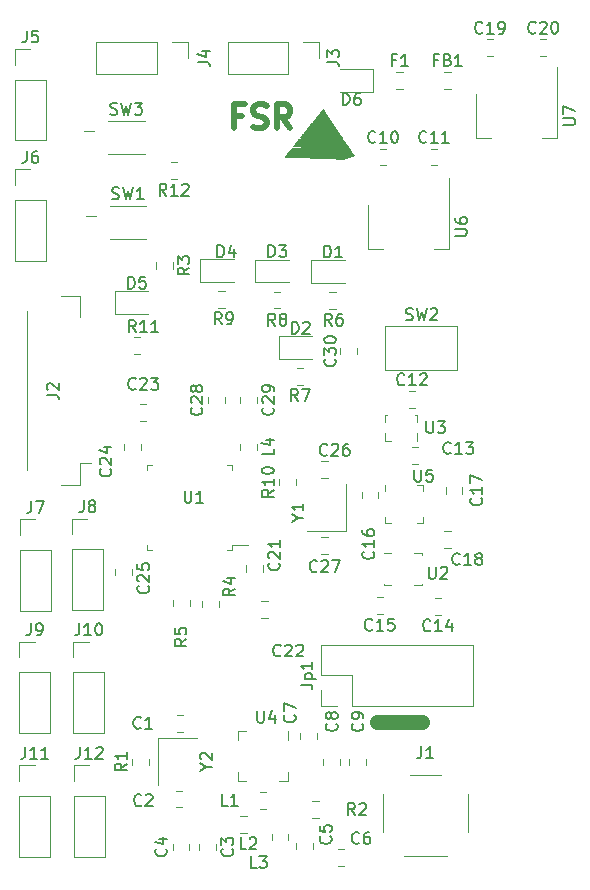
<source format=gto>
G04 #@! TF.GenerationSoftware,KiCad,Pcbnew,(5.1.6)-1*
G04 #@! TF.CreationDate,2021-10-25T07:34:01+01:00*
G04 #@! TF.ProjectId,Corinthians-Flight-Control-System,436f7269-6e74-4686-9961-6e732d466c69,1*
G04 #@! TF.SameCoordinates,Original*
G04 #@! TF.FileFunction,Legend,Top*
G04 #@! TF.FilePolarity,Positive*
%FSLAX46Y46*%
G04 Gerber Fmt 4.6, Leading zero omitted, Abs format (unit mm)*
G04 Created by KiCad (PCBNEW (5.1.6)-1) date 2021-10-25 07:34:01*
%MOMM*%
%LPD*%
G01*
G04 APERTURE LIST*
%ADD10C,1.250000*%
%ADD11C,0.500000*%
%ADD12C,0.120000*%
%ADD13C,0.010000*%
%ADD14C,0.100000*%
%ADD15C,0.150000*%
%ADD16R,1.300000X1.500000*%
%ADD17C,3.300000*%
%ADD18O,1.800000X1.800000*%
%ADD19R,1.800000X1.800000*%
%ADD20C,2.350000*%
%ADD21R,1.600000X2.100000*%
%ADD22R,3.900000X2.100000*%
%ADD23R,0.550000X0.400000*%
%ADD24R,0.400000X0.550000*%
%ADD25R,2.600000X2.600000*%
%ADD26R,0.450000X0.600000*%
%ADD27R,0.800000X0.800000*%
%ADD28R,1.300000X0.600000*%
%ADD29R,1.600000X1.600000*%
G04 APERTURE END LIST*
D10*
X116560361Y-180089085D02*
X112750838Y-180089085D01*
D11*
X101304933Y-128787542D02*
X100638266Y-128787542D01*
X100638266Y-129835161D02*
X100638266Y-127835161D01*
X101590647Y-127835161D01*
X102257314Y-129739923D02*
X102543028Y-129835161D01*
X103019219Y-129835161D01*
X103209695Y-129739923D01*
X103304933Y-129644685D01*
X103400171Y-129454209D01*
X103400171Y-129263733D01*
X103304933Y-129073257D01*
X103209695Y-128978019D01*
X103019219Y-128882780D01*
X102638266Y-128787542D01*
X102447790Y-128692304D01*
X102352552Y-128597066D01*
X102257314Y-128406590D01*
X102257314Y-128216114D01*
X102352552Y-128025638D01*
X102447790Y-127930400D01*
X102638266Y-127835161D01*
X103114457Y-127835161D01*
X103400171Y-127930400D01*
X105400171Y-129835161D02*
X104733504Y-128882780D01*
X104257314Y-129835161D02*
X104257314Y-127835161D01*
X105019219Y-127835161D01*
X105209695Y-127930400D01*
X105304933Y-128025638D01*
X105400171Y-128216114D01*
X105400171Y-128501828D01*
X105304933Y-128692304D01*
X105209695Y-128787542D01*
X105019219Y-128882780D01*
X104257314Y-128882780D01*
D12*
X93733380Y-158342940D02*
X93283380Y-158342940D01*
X93283380Y-158342940D02*
X93283380Y-158792940D01*
X100053380Y-158342940D02*
X100503380Y-158342940D01*
X100503380Y-158342940D02*
X100503380Y-158792940D01*
X93733380Y-165562940D02*
X93283380Y-165562940D01*
X93283380Y-165562940D02*
X93283380Y-165112940D01*
X100053380Y-165562940D02*
X100503380Y-165562940D01*
X100503380Y-165562940D02*
X100503380Y-165112940D01*
X100503380Y-165112940D02*
X101793380Y-165112940D01*
X108044348Y-165860800D02*
X108566852Y-165860800D01*
X108044348Y-164440800D02*
X108566852Y-164440800D01*
X94209600Y-181438800D02*
X94209600Y-185438800D01*
X97509600Y-181438800D02*
X94209600Y-181438800D01*
X110108000Y-163950400D02*
X110108000Y-159950400D01*
X106808000Y-163950400D02*
X110108000Y-163950400D01*
X95816052Y-132741600D02*
X95293548Y-132741600D01*
X95816052Y-134161600D02*
X95293548Y-134161600D01*
X92194748Y-148944400D02*
X92717252Y-148944400D01*
X92194748Y-147524400D02*
X92717252Y-147524400D01*
X105916800Y-160078052D02*
X105916800Y-159555548D01*
X104496800Y-160078052D02*
X104496800Y-159555548D01*
X99329748Y-145032800D02*
X99852252Y-145032800D01*
X99329748Y-143612800D02*
X99852252Y-143612800D01*
X104028748Y-145109000D02*
X104551252Y-145109000D01*
X104028748Y-143689000D02*
X104551252Y-143689000D01*
X105961548Y-151611400D02*
X106484052Y-151611400D01*
X105961548Y-150191400D02*
X106484052Y-150191400D01*
X108727748Y-145134400D02*
X109250252Y-145134400D01*
X108727748Y-143714400D02*
X109250252Y-143714400D01*
X96925200Y-170339652D02*
X96925200Y-169817148D01*
X95505200Y-170339652D02*
X95505200Y-169817148D01*
X99363600Y-170390452D02*
X99363600Y-169867948D01*
X97943600Y-170390452D02*
X97943600Y-169867948D01*
X95452000Y-141739252D02*
X95452000Y-141216748D01*
X94032000Y-141739252D02*
X94032000Y-141216748D01*
X107282348Y-188263600D02*
X107804852Y-188263600D01*
X107282348Y-186843600D02*
X107804852Y-186843600D01*
X93470800Y-183750852D02*
X93470800Y-183228348D01*
X92050800Y-183750852D02*
X92050800Y-183228348D01*
X101194800Y-156558348D02*
X101194800Y-157080852D01*
X102614800Y-156558348D02*
X102614800Y-157080852D01*
X103836400Y-189629148D02*
X103836400Y-190151652D01*
X105256400Y-189629148D02*
X105256400Y-190151652D01*
X101708852Y-188113600D02*
X101186348Y-188113600D01*
X101708852Y-189533600D02*
X101186348Y-189533600D01*
X102811948Y-187450800D02*
X103334452Y-187450800D01*
X102811948Y-186030800D02*
X103334452Y-186030800D01*
X118458348Y-126490800D02*
X118980852Y-126490800D01*
X118458348Y-125070800D02*
X118980852Y-125070800D01*
X114394348Y-126490800D02*
X114916852Y-126490800D01*
X114394348Y-125070800D02*
X114916852Y-125070800D01*
X112451600Y-124820800D02*
X109591600Y-124820800D01*
X112451600Y-126740800D02*
X112451600Y-124820800D01*
X109591600Y-126740800D02*
X112451600Y-126740800D01*
X90545200Y-145587600D02*
X93405200Y-145587600D01*
X90545200Y-143667600D02*
X90545200Y-145587600D01*
X93405200Y-143667600D02*
X90545200Y-143667600D01*
X97758800Y-142844400D02*
X100618800Y-142844400D01*
X97758800Y-140924400D02*
X97758800Y-142844400D01*
X100618800Y-140924400D02*
X97758800Y-140924400D01*
X102432400Y-142895200D02*
X105292400Y-142895200D01*
X102432400Y-140975200D02*
X102432400Y-142895200D01*
X105292400Y-140975200D02*
X102432400Y-140975200D01*
X104413600Y-149397600D02*
X107273600Y-149397600D01*
X104413600Y-147477600D02*
X104413600Y-149397600D01*
X107273600Y-147477600D02*
X104413600Y-147477600D01*
X107156800Y-142946000D02*
X110016800Y-142946000D01*
X107156800Y-141026000D02*
X107156800Y-142946000D01*
X110016800Y-141026000D02*
X107156800Y-141026000D01*
X111047600Y-149003652D02*
X111047600Y-148481148D01*
X109627600Y-149003652D02*
X109627600Y-148481148D01*
X102614800Y-153118452D02*
X102614800Y-152595948D01*
X101194800Y-153118452D02*
X101194800Y-152595948D01*
X99871600Y-153118452D02*
X99871600Y-152595948D01*
X98451600Y-153118452D02*
X98451600Y-152595948D01*
X108566852Y-158040000D02*
X108044348Y-158040000D01*
X108566852Y-159460000D02*
X108044348Y-159460000D01*
X91997600Y-167698052D02*
X91997600Y-167175548D01*
X90577600Y-167698052D02*
X90577600Y-167175548D01*
X91339600Y-156558348D02*
X91339600Y-157080852D01*
X92759600Y-156558348D02*
X92759600Y-157080852D01*
X92702748Y-154634000D02*
X93225252Y-154634000D01*
X92702748Y-153214000D02*
X93225252Y-153214000D01*
X103486852Y-169876400D02*
X102964348Y-169876400D01*
X103486852Y-171296400D02*
X102964348Y-171296400D01*
X103072000Y-167393252D02*
X103072000Y-166870748D01*
X101652000Y-167393252D02*
X101652000Y-166870748D01*
X126563248Y-123747600D02*
X127085752Y-123747600D01*
X126563248Y-122327600D02*
X127085752Y-122327600D01*
X122065148Y-123747600D02*
X122587652Y-123747600D01*
X122065148Y-122327600D02*
X122587652Y-122327600D01*
X118458348Y-165403600D02*
X118980852Y-165403600D01*
X118458348Y-163983600D02*
X118980852Y-163983600D01*
X119988400Y-160789252D02*
X119988400Y-160266748D01*
X118568400Y-160789252D02*
X118568400Y-160266748D01*
X111456400Y-160673148D02*
X111456400Y-161195652D01*
X112876400Y-160673148D02*
X112876400Y-161195652D01*
X113240452Y-169571600D02*
X112717948Y-169571600D01*
X113240452Y-170991600D02*
X112717948Y-170991600D01*
X118168052Y-169622400D02*
X117645548Y-169622400D01*
X118168052Y-171042400D02*
X117645548Y-171042400D01*
X115715148Y-158291600D02*
X116237652Y-158291600D01*
X115715148Y-156871600D02*
X116237652Y-156871600D01*
X115461148Y-153516400D02*
X115983652Y-153516400D01*
X115461148Y-152096400D02*
X115983652Y-152096400D01*
X117313048Y-132993200D02*
X117835552Y-132993200D01*
X117313048Y-131573200D02*
X117835552Y-131573200D01*
X112999648Y-132993200D02*
X113522152Y-132993200D01*
X112999648Y-131573200D02*
X113522152Y-131573200D01*
X110389600Y-183228348D02*
X110389600Y-183750852D01*
X111809600Y-183228348D02*
X111809600Y-183750852D01*
X108205200Y-183228348D02*
X108205200Y-183750852D01*
X109625200Y-183228348D02*
X109625200Y-183750852D01*
X107644000Y-181566452D02*
X107644000Y-181043948D01*
X106224000Y-181566452D02*
X106224000Y-181043948D01*
X109415948Y-192276800D02*
X109938452Y-192276800D01*
X109415948Y-190856800D02*
X109938452Y-190856800D01*
X105919200Y-190391148D02*
X105919200Y-190913652D01*
X107339200Y-190391148D02*
X107339200Y-190913652D01*
X96874400Y-190964452D02*
X96874400Y-190441948D01*
X95454400Y-190964452D02*
X95454400Y-190441948D01*
X99109600Y-190964452D02*
X99109600Y-190441948D01*
X97689600Y-190964452D02*
X97689600Y-190441948D01*
X95750748Y-187349200D02*
X96273252Y-187349200D01*
X95750748Y-185929200D02*
X96273252Y-185929200D01*
X96324052Y-179528400D02*
X95801548Y-179528400D01*
X96324052Y-180948400D02*
X95801548Y-180948400D01*
D13*
G36*
X108165763Y-128250593D02*
G01*
X108167957Y-128253115D01*
X108178036Y-128268173D01*
X108195977Y-128295490D01*
X108218626Y-128330254D01*
X108229400Y-128346870D01*
X108285020Y-128432063D01*
X108345340Y-128523217D01*
X108405550Y-128613119D01*
X108460841Y-128694556D01*
X108471655Y-128710310D01*
X108501696Y-128756197D01*
X108519293Y-128788801D01*
X108525431Y-128810092D01*
X108524710Y-128816527D01*
X108525277Y-128831754D01*
X108537402Y-128851499D01*
X108563303Y-128879131D01*
X108570395Y-128885961D01*
X108592158Y-128908501D01*
X108617244Y-128938201D01*
X108646921Y-128976810D01*
X108682455Y-129026074D01*
X108725114Y-129087742D01*
X108776166Y-129163560D01*
X108823760Y-129235363D01*
X108862203Y-129293566D01*
X108891208Y-129337198D01*
X108912457Y-129368694D01*
X108927629Y-129390491D01*
X108938405Y-129405027D01*
X108946467Y-129414736D01*
X108950380Y-129418932D01*
X108963338Y-129438063D01*
X108964803Y-129453360D01*
X108955840Y-129458720D01*
X108946292Y-129463174D01*
X108951174Y-129477190D01*
X108971081Y-129501744D01*
X109000588Y-129531949D01*
X109027153Y-129560932D01*
X109060711Y-129601911D01*
X109097265Y-129649791D01*
X109132817Y-129699476D01*
X109138408Y-129707640D01*
X109184653Y-129775522D01*
X109231022Y-129843367D01*
X109275317Y-129907977D01*
X109315342Y-129966154D01*
X109348898Y-130014697D01*
X109373787Y-130050410D01*
X109378334Y-130056867D01*
X109394487Y-130084654D01*
X109394650Y-130101210D01*
X109378418Y-130108341D01*
X109366720Y-130108960D01*
X109346661Y-130112748D01*
X109345355Y-130124132D01*
X109362820Y-130143137D01*
X109399073Y-130169790D01*
X109414867Y-130180080D01*
X109450462Y-130204570D01*
X109480631Y-130228593D01*
X109499981Y-130247770D01*
X109502438Y-130251200D01*
X109514892Y-130270563D01*
X109535310Y-130301638D01*
X109560301Y-130339284D01*
X109574867Y-130361074D01*
X109600835Y-130399957D01*
X109624024Y-130434919D01*
X109641089Y-130460904D01*
X109646720Y-130469647D01*
X109666634Y-130500272D01*
X109692907Y-130539502D01*
X109722404Y-130582788D01*
X109751989Y-130625581D01*
X109778525Y-130663333D01*
X109798878Y-130691495D01*
X109806947Y-130702059D01*
X109821463Y-130724103D01*
X109826986Y-130740798D01*
X109826692Y-130742699D01*
X109815252Y-130750245D01*
X109790264Y-130756770D01*
X109772932Y-130759200D01*
X109743050Y-130764449D01*
X109725452Y-130772033D01*
X109722920Y-130776223D01*
X109731473Y-130785234D01*
X109754741Y-130800849D01*
X109789135Y-130820847D01*
X109829600Y-130842263D01*
X109936280Y-130896360D01*
X110045569Y-131058920D01*
X110084931Y-131117450D01*
X110125331Y-131177499D01*
X110163495Y-131234198D01*
X110196146Y-131282681D01*
X110215615Y-131311567D01*
X110240027Y-131349013D01*
X110258859Y-131380313D01*
X110269936Y-131401694D01*
X110271783Y-131409077D01*
X110260764Y-131411453D01*
X110232290Y-131414133D01*
X110189222Y-131416948D01*
X110134420Y-131419725D01*
X110070744Y-131422294D01*
X110025736Y-131423778D01*
X109957822Y-131425998D01*
X109896924Y-131428320D01*
X109845898Y-131430608D01*
X109807603Y-131432725D01*
X109784896Y-131434535D01*
X109779844Y-131435488D01*
X109777739Y-131441978D01*
X109785896Y-131448457D01*
X109806100Y-131455360D01*
X109840135Y-131463123D01*
X109889785Y-131472184D01*
X109956835Y-131482977D01*
X110002320Y-131489893D01*
X110067578Y-131500044D01*
X110139592Y-131511845D01*
X110208941Y-131523724D01*
X110258900Y-131532733D01*
X110310236Y-131542667D01*
X110345402Y-131550764D01*
X110368279Y-131558465D01*
X110382753Y-131567208D01*
X110392705Y-131578433D01*
X110396060Y-131583571D01*
X110406089Y-131598987D01*
X110425943Y-131628892D01*
X110454058Y-131670950D01*
X110488864Y-131722821D01*
X110528797Y-131782171D01*
X110572290Y-131846661D01*
X110589060Y-131871489D01*
X110641792Y-131949788D01*
X110683812Y-132012833D01*
X110716003Y-132062058D01*
X110739249Y-132098892D01*
X110754436Y-132124769D01*
X110762447Y-132141120D01*
X110764167Y-132149376D01*
X110761777Y-132151120D01*
X110751161Y-132154314D01*
X110724591Y-132163156D01*
X110685275Y-132176538D01*
X110636423Y-132193348D01*
X110581242Y-132212477D01*
X110522942Y-132232815D01*
X110464731Y-132253253D01*
X110409818Y-132272681D01*
X110393480Y-132278499D01*
X110338672Y-132297824D01*
X110284682Y-132316466D01*
X110237422Y-132332407D01*
X110202805Y-132343630D01*
X110200440Y-132344362D01*
X110164139Y-132355893D01*
X110116160Y-132371635D01*
X110064012Y-132389110D01*
X110033961Y-132399354D01*
X110004982Y-132409110D01*
X109978529Y-132417170D01*
X109952512Y-132423601D01*
X109924842Y-132428470D01*
X109893429Y-132431845D01*
X109856183Y-132433794D01*
X109811016Y-132434384D01*
X109755838Y-132433682D01*
X109688559Y-132431756D01*
X109607090Y-132428674D01*
X109509342Y-132424503D01*
X109402880Y-132419746D01*
X109324144Y-132416270D01*
X109227803Y-132412135D01*
X109116557Y-132407450D01*
X108993105Y-132402323D01*
X108860148Y-132396863D01*
X108720385Y-132391177D01*
X108576517Y-132385374D01*
X108431244Y-132379562D01*
X108287265Y-132373849D01*
X108147281Y-132368344D01*
X108013992Y-132363155D01*
X107890097Y-132358391D01*
X107778297Y-132354158D01*
X107681292Y-132350567D01*
X107645200Y-132349261D01*
X107452748Y-132342326D01*
X107279502Y-132336019D01*
X107124358Y-132330295D01*
X106986214Y-132325112D01*
X106863966Y-132320427D01*
X106756511Y-132316199D01*
X106662746Y-132312383D01*
X106581567Y-132308937D01*
X106511872Y-132305819D01*
X106461560Y-132303430D01*
X106404858Y-132300831D01*
X106331274Y-132297737D01*
X106244234Y-132294279D01*
X106147164Y-132290584D01*
X106043493Y-132286783D01*
X105936646Y-132283004D01*
X105830052Y-132279378D01*
X105780840Y-132277757D01*
X105678116Y-132274312D01*
X105575675Y-132270692D01*
X105476564Y-132267016D01*
X105383832Y-132263406D01*
X105300526Y-132259981D01*
X105229694Y-132256861D01*
X105174383Y-132254169D01*
X105150920Y-132252868D01*
X105093820Y-132249536D01*
X105042438Y-132246658D01*
X105000846Y-132244455D01*
X104973115Y-132243143D01*
X104965011Y-132242878D01*
X104951984Y-132241935D01*
X104948695Y-132236806D01*
X104955893Y-132223319D01*
X104972829Y-132199380D01*
X104992688Y-132172907D01*
X105023471Y-132133211D01*
X105063205Y-132082770D01*
X105109918Y-132024062D01*
X105161636Y-131959565D01*
X105216387Y-131891759D01*
X105272196Y-131823121D01*
X105279356Y-131814353D01*
X105317328Y-131767793D01*
X105362280Y-131712555D01*
X105408417Y-131655766D01*
X105447507Y-131607560D01*
X105538023Y-131495800D01*
X105669591Y-131493938D01*
X105766608Y-131492449D01*
X105872251Y-131490619D01*
X105984411Y-131488500D01*
X106100981Y-131486143D01*
X106219852Y-131483601D01*
X106338914Y-131480924D01*
X106456060Y-131478164D01*
X106569180Y-131475374D01*
X106676167Y-131472605D01*
X106774911Y-131469908D01*
X106863303Y-131467336D01*
X106939236Y-131464939D01*
X107000600Y-131462770D01*
X107045287Y-131460880D01*
X107066080Y-131459712D01*
X107069572Y-131457298D01*
X107055909Y-131452483D01*
X107027978Y-131446211D01*
X107020360Y-131444758D01*
X106980016Y-131438507D01*
X106925464Y-131432174D01*
X106855627Y-131425671D01*
X106769427Y-131418911D01*
X106665788Y-131411809D01*
X106543633Y-131404277D01*
X106451400Y-131398975D01*
X106375250Y-131394341D01*
X106291452Y-131388642D01*
X106207837Y-131382447D01*
X106132234Y-131376326D01*
X106095800Y-131373096D01*
X106031986Y-131367370D01*
X105967328Y-131361885D01*
X105908070Y-131357149D01*
X105860454Y-131353671D01*
X105846880Y-131352795D01*
X105778507Y-131348097D01*
X105728761Y-131343356D01*
X105695949Y-131338327D01*
X105678380Y-131332763D01*
X105674160Y-131327645D01*
X105680420Y-131315856D01*
X105696907Y-131293643D01*
X105720177Y-131265615D01*
X105722420Y-131263041D01*
X105748133Y-131232710D01*
X105781711Y-131191786D01*
X105818657Y-131145806D01*
X105851960Y-131103537D01*
X105894366Y-131049517D01*
X105939265Y-130993038D01*
X105984381Y-130936891D01*
X106027441Y-130883867D01*
X106066170Y-130836756D01*
X106098295Y-130798348D01*
X106121541Y-130771435D01*
X106130396Y-130761849D01*
X106142811Y-130751385D01*
X106158888Y-130743202D01*
X106181718Y-130736700D01*
X106214391Y-130731279D01*
X106259996Y-130726339D01*
X106321624Y-130721281D01*
X106350173Y-130719183D01*
X106433943Y-130712813D01*
X106499170Y-130707037D01*
X106547612Y-130701608D01*
X106581028Y-130696283D01*
X106601178Y-130690816D01*
X106609819Y-130684964D01*
X106610439Y-130683000D01*
X106601502Y-130673862D01*
X106575552Y-130662770D01*
X106535701Y-130650606D01*
X106485056Y-130638255D01*
X106426727Y-130626600D01*
X106390440Y-130620481D01*
X106346122Y-130613022D01*
X106308668Y-130605803D01*
X106283098Y-130599842D01*
X106275298Y-130597162D01*
X106273677Y-130588929D01*
X106283065Y-130570694D01*
X106304400Y-130541053D01*
X106338620Y-130498605D01*
X106351498Y-130483213D01*
X106391831Y-130434616D01*
X106439186Y-130376481D01*
X106488238Y-130315405D01*
X106533658Y-130257986D01*
X106542840Y-130246236D01*
X106580295Y-130198555D01*
X106616343Y-130153355D01*
X106647856Y-130114508D01*
X106671708Y-130085887D01*
X106680000Y-130076380D01*
X106715560Y-130036904D01*
X106852720Y-130022334D01*
X106902999Y-130016997D01*
X106945383Y-130012508D01*
X106976109Y-130009263D01*
X106991416Y-130007661D01*
X106992420Y-130007561D01*
X106994730Y-129999126D01*
X106994960Y-129993270D01*
X106985605Y-129982937D01*
X106959477Y-129969027D01*
X106919478Y-129953036D01*
X106911140Y-129950090D01*
X106863910Y-129931944D01*
X106836154Y-129916979D01*
X106827320Y-129905168D01*
X106833526Y-129889166D01*
X106849547Y-129864410D01*
X106865363Y-129844208D01*
X106887750Y-129817172D01*
X106918657Y-129779184D01*
X106955702Y-129733239D01*
X106996500Y-129682330D01*
X107038669Y-129629452D01*
X107079826Y-129577600D01*
X107117589Y-129529769D01*
X107149573Y-129488953D01*
X107173397Y-129458146D01*
X107186183Y-129441044D01*
X107211119Y-129416949D01*
X107249475Y-129397647D01*
X107303699Y-129382158D01*
X107358126Y-129372163D01*
X107385838Y-129366255D01*
X107403812Y-129359385D01*
X107406463Y-129357082D01*
X107401617Y-129347478D01*
X107383596Y-129331799D01*
X107366247Y-129319866D01*
X107340710Y-129302571D01*
X107324063Y-129289166D01*
X107320450Y-129284421D01*
X107326103Y-129273445D01*
X107341064Y-129252170D01*
X107355416Y-129233621D01*
X107378223Y-129205144D01*
X107408418Y-129167461D01*
X107440675Y-129127218D01*
X107451850Y-129113280D01*
X107517035Y-129031620D01*
X107569903Y-128964597D01*
X107610282Y-128912436D01*
X107637998Y-128875363D01*
X107652876Y-128853602D01*
X107654237Y-128851218D01*
X107667885Y-128835384D01*
X107692214Y-128822060D01*
X107730433Y-128809935D01*
X107784900Y-128797865D01*
X107824947Y-128787492D01*
X107844951Y-128775806D01*
X107845166Y-128762376D01*
X107825850Y-128746772D01*
X107817920Y-128742440D01*
X107797120Y-128727514D01*
X107787515Y-128712400D01*
X107787440Y-128711272D01*
X107793716Y-128697250D01*
X107810571Y-128672265D01*
X107835047Y-128640505D01*
X107850940Y-128621369D01*
X107884689Y-128581297D01*
X107918969Y-128539808D01*
X107947836Y-128504118D01*
X107955080Y-128494947D01*
X107979991Y-128463509D01*
X108002962Y-128435168D01*
X108016040Y-128419553D01*
X108031071Y-128401249D01*
X108054444Y-128371729D01*
X108082234Y-128335974D01*
X108096837Y-128316954D01*
X108125511Y-128280448D01*
X108145008Y-128258609D01*
X108157651Y-128249352D01*
X108165763Y-128250593D01*
G37*
X108165763Y-128250593D02*
X108167957Y-128253115D01*
X108178036Y-128268173D01*
X108195977Y-128295490D01*
X108218626Y-128330254D01*
X108229400Y-128346870D01*
X108285020Y-128432063D01*
X108345340Y-128523217D01*
X108405550Y-128613119D01*
X108460841Y-128694556D01*
X108471655Y-128710310D01*
X108501696Y-128756197D01*
X108519293Y-128788801D01*
X108525431Y-128810092D01*
X108524710Y-128816527D01*
X108525277Y-128831754D01*
X108537402Y-128851499D01*
X108563303Y-128879131D01*
X108570395Y-128885961D01*
X108592158Y-128908501D01*
X108617244Y-128938201D01*
X108646921Y-128976810D01*
X108682455Y-129026074D01*
X108725114Y-129087742D01*
X108776166Y-129163560D01*
X108823760Y-129235363D01*
X108862203Y-129293566D01*
X108891208Y-129337198D01*
X108912457Y-129368694D01*
X108927629Y-129390491D01*
X108938405Y-129405027D01*
X108946467Y-129414736D01*
X108950380Y-129418932D01*
X108963338Y-129438063D01*
X108964803Y-129453360D01*
X108955840Y-129458720D01*
X108946292Y-129463174D01*
X108951174Y-129477190D01*
X108971081Y-129501744D01*
X109000588Y-129531949D01*
X109027153Y-129560932D01*
X109060711Y-129601911D01*
X109097265Y-129649791D01*
X109132817Y-129699476D01*
X109138408Y-129707640D01*
X109184653Y-129775522D01*
X109231022Y-129843367D01*
X109275317Y-129907977D01*
X109315342Y-129966154D01*
X109348898Y-130014697D01*
X109373787Y-130050410D01*
X109378334Y-130056867D01*
X109394487Y-130084654D01*
X109394650Y-130101210D01*
X109378418Y-130108341D01*
X109366720Y-130108960D01*
X109346661Y-130112748D01*
X109345355Y-130124132D01*
X109362820Y-130143137D01*
X109399073Y-130169790D01*
X109414867Y-130180080D01*
X109450462Y-130204570D01*
X109480631Y-130228593D01*
X109499981Y-130247770D01*
X109502438Y-130251200D01*
X109514892Y-130270563D01*
X109535310Y-130301638D01*
X109560301Y-130339284D01*
X109574867Y-130361074D01*
X109600835Y-130399957D01*
X109624024Y-130434919D01*
X109641089Y-130460904D01*
X109646720Y-130469647D01*
X109666634Y-130500272D01*
X109692907Y-130539502D01*
X109722404Y-130582788D01*
X109751989Y-130625581D01*
X109778525Y-130663333D01*
X109798878Y-130691495D01*
X109806947Y-130702059D01*
X109821463Y-130724103D01*
X109826986Y-130740798D01*
X109826692Y-130742699D01*
X109815252Y-130750245D01*
X109790264Y-130756770D01*
X109772932Y-130759200D01*
X109743050Y-130764449D01*
X109725452Y-130772033D01*
X109722920Y-130776223D01*
X109731473Y-130785234D01*
X109754741Y-130800849D01*
X109789135Y-130820847D01*
X109829600Y-130842263D01*
X109936280Y-130896360D01*
X110045569Y-131058920D01*
X110084931Y-131117450D01*
X110125331Y-131177499D01*
X110163495Y-131234198D01*
X110196146Y-131282681D01*
X110215615Y-131311567D01*
X110240027Y-131349013D01*
X110258859Y-131380313D01*
X110269936Y-131401694D01*
X110271783Y-131409077D01*
X110260764Y-131411453D01*
X110232290Y-131414133D01*
X110189222Y-131416948D01*
X110134420Y-131419725D01*
X110070744Y-131422294D01*
X110025736Y-131423778D01*
X109957822Y-131425998D01*
X109896924Y-131428320D01*
X109845898Y-131430608D01*
X109807603Y-131432725D01*
X109784896Y-131434535D01*
X109779844Y-131435488D01*
X109777739Y-131441978D01*
X109785896Y-131448457D01*
X109806100Y-131455360D01*
X109840135Y-131463123D01*
X109889785Y-131472184D01*
X109956835Y-131482977D01*
X110002320Y-131489893D01*
X110067578Y-131500044D01*
X110139592Y-131511845D01*
X110208941Y-131523724D01*
X110258900Y-131532733D01*
X110310236Y-131542667D01*
X110345402Y-131550764D01*
X110368279Y-131558465D01*
X110382753Y-131567208D01*
X110392705Y-131578433D01*
X110396060Y-131583571D01*
X110406089Y-131598987D01*
X110425943Y-131628892D01*
X110454058Y-131670950D01*
X110488864Y-131722821D01*
X110528797Y-131782171D01*
X110572290Y-131846661D01*
X110589060Y-131871489D01*
X110641792Y-131949788D01*
X110683812Y-132012833D01*
X110716003Y-132062058D01*
X110739249Y-132098892D01*
X110754436Y-132124769D01*
X110762447Y-132141120D01*
X110764167Y-132149376D01*
X110761777Y-132151120D01*
X110751161Y-132154314D01*
X110724591Y-132163156D01*
X110685275Y-132176538D01*
X110636423Y-132193348D01*
X110581242Y-132212477D01*
X110522942Y-132232815D01*
X110464731Y-132253253D01*
X110409818Y-132272681D01*
X110393480Y-132278499D01*
X110338672Y-132297824D01*
X110284682Y-132316466D01*
X110237422Y-132332407D01*
X110202805Y-132343630D01*
X110200440Y-132344362D01*
X110164139Y-132355893D01*
X110116160Y-132371635D01*
X110064012Y-132389110D01*
X110033961Y-132399354D01*
X110004982Y-132409110D01*
X109978529Y-132417170D01*
X109952512Y-132423601D01*
X109924842Y-132428470D01*
X109893429Y-132431845D01*
X109856183Y-132433794D01*
X109811016Y-132434384D01*
X109755838Y-132433682D01*
X109688559Y-132431756D01*
X109607090Y-132428674D01*
X109509342Y-132424503D01*
X109402880Y-132419746D01*
X109324144Y-132416270D01*
X109227803Y-132412135D01*
X109116557Y-132407450D01*
X108993105Y-132402323D01*
X108860148Y-132396863D01*
X108720385Y-132391177D01*
X108576517Y-132385374D01*
X108431244Y-132379562D01*
X108287265Y-132373849D01*
X108147281Y-132368344D01*
X108013992Y-132363155D01*
X107890097Y-132358391D01*
X107778297Y-132354158D01*
X107681292Y-132350567D01*
X107645200Y-132349261D01*
X107452748Y-132342326D01*
X107279502Y-132336019D01*
X107124358Y-132330295D01*
X106986214Y-132325112D01*
X106863966Y-132320427D01*
X106756511Y-132316199D01*
X106662746Y-132312383D01*
X106581567Y-132308937D01*
X106511872Y-132305819D01*
X106461560Y-132303430D01*
X106404858Y-132300831D01*
X106331274Y-132297737D01*
X106244234Y-132294279D01*
X106147164Y-132290584D01*
X106043493Y-132286783D01*
X105936646Y-132283004D01*
X105830052Y-132279378D01*
X105780840Y-132277757D01*
X105678116Y-132274312D01*
X105575675Y-132270692D01*
X105476564Y-132267016D01*
X105383832Y-132263406D01*
X105300526Y-132259981D01*
X105229694Y-132256861D01*
X105174383Y-132254169D01*
X105150920Y-132252868D01*
X105093820Y-132249536D01*
X105042438Y-132246658D01*
X105000846Y-132244455D01*
X104973115Y-132243143D01*
X104965011Y-132242878D01*
X104951984Y-132241935D01*
X104948695Y-132236806D01*
X104955893Y-132223319D01*
X104972829Y-132199380D01*
X104992688Y-132172907D01*
X105023471Y-132133211D01*
X105063205Y-132082770D01*
X105109918Y-132024062D01*
X105161636Y-131959565D01*
X105216387Y-131891759D01*
X105272196Y-131823121D01*
X105279356Y-131814353D01*
X105317328Y-131767793D01*
X105362280Y-131712555D01*
X105408417Y-131655766D01*
X105447507Y-131607560D01*
X105538023Y-131495800D01*
X105669591Y-131493938D01*
X105766608Y-131492449D01*
X105872251Y-131490619D01*
X105984411Y-131488500D01*
X106100981Y-131486143D01*
X106219852Y-131483601D01*
X106338914Y-131480924D01*
X106456060Y-131478164D01*
X106569180Y-131475374D01*
X106676167Y-131472605D01*
X106774911Y-131469908D01*
X106863303Y-131467336D01*
X106939236Y-131464939D01*
X107000600Y-131462770D01*
X107045287Y-131460880D01*
X107066080Y-131459712D01*
X107069572Y-131457298D01*
X107055909Y-131452483D01*
X107027978Y-131446211D01*
X107020360Y-131444758D01*
X106980016Y-131438507D01*
X106925464Y-131432174D01*
X106855627Y-131425671D01*
X106769427Y-131418911D01*
X106665788Y-131411809D01*
X106543633Y-131404277D01*
X106451400Y-131398975D01*
X106375250Y-131394341D01*
X106291452Y-131388642D01*
X106207837Y-131382447D01*
X106132234Y-131376326D01*
X106095800Y-131373096D01*
X106031986Y-131367370D01*
X105967328Y-131361885D01*
X105908070Y-131357149D01*
X105860454Y-131353671D01*
X105846880Y-131352795D01*
X105778507Y-131348097D01*
X105728761Y-131343356D01*
X105695949Y-131338327D01*
X105678380Y-131332763D01*
X105674160Y-131327645D01*
X105680420Y-131315856D01*
X105696907Y-131293643D01*
X105720177Y-131265615D01*
X105722420Y-131263041D01*
X105748133Y-131232710D01*
X105781711Y-131191786D01*
X105818657Y-131145806D01*
X105851960Y-131103537D01*
X105894366Y-131049517D01*
X105939265Y-130993038D01*
X105984381Y-130936891D01*
X106027441Y-130883867D01*
X106066170Y-130836756D01*
X106098295Y-130798348D01*
X106121541Y-130771435D01*
X106130396Y-130761849D01*
X106142811Y-130751385D01*
X106158888Y-130743202D01*
X106181718Y-130736700D01*
X106214391Y-130731279D01*
X106259996Y-130726339D01*
X106321624Y-130721281D01*
X106350173Y-130719183D01*
X106433943Y-130712813D01*
X106499170Y-130707037D01*
X106547612Y-130701608D01*
X106581028Y-130696283D01*
X106601178Y-130690816D01*
X106609819Y-130684964D01*
X106610439Y-130683000D01*
X106601502Y-130673862D01*
X106575552Y-130662770D01*
X106535701Y-130650606D01*
X106485056Y-130638255D01*
X106426727Y-130626600D01*
X106390440Y-130620481D01*
X106346122Y-130613022D01*
X106308668Y-130605803D01*
X106283098Y-130599842D01*
X106275298Y-130597162D01*
X106273677Y-130588929D01*
X106283065Y-130570694D01*
X106304400Y-130541053D01*
X106338620Y-130498605D01*
X106351498Y-130483213D01*
X106391831Y-130434616D01*
X106439186Y-130376481D01*
X106488238Y-130315405D01*
X106533658Y-130257986D01*
X106542840Y-130246236D01*
X106580295Y-130198555D01*
X106616343Y-130153355D01*
X106647856Y-130114508D01*
X106671708Y-130085887D01*
X106680000Y-130076380D01*
X106715560Y-130036904D01*
X106852720Y-130022334D01*
X106902999Y-130016997D01*
X106945383Y-130012508D01*
X106976109Y-130009263D01*
X106991416Y-130007661D01*
X106992420Y-130007561D01*
X106994730Y-129999126D01*
X106994960Y-129993270D01*
X106985605Y-129982937D01*
X106959477Y-129969027D01*
X106919478Y-129953036D01*
X106911140Y-129950090D01*
X106863910Y-129931944D01*
X106836154Y-129916979D01*
X106827320Y-129905168D01*
X106833526Y-129889166D01*
X106849547Y-129864410D01*
X106865363Y-129844208D01*
X106887750Y-129817172D01*
X106918657Y-129779184D01*
X106955702Y-129733239D01*
X106996500Y-129682330D01*
X107038669Y-129629452D01*
X107079826Y-129577600D01*
X107117589Y-129529769D01*
X107149573Y-129488953D01*
X107173397Y-129458146D01*
X107186183Y-129441044D01*
X107211119Y-129416949D01*
X107249475Y-129397647D01*
X107303699Y-129382158D01*
X107358126Y-129372163D01*
X107385838Y-129366255D01*
X107403812Y-129359385D01*
X107406463Y-129357082D01*
X107401617Y-129347478D01*
X107383596Y-129331799D01*
X107366247Y-129319866D01*
X107340710Y-129302571D01*
X107324063Y-129289166D01*
X107320450Y-129284421D01*
X107326103Y-129273445D01*
X107341064Y-129252170D01*
X107355416Y-129233621D01*
X107378223Y-129205144D01*
X107408418Y-129167461D01*
X107440675Y-129127218D01*
X107451850Y-129113280D01*
X107517035Y-129031620D01*
X107569903Y-128964597D01*
X107610282Y-128912436D01*
X107637998Y-128875363D01*
X107652876Y-128853602D01*
X107654237Y-128851218D01*
X107667885Y-128835384D01*
X107692214Y-128822060D01*
X107730433Y-128809935D01*
X107784900Y-128797865D01*
X107824947Y-128787492D01*
X107844951Y-128775806D01*
X107845166Y-128762376D01*
X107825850Y-128746772D01*
X107817920Y-128742440D01*
X107797120Y-128727514D01*
X107787515Y-128712400D01*
X107787440Y-128711272D01*
X107793716Y-128697250D01*
X107810571Y-128672265D01*
X107835047Y-128640505D01*
X107850940Y-128621369D01*
X107884689Y-128581297D01*
X107918969Y-128539808D01*
X107947836Y-128504118D01*
X107955080Y-128494947D01*
X107979991Y-128463509D01*
X108002962Y-128435168D01*
X108016040Y-128419553D01*
X108031071Y-128401249D01*
X108054444Y-128371729D01*
X108082234Y-128335974D01*
X108096837Y-128316954D01*
X108125511Y-128280448D01*
X108145008Y-128258609D01*
X108157651Y-128249352D01*
X108165763Y-128250593D01*
D12*
X108042400Y-178774400D02*
X108042400Y-177444400D01*
X109372400Y-178774400D02*
X108042400Y-178774400D01*
X108042400Y-176174400D02*
X108042400Y-173574400D01*
X110642400Y-176174400D02*
X108042400Y-176174400D01*
X110642400Y-178774400D02*
X110642400Y-176174400D01*
X108042400Y-173574400D02*
X120862400Y-173574400D01*
X110642400Y-178774400D02*
X120862400Y-178774400D01*
X120862400Y-178774400D02*
X120862400Y-173574400D01*
X118640000Y-191487600D02*
X115040000Y-191487600D01*
X118140000Y-184607600D02*
X115540000Y-184607600D01*
X113240000Y-189407600D02*
X113240000Y-186207600D01*
X120440000Y-189407600D02*
X120440000Y-186207600D01*
X121174460Y-130718080D02*
X122434460Y-130718080D01*
X127994460Y-130718080D02*
X126734460Y-130718080D01*
X121174460Y-126958080D02*
X121174460Y-130718080D01*
X127994460Y-124708080D02*
X127994460Y-130718080D01*
X112007600Y-140085600D02*
X113267600Y-140085600D01*
X118827600Y-140085600D02*
X117567600Y-140085600D01*
X112007600Y-136325600D02*
X112007600Y-140085600D01*
X118827600Y-134075600D02*
X118827600Y-140085600D01*
D14*
X116162000Y-160093860D02*
X116662000Y-160093860D01*
X116662000Y-160093860D02*
X116662000Y-160593860D01*
X116662000Y-163293860D02*
X116662000Y-162793860D01*
X116662000Y-162793860D02*
X116662000Y-163293860D01*
X116662000Y-163293860D02*
X116162000Y-163293860D01*
X113462000Y-163293860D02*
X113962000Y-163293860D01*
X113462000Y-163293860D02*
X113462000Y-162793860D01*
X113462000Y-160093860D02*
X113462000Y-160593860D01*
D12*
X105198440Y-184376760D02*
X105198440Y-185101760D01*
X105198440Y-185101760D02*
X104473440Y-185101760D01*
X100978440Y-181606760D02*
X100978440Y-180881760D01*
X100978440Y-180881760D02*
X101703440Y-180881760D01*
X100978440Y-184376760D02*
X100978440Y-185101760D01*
X100978440Y-185101760D02*
X101703440Y-185101760D01*
X105198440Y-181606760D02*
X105198440Y-180881760D01*
D14*
X116158000Y-154091460D02*
X115678000Y-154091460D01*
X113938000Y-154091460D02*
X113458000Y-154091460D01*
X113458000Y-154091460D02*
X113458000Y-154731460D01*
X116158000Y-154091460D02*
X116158000Y-154731460D01*
X113458000Y-155651460D02*
X113458000Y-156291460D01*
X113938000Y-156291460D02*
X113458000Y-156291460D01*
X116158000Y-155651460D02*
X116158000Y-156291460D01*
D12*
X115895000Y-165845660D02*
X116545000Y-165845660D01*
X116545000Y-165845660D02*
X116545000Y-165995660D01*
X113975000Y-168565660D02*
X113325000Y-168565660D01*
X113325000Y-168565660D02*
X113325000Y-168415660D01*
X115895000Y-168565660D02*
X116545000Y-168565660D01*
X116545000Y-168565660D02*
X116545000Y-168415660D01*
X113975000Y-165845660D02*
X113325000Y-165845660D01*
X89956200Y-132067600D02*
X93077200Y-132067600D01*
X87966200Y-130107600D02*
X88777200Y-130107600D01*
X89956200Y-129247600D02*
X93077200Y-129247600D01*
X113424400Y-146587600D02*
X119544400Y-146587600D01*
X119544400Y-146587600D02*
X119544400Y-150287600D01*
X119544400Y-150287600D02*
X113424400Y-150287600D01*
X113424400Y-150287600D02*
X113424400Y-146587600D01*
X90108600Y-139230400D02*
X93229600Y-139230400D01*
X88118600Y-137270400D02*
X88929600Y-137270400D01*
X90108600Y-136410400D02*
X93229600Y-136410400D01*
X87062000Y-191525200D02*
X89722000Y-191525200D01*
X87062000Y-186385200D02*
X87062000Y-191525200D01*
X89722000Y-186385200D02*
X89722000Y-191525200D01*
X87062000Y-186385200D02*
X89722000Y-186385200D01*
X87062000Y-185115200D02*
X87062000Y-183785200D01*
X87062000Y-183785200D02*
X88392000Y-183785200D01*
X82439200Y-191525200D02*
X85099200Y-191525200D01*
X82439200Y-186385200D02*
X82439200Y-191525200D01*
X85099200Y-186385200D02*
X85099200Y-191525200D01*
X82439200Y-186385200D02*
X85099200Y-186385200D01*
X82439200Y-185115200D02*
X82439200Y-183785200D01*
X82439200Y-183785200D02*
X83769200Y-183785200D01*
X87011200Y-181060400D02*
X89671200Y-181060400D01*
X87011200Y-175920400D02*
X87011200Y-181060400D01*
X89671200Y-175920400D02*
X89671200Y-181060400D01*
X87011200Y-175920400D02*
X89671200Y-175920400D01*
X87011200Y-174650400D02*
X87011200Y-173320400D01*
X87011200Y-173320400D02*
X88341200Y-173320400D01*
X82439200Y-181060400D02*
X85099200Y-181060400D01*
X82439200Y-175920400D02*
X82439200Y-181060400D01*
X85099200Y-175920400D02*
X85099200Y-181060400D01*
X82439200Y-175920400D02*
X85099200Y-175920400D01*
X82439200Y-174650400D02*
X82439200Y-173320400D01*
X82439200Y-173320400D02*
X83769200Y-173320400D01*
X86909600Y-170646400D02*
X89569600Y-170646400D01*
X86909600Y-165506400D02*
X86909600Y-170646400D01*
X89569600Y-165506400D02*
X89569600Y-170646400D01*
X86909600Y-165506400D02*
X89569600Y-165506400D01*
X86909600Y-164236400D02*
X86909600Y-162906400D01*
X86909600Y-162906400D02*
X88239600Y-162906400D01*
X82490000Y-170697200D02*
X85150000Y-170697200D01*
X82490000Y-165557200D02*
X82490000Y-170697200D01*
X85150000Y-165557200D02*
X85150000Y-170697200D01*
X82490000Y-165557200D02*
X85150000Y-165557200D01*
X82490000Y-164287200D02*
X82490000Y-162957200D01*
X82490000Y-162957200D02*
X83820000Y-162957200D01*
X82083600Y-141080800D02*
X84743600Y-141080800D01*
X82083600Y-135940800D02*
X82083600Y-141080800D01*
X84743600Y-135940800D02*
X84743600Y-141080800D01*
X82083600Y-135940800D02*
X84743600Y-135940800D01*
X82083600Y-134670800D02*
X82083600Y-133340800D01*
X82083600Y-133340800D02*
X83413600Y-133340800D01*
X82083600Y-130870000D02*
X84743600Y-130870000D01*
X82083600Y-125730000D02*
X82083600Y-130870000D01*
X84743600Y-125730000D02*
X84743600Y-130870000D01*
X82083600Y-125730000D02*
X84743600Y-125730000D01*
X82083600Y-124460000D02*
X82083600Y-123130000D01*
X82083600Y-123130000D02*
X83413600Y-123130000D01*
X88992400Y-122571200D02*
X88992400Y-125231200D01*
X94132400Y-122571200D02*
X88992400Y-122571200D01*
X94132400Y-125231200D02*
X88992400Y-125231200D01*
X94132400Y-122571200D02*
X94132400Y-125231200D01*
X95402400Y-122571200D02*
X96732400Y-122571200D01*
X96732400Y-122571200D02*
X96732400Y-123901200D01*
X100117600Y-122571200D02*
X100117600Y-125231200D01*
X105257600Y-122571200D02*
X100117600Y-122571200D01*
X105257600Y-125231200D02*
X100117600Y-125231200D01*
X105257600Y-122571200D02*
X105257600Y-125231200D01*
X106527600Y-122571200D02*
X107857600Y-122571200D01*
X107857600Y-122571200D02*
X107857600Y-123901200D01*
X86010400Y-160029400D02*
X87610400Y-160029400D01*
X87610400Y-160029400D02*
X87610400Y-158229400D01*
X87610400Y-158229400D02*
X88550400Y-158229400D01*
X86010400Y-144059400D02*
X87610400Y-144059400D01*
X87610400Y-144059400D02*
X87610400Y-145859400D01*
X83140400Y-158759400D02*
X83140400Y-145329400D01*
D15*
X96469295Y-160539180D02*
X96469295Y-161348704D01*
X96516914Y-161443942D01*
X96564533Y-161491561D01*
X96659771Y-161539180D01*
X96850247Y-161539180D01*
X96945485Y-161491561D01*
X96993104Y-161443942D01*
X97040723Y-161348704D01*
X97040723Y-160539180D01*
X98040723Y-161539180D02*
X97469295Y-161539180D01*
X97755009Y-161539180D02*
X97755009Y-160539180D01*
X97659771Y-160682038D01*
X97564533Y-160777276D01*
X97469295Y-160824895D01*
X107662742Y-167336742D02*
X107615123Y-167384361D01*
X107472266Y-167431980D01*
X107377028Y-167431980D01*
X107234171Y-167384361D01*
X107138933Y-167289123D01*
X107091314Y-167193885D01*
X107043695Y-167003409D01*
X107043695Y-166860552D01*
X107091314Y-166670076D01*
X107138933Y-166574838D01*
X107234171Y-166479600D01*
X107377028Y-166431980D01*
X107472266Y-166431980D01*
X107615123Y-166479600D01*
X107662742Y-166527219D01*
X108043695Y-166527219D02*
X108091314Y-166479600D01*
X108186552Y-166431980D01*
X108424647Y-166431980D01*
X108519885Y-166479600D01*
X108567504Y-166527219D01*
X108615123Y-166622457D01*
X108615123Y-166717695D01*
X108567504Y-166860552D01*
X107996076Y-167431980D01*
X108615123Y-167431980D01*
X108948457Y-166431980D02*
X109615123Y-166431980D01*
X109186552Y-167431980D01*
X98285790Y-183914990D02*
X98761980Y-183914990D01*
X97761980Y-184248323D02*
X98285790Y-183914990D01*
X97761980Y-183581657D01*
X97857219Y-183295942D02*
X97809600Y-183248323D01*
X97761980Y-183153085D01*
X97761980Y-182914990D01*
X97809600Y-182819752D01*
X97857219Y-182772133D01*
X97952457Y-182724514D01*
X98047695Y-182724514D01*
X98190552Y-182772133D01*
X98761980Y-183343561D01*
X98761980Y-182724514D01*
X106046590Y-162832990D02*
X106522780Y-162832990D01*
X105522780Y-163166323D02*
X106046590Y-162832990D01*
X105522780Y-162499657D01*
X106522780Y-161642514D02*
X106522780Y-162213942D01*
X106522780Y-161928228D02*
X105522780Y-161928228D01*
X105665638Y-162023466D01*
X105760876Y-162118704D01*
X105808495Y-162213942D01*
X94911942Y-135553980D02*
X94578609Y-135077790D01*
X94340514Y-135553980D02*
X94340514Y-134553980D01*
X94721466Y-134553980D01*
X94816704Y-134601600D01*
X94864323Y-134649219D01*
X94911942Y-134744457D01*
X94911942Y-134887314D01*
X94864323Y-134982552D01*
X94816704Y-135030171D01*
X94721466Y-135077790D01*
X94340514Y-135077790D01*
X95864323Y-135553980D02*
X95292895Y-135553980D01*
X95578609Y-135553980D02*
X95578609Y-134553980D01*
X95483371Y-134696838D01*
X95388133Y-134792076D01*
X95292895Y-134839695D01*
X96245276Y-134649219D02*
X96292895Y-134601600D01*
X96388133Y-134553980D01*
X96626228Y-134553980D01*
X96721466Y-134601600D01*
X96769085Y-134649219D01*
X96816704Y-134744457D01*
X96816704Y-134839695D01*
X96769085Y-134982552D01*
X96197657Y-135553980D01*
X96816704Y-135553980D01*
X92321142Y-147111980D02*
X91987809Y-146635790D01*
X91749714Y-147111980D02*
X91749714Y-146111980D01*
X92130666Y-146111980D01*
X92225904Y-146159600D01*
X92273523Y-146207219D01*
X92321142Y-146302457D01*
X92321142Y-146445314D01*
X92273523Y-146540552D01*
X92225904Y-146588171D01*
X92130666Y-146635790D01*
X91749714Y-146635790D01*
X93273523Y-147111980D02*
X92702095Y-147111980D01*
X92987809Y-147111980D02*
X92987809Y-146111980D01*
X92892571Y-146254838D01*
X92797333Y-146350076D01*
X92702095Y-146397695D01*
X94225904Y-147111980D02*
X93654476Y-147111980D01*
X93940190Y-147111980D02*
X93940190Y-146111980D01*
X93844952Y-146254838D01*
X93749714Y-146350076D01*
X93654476Y-146397695D01*
X104009180Y-160459657D02*
X103532990Y-160792990D01*
X104009180Y-161031085D02*
X103009180Y-161031085D01*
X103009180Y-160650133D01*
X103056800Y-160554895D01*
X103104419Y-160507276D01*
X103199657Y-160459657D01*
X103342514Y-160459657D01*
X103437752Y-160507276D01*
X103485371Y-160554895D01*
X103532990Y-160650133D01*
X103532990Y-161031085D01*
X104009180Y-159507276D02*
X104009180Y-160078704D01*
X104009180Y-159792990D02*
X103009180Y-159792990D01*
X103152038Y-159888228D01*
X103247276Y-159983466D01*
X103294895Y-160078704D01*
X103009180Y-158888228D02*
X103009180Y-158792990D01*
X103056800Y-158697752D01*
X103104419Y-158650133D01*
X103199657Y-158602514D01*
X103390133Y-158554895D01*
X103628228Y-158554895D01*
X103818704Y-158602514D01*
X103913942Y-158650133D01*
X103961561Y-158697752D01*
X104009180Y-158792990D01*
X104009180Y-158888228D01*
X103961561Y-158983466D01*
X103913942Y-159031085D01*
X103818704Y-159078704D01*
X103628228Y-159126323D01*
X103390133Y-159126323D01*
X103199657Y-159078704D01*
X103104419Y-159031085D01*
X103056800Y-158983466D01*
X103009180Y-158888228D01*
X99604533Y-146451580D02*
X99271200Y-145975390D01*
X99033104Y-146451580D02*
X99033104Y-145451580D01*
X99414057Y-145451580D01*
X99509295Y-145499200D01*
X99556914Y-145546819D01*
X99604533Y-145642057D01*
X99604533Y-145784914D01*
X99556914Y-145880152D01*
X99509295Y-145927771D01*
X99414057Y-145975390D01*
X99033104Y-145975390D01*
X100080723Y-146451580D02*
X100271200Y-146451580D01*
X100366438Y-146403961D01*
X100414057Y-146356342D01*
X100509295Y-146213485D01*
X100556914Y-146023009D01*
X100556914Y-145642057D01*
X100509295Y-145546819D01*
X100461676Y-145499200D01*
X100366438Y-145451580D01*
X100175961Y-145451580D01*
X100080723Y-145499200D01*
X100033104Y-145546819D01*
X99985485Y-145642057D01*
X99985485Y-145880152D01*
X100033104Y-145975390D01*
X100080723Y-146023009D01*
X100175961Y-146070628D01*
X100366438Y-146070628D01*
X100461676Y-146023009D01*
X100509295Y-145975390D01*
X100556914Y-145880152D01*
X104125733Y-146553180D02*
X103792400Y-146076990D01*
X103554304Y-146553180D02*
X103554304Y-145553180D01*
X103935257Y-145553180D01*
X104030495Y-145600800D01*
X104078114Y-145648419D01*
X104125733Y-145743657D01*
X104125733Y-145886514D01*
X104078114Y-145981752D01*
X104030495Y-146029371D01*
X103935257Y-146076990D01*
X103554304Y-146076990D01*
X104697161Y-145981752D02*
X104601923Y-145934133D01*
X104554304Y-145886514D01*
X104506685Y-145791276D01*
X104506685Y-145743657D01*
X104554304Y-145648419D01*
X104601923Y-145600800D01*
X104697161Y-145553180D01*
X104887638Y-145553180D01*
X104982876Y-145600800D01*
X105030495Y-145648419D01*
X105078114Y-145743657D01*
X105078114Y-145791276D01*
X105030495Y-145886514D01*
X104982876Y-145934133D01*
X104887638Y-145981752D01*
X104697161Y-145981752D01*
X104601923Y-146029371D01*
X104554304Y-146076990D01*
X104506685Y-146172228D01*
X104506685Y-146362704D01*
X104554304Y-146457942D01*
X104601923Y-146505561D01*
X104697161Y-146553180D01*
X104887638Y-146553180D01*
X104982876Y-146505561D01*
X105030495Y-146457942D01*
X105078114Y-146362704D01*
X105078114Y-146172228D01*
X105030495Y-146076990D01*
X104982876Y-146029371D01*
X104887638Y-145981752D01*
X106056133Y-152953980D02*
X105722800Y-152477790D01*
X105484704Y-152953980D02*
X105484704Y-151953980D01*
X105865657Y-151953980D01*
X105960895Y-152001600D01*
X106008514Y-152049219D01*
X106056133Y-152144457D01*
X106056133Y-152287314D01*
X106008514Y-152382552D01*
X105960895Y-152430171D01*
X105865657Y-152477790D01*
X105484704Y-152477790D01*
X106389466Y-151953980D02*
X107056133Y-151953980D01*
X106627561Y-152953980D01*
X108900933Y-146553180D02*
X108567600Y-146076990D01*
X108329504Y-146553180D02*
X108329504Y-145553180D01*
X108710457Y-145553180D01*
X108805695Y-145600800D01*
X108853314Y-145648419D01*
X108900933Y-145743657D01*
X108900933Y-145886514D01*
X108853314Y-145981752D01*
X108805695Y-146029371D01*
X108710457Y-146076990D01*
X108329504Y-146076990D01*
X109758076Y-145553180D02*
X109567600Y-145553180D01*
X109472361Y-145600800D01*
X109424742Y-145648419D01*
X109329504Y-145791276D01*
X109281885Y-145981752D01*
X109281885Y-146362704D01*
X109329504Y-146457942D01*
X109377123Y-146505561D01*
X109472361Y-146553180D01*
X109662838Y-146553180D01*
X109758076Y-146505561D01*
X109805695Y-146457942D01*
X109853314Y-146362704D01*
X109853314Y-146124609D01*
X109805695Y-146029371D01*
X109758076Y-145981752D01*
X109662838Y-145934133D01*
X109472361Y-145934133D01*
X109377123Y-145981752D01*
X109329504Y-146029371D01*
X109281885Y-146124609D01*
X96616780Y-173089866D02*
X96140590Y-173423200D01*
X96616780Y-173661295D02*
X95616780Y-173661295D01*
X95616780Y-173280342D01*
X95664400Y-173185104D01*
X95712019Y-173137485D01*
X95807257Y-173089866D01*
X95950114Y-173089866D01*
X96045352Y-173137485D01*
X96092971Y-173185104D01*
X96140590Y-173280342D01*
X96140590Y-173661295D01*
X95616780Y-172185104D02*
X95616780Y-172661295D01*
X96092971Y-172708914D01*
X96045352Y-172661295D01*
X95997733Y-172566057D01*
X95997733Y-172327961D01*
X96045352Y-172232723D01*
X96092971Y-172185104D01*
X96188209Y-172137485D01*
X96426304Y-172137485D01*
X96521542Y-172185104D01*
X96569161Y-172232723D01*
X96616780Y-172327961D01*
X96616780Y-172566057D01*
X96569161Y-172661295D01*
X96521542Y-172708914D01*
X100731580Y-168822666D02*
X100255390Y-169156000D01*
X100731580Y-169394095D02*
X99731580Y-169394095D01*
X99731580Y-169013142D01*
X99779200Y-168917904D01*
X99826819Y-168870285D01*
X99922057Y-168822666D01*
X100064914Y-168822666D01*
X100160152Y-168870285D01*
X100207771Y-168917904D01*
X100255390Y-169013142D01*
X100255390Y-169394095D01*
X100064914Y-167965523D02*
X100731580Y-167965523D01*
X99683961Y-168203619D02*
X100398247Y-168441714D01*
X100398247Y-167822666D01*
X96870780Y-141644666D02*
X96394590Y-141978000D01*
X96870780Y-142216095D02*
X95870780Y-142216095D01*
X95870780Y-141835142D01*
X95918400Y-141739904D01*
X95966019Y-141692285D01*
X96061257Y-141644666D01*
X96204114Y-141644666D01*
X96299352Y-141692285D01*
X96346971Y-141739904D01*
X96394590Y-141835142D01*
X96394590Y-142216095D01*
X95870780Y-141311333D02*
X95870780Y-140692285D01*
X96251733Y-141025619D01*
X96251733Y-140882761D01*
X96299352Y-140787523D01*
X96346971Y-140739904D01*
X96442209Y-140692285D01*
X96680304Y-140692285D01*
X96775542Y-140739904D01*
X96823161Y-140787523D01*
X96870780Y-140882761D01*
X96870780Y-141168476D01*
X96823161Y-141263714D01*
X96775542Y-141311333D01*
X110882133Y-188005980D02*
X110548800Y-187529790D01*
X110310704Y-188005980D02*
X110310704Y-187005980D01*
X110691657Y-187005980D01*
X110786895Y-187053600D01*
X110834514Y-187101219D01*
X110882133Y-187196457D01*
X110882133Y-187339314D01*
X110834514Y-187434552D01*
X110786895Y-187482171D01*
X110691657Y-187529790D01*
X110310704Y-187529790D01*
X111263085Y-187101219D02*
X111310704Y-187053600D01*
X111405942Y-187005980D01*
X111644038Y-187005980D01*
X111739276Y-187053600D01*
X111786895Y-187101219D01*
X111834514Y-187196457D01*
X111834514Y-187291695D01*
X111786895Y-187434552D01*
X111215466Y-188005980D01*
X111834514Y-188005980D01*
X91563180Y-183656266D02*
X91086990Y-183989600D01*
X91563180Y-184227695D02*
X90563180Y-184227695D01*
X90563180Y-183846742D01*
X90610800Y-183751504D01*
X90658419Y-183703885D01*
X90753657Y-183656266D01*
X90896514Y-183656266D01*
X90991752Y-183703885D01*
X91039371Y-183751504D01*
X91086990Y-183846742D01*
X91086990Y-184227695D01*
X91563180Y-182703885D02*
X91563180Y-183275314D01*
X91563180Y-182989600D02*
X90563180Y-182989600D01*
X90706038Y-183084838D01*
X90801276Y-183180076D01*
X90848895Y-183275314D01*
X104007180Y-156986266D02*
X104007180Y-157462457D01*
X103007180Y-157462457D01*
X103340514Y-156224361D02*
X104007180Y-156224361D01*
X102959561Y-156462457D02*
X103673847Y-156700552D01*
X103673847Y-156081504D01*
X102550933Y-192476380D02*
X102074742Y-192476380D01*
X102074742Y-191476380D01*
X102789028Y-191476380D02*
X103408076Y-191476380D01*
X103074742Y-191857333D01*
X103217600Y-191857333D01*
X103312838Y-191904952D01*
X103360457Y-191952571D01*
X103408076Y-192047809D01*
X103408076Y-192285904D01*
X103360457Y-192381142D01*
X103312838Y-192428761D01*
X103217600Y-192476380D01*
X102931885Y-192476380D01*
X102836647Y-192428761D01*
X102789028Y-192381142D01*
X101687333Y-190901580D02*
X101211142Y-190901580D01*
X101211142Y-189901580D01*
X101973047Y-189996819D02*
X102020666Y-189949200D01*
X102115904Y-189901580D01*
X102354000Y-189901580D01*
X102449238Y-189949200D01*
X102496857Y-189996819D01*
X102544476Y-190092057D01*
X102544476Y-190187295D01*
X102496857Y-190330152D01*
X101925428Y-190901580D01*
X102544476Y-190901580D01*
X100112533Y-187193180D02*
X99636342Y-187193180D01*
X99636342Y-186193180D01*
X100969676Y-187193180D02*
X100398247Y-187193180D01*
X100683961Y-187193180D02*
X100683961Y-186193180D01*
X100588723Y-186336038D01*
X100493485Y-186431276D01*
X100398247Y-186478895D01*
X117886266Y-124059371D02*
X117552933Y-124059371D01*
X117552933Y-124583180D02*
X117552933Y-123583180D01*
X118029123Y-123583180D01*
X118743409Y-124059371D02*
X118886266Y-124106990D01*
X118933885Y-124154609D01*
X118981504Y-124249847D01*
X118981504Y-124392704D01*
X118933885Y-124487942D01*
X118886266Y-124535561D01*
X118791028Y-124583180D01*
X118410076Y-124583180D01*
X118410076Y-123583180D01*
X118743409Y-123583180D01*
X118838647Y-123630800D01*
X118886266Y-123678419D01*
X118933885Y-123773657D01*
X118933885Y-123868895D01*
X118886266Y-123964133D01*
X118838647Y-124011752D01*
X118743409Y-124059371D01*
X118410076Y-124059371D01*
X119933885Y-124583180D02*
X119362457Y-124583180D01*
X119648171Y-124583180D02*
X119648171Y-123583180D01*
X119552933Y-123726038D01*
X119457695Y-123821276D01*
X119362457Y-123868895D01*
X114322266Y-124059371D02*
X113988933Y-124059371D01*
X113988933Y-124583180D02*
X113988933Y-123583180D01*
X114465123Y-123583180D01*
X115369885Y-124583180D02*
X114798457Y-124583180D01*
X115084171Y-124583180D02*
X115084171Y-123583180D01*
X114988933Y-123726038D01*
X114893695Y-123821276D01*
X114798457Y-123868895D01*
X109853504Y-127883180D02*
X109853504Y-126883180D01*
X110091600Y-126883180D01*
X110234457Y-126930800D01*
X110329695Y-127026038D01*
X110377314Y-127121276D01*
X110424933Y-127311752D01*
X110424933Y-127454609D01*
X110377314Y-127645085D01*
X110329695Y-127740323D01*
X110234457Y-127835561D01*
X110091600Y-127883180D01*
X109853504Y-127883180D01*
X111282076Y-126883180D02*
X111091600Y-126883180D01*
X110996361Y-126930800D01*
X110948742Y-126978419D01*
X110853504Y-127121276D01*
X110805885Y-127311752D01*
X110805885Y-127692704D01*
X110853504Y-127787942D01*
X110901123Y-127835561D01*
X110996361Y-127883180D01*
X111186838Y-127883180D01*
X111282076Y-127835561D01*
X111329695Y-127787942D01*
X111377314Y-127692704D01*
X111377314Y-127454609D01*
X111329695Y-127359371D01*
X111282076Y-127311752D01*
X111186838Y-127264133D01*
X110996361Y-127264133D01*
X110901123Y-127311752D01*
X110853504Y-127359371D01*
X110805885Y-127454609D01*
X91667104Y-143429980D02*
X91667104Y-142429980D01*
X91905200Y-142429980D01*
X92048057Y-142477600D01*
X92143295Y-142572838D01*
X92190914Y-142668076D01*
X92238533Y-142858552D01*
X92238533Y-143001409D01*
X92190914Y-143191885D01*
X92143295Y-143287123D01*
X92048057Y-143382361D01*
X91905200Y-143429980D01*
X91667104Y-143429980D01*
X93143295Y-142429980D02*
X92667104Y-142429980D01*
X92619485Y-142906171D01*
X92667104Y-142858552D01*
X92762342Y-142810933D01*
X93000438Y-142810933D01*
X93095676Y-142858552D01*
X93143295Y-142906171D01*
X93190914Y-143001409D01*
X93190914Y-143239504D01*
X93143295Y-143334742D01*
X93095676Y-143382361D01*
X93000438Y-143429980D01*
X92762342Y-143429980D01*
X92667104Y-143382361D01*
X92619485Y-143334742D01*
X99236304Y-140761980D02*
X99236304Y-139761980D01*
X99474400Y-139761980D01*
X99617257Y-139809600D01*
X99712495Y-139904838D01*
X99760114Y-140000076D01*
X99807733Y-140190552D01*
X99807733Y-140333409D01*
X99760114Y-140523885D01*
X99712495Y-140619123D01*
X99617257Y-140714361D01*
X99474400Y-140761980D01*
X99236304Y-140761980D01*
X100664876Y-140095314D02*
X100664876Y-140761980D01*
X100426780Y-139714361D02*
X100188685Y-140428647D01*
X100807733Y-140428647D01*
X103554304Y-140737580D02*
X103554304Y-139737580D01*
X103792400Y-139737580D01*
X103935257Y-139785200D01*
X104030495Y-139880438D01*
X104078114Y-139975676D01*
X104125733Y-140166152D01*
X104125733Y-140309009D01*
X104078114Y-140499485D01*
X104030495Y-140594723D01*
X103935257Y-140689961D01*
X103792400Y-140737580D01*
X103554304Y-140737580D01*
X104459066Y-139737580D02*
X105078114Y-139737580D01*
X104744780Y-140118533D01*
X104887638Y-140118533D01*
X104982876Y-140166152D01*
X105030495Y-140213771D01*
X105078114Y-140309009D01*
X105078114Y-140547104D01*
X105030495Y-140642342D01*
X104982876Y-140689961D01*
X104887638Y-140737580D01*
X104601923Y-140737580D01*
X104506685Y-140689961D01*
X104459066Y-140642342D01*
X105535504Y-147239980D02*
X105535504Y-146239980D01*
X105773600Y-146239980D01*
X105916457Y-146287600D01*
X106011695Y-146382838D01*
X106059314Y-146478076D01*
X106106933Y-146668552D01*
X106106933Y-146811409D01*
X106059314Y-147001885D01*
X106011695Y-147097123D01*
X105916457Y-147192361D01*
X105773600Y-147239980D01*
X105535504Y-147239980D01*
X106487885Y-146335219D02*
X106535504Y-146287600D01*
X106630742Y-146239980D01*
X106868838Y-146239980D01*
X106964076Y-146287600D01*
X107011695Y-146335219D01*
X107059314Y-146430457D01*
X107059314Y-146525695D01*
X107011695Y-146668552D01*
X106440266Y-147239980D01*
X107059314Y-147239980D01*
X108278704Y-140788380D02*
X108278704Y-139788380D01*
X108516800Y-139788380D01*
X108659657Y-139836000D01*
X108754895Y-139931238D01*
X108802514Y-140026476D01*
X108850133Y-140216952D01*
X108850133Y-140359809D01*
X108802514Y-140550285D01*
X108754895Y-140645523D01*
X108659657Y-140740761D01*
X108516800Y-140788380D01*
X108278704Y-140788380D01*
X109802514Y-140788380D02*
X109231085Y-140788380D01*
X109516800Y-140788380D02*
X109516800Y-139788380D01*
X109421561Y-139931238D01*
X109326323Y-140026476D01*
X109231085Y-140074095D01*
X109170742Y-149385257D02*
X109218361Y-149432876D01*
X109265980Y-149575733D01*
X109265980Y-149670971D01*
X109218361Y-149813828D01*
X109123123Y-149909066D01*
X109027885Y-149956685D01*
X108837409Y-150004304D01*
X108694552Y-150004304D01*
X108504076Y-149956685D01*
X108408838Y-149909066D01*
X108313600Y-149813828D01*
X108265980Y-149670971D01*
X108265980Y-149575733D01*
X108313600Y-149432876D01*
X108361219Y-149385257D01*
X108265980Y-149051923D02*
X108265980Y-148432876D01*
X108646933Y-148766209D01*
X108646933Y-148623352D01*
X108694552Y-148528114D01*
X108742171Y-148480495D01*
X108837409Y-148432876D01*
X109075504Y-148432876D01*
X109170742Y-148480495D01*
X109218361Y-148528114D01*
X109265980Y-148623352D01*
X109265980Y-148909066D01*
X109218361Y-149004304D01*
X109170742Y-149051923D01*
X108265980Y-147813828D02*
X108265980Y-147718590D01*
X108313600Y-147623352D01*
X108361219Y-147575733D01*
X108456457Y-147528114D01*
X108646933Y-147480495D01*
X108885028Y-147480495D01*
X109075504Y-147528114D01*
X109170742Y-147575733D01*
X109218361Y-147623352D01*
X109265980Y-147718590D01*
X109265980Y-147813828D01*
X109218361Y-147909066D01*
X109170742Y-147956685D01*
X109075504Y-148004304D01*
X108885028Y-148051923D01*
X108646933Y-148051923D01*
X108456457Y-148004304D01*
X108361219Y-147956685D01*
X108313600Y-147909066D01*
X108265980Y-147813828D01*
X103938342Y-153500057D02*
X103985961Y-153547676D01*
X104033580Y-153690533D01*
X104033580Y-153785771D01*
X103985961Y-153928628D01*
X103890723Y-154023866D01*
X103795485Y-154071485D01*
X103605009Y-154119104D01*
X103462152Y-154119104D01*
X103271676Y-154071485D01*
X103176438Y-154023866D01*
X103081200Y-153928628D01*
X103033580Y-153785771D01*
X103033580Y-153690533D01*
X103081200Y-153547676D01*
X103128819Y-153500057D01*
X103128819Y-153119104D02*
X103081200Y-153071485D01*
X103033580Y-152976247D01*
X103033580Y-152738152D01*
X103081200Y-152642914D01*
X103128819Y-152595295D01*
X103224057Y-152547676D01*
X103319295Y-152547676D01*
X103462152Y-152595295D01*
X104033580Y-153166723D01*
X104033580Y-152547676D01*
X104033580Y-152071485D02*
X104033580Y-151881009D01*
X103985961Y-151785771D01*
X103938342Y-151738152D01*
X103795485Y-151642914D01*
X103605009Y-151595295D01*
X103224057Y-151595295D01*
X103128819Y-151642914D01*
X103081200Y-151690533D01*
X103033580Y-151785771D01*
X103033580Y-151976247D01*
X103081200Y-152071485D01*
X103128819Y-152119104D01*
X103224057Y-152166723D01*
X103462152Y-152166723D01*
X103557390Y-152119104D01*
X103605009Y-152071485D01*
X103652628Y-151976247D01*
X103652628Y-151785771D01*
X103605009Y-151690533D01*
X103557390Y-151642914D01*
X103462152Y-151595295D01*
X97868742Y-153500057D02*
X97916361Y-153547676D01*
X97963980Y-153690533D01*
X97963980Y-153785771D01*
X97916361Y-153928628D01*
X97821123Y-154023866D01*
X97725885Y-154071485D01*
X97535409Y-154119104D01*
X97392552Y-154119104D01*
X97202076Y-154071485D01*
X97106838Y-154023866D01*
X97011600Y-153928628D01*
X96963980Y-153785771D01*
X96963980Y-153690533D01*
X97011600Y-153547676D01*
X97059219Y-153500057D01*
X97059219Y-153119104D02*
X97011600Y-153071485D01*
X96963980Y-152976247D01*
X96963980Y-152738152D01*
X97011600Y-152642914D01*
X97059219Y-152595295D01*
X97154457Y-152547676D01*
X97249695Y-152547676D01*
X97392552Y-152595295D01*
X97963980Y-153166723D01*
X97963980Y-152547676D01*
X97392552Y-151976247D02*
X97344933Y-152071485D01*
X97297314Y-152119104D01*
X97202076Y-152166723D01*
X97154457Y-152166723D01*
X97059219Y-152119104D01*
X97011600Y-152071485D01*
X96963980Y-151976247D01*
X96963980Y-151785771D01*
X97011600Y-151690533D01*
X97059219Y-151642914D01*
X97154457Y-151595295D01*
X97202076Y-151595295D01*
X97297314Y-151642914D01*
X97344933Y-151690533D01*
X97392552Y-151785771D01*
X97392552Y-151976247D01*
X97440171Y-152071485D01*
X97487790Y-152119104D01*
X97583028Y-152166723D01*
X97773504Y-152166723D01*
X97868742Y-152119104D01*
X97916361Y-152071485D01*
X97963980Y-151976247D01*
X97963980Y-151785771D01*
X97916361Y-151690533D01*
X97868742Y-151642914D01*
X97773504Y-151595295D01*
X97583028Y-151595295D01*
X97487790Y-151642914D01*
X97440171Y-151690533D01*
X97392552Y-151785771D01*
X108526342Y-157481542D02*
X108478723Y-157529161D01*
X108335866Y-157576780D01*
X108240628Y-157576780D01*
X108097771Y-157529161D01*
X108002533Y-157433923D01*
X107954914Y-157338685D01*
X107907295Y-157148209D01*
X107907295Y-157005352D01*
X107954914Y-156814876D01*
X108002533Y-156719638D01*
X108097771Y-156624400D01*
X108240628Y-156576780D01*
X108335866Y-156576780D01*
X108478723Y-156624400D01*
X108526342Y-156672019D01*
X108907295Y-156672019D02*
X108954914Y-156624400D01*
X109050152Y-156576780D01*
X109288247Y-156576780D01*
X109383485Y-156624400D01*
X109431104Y-156672019D01*
X109478723Y-156767257D01*
X109478723Y-156862495D01*
X109431104Y-157005352D01*
X108859676Y-157576780D01*
X109478723Y-157576780D01*
X110335866Y-156576780D02*
X110145390Y-156576780D01*
X110050152Y-156624400D01*
X110002533Y-156672019D01*
X109907295Y-156814876D01*
X109859676Y-157005352D01*
X109859676Y-157386304D01*
X109907295Y-157481542D01*
X109954914Y-157529161D01*
X110050152Y-157576780D01*
X110240628Y-157576780D01*
X110335866Y-157529161D01*
X110383485Y-157481542D01*
X110431104Y-157386304D01*
X110431104Y-157148209D01*
X110383485Y-157052971D01*
X110335866Y-157005352D01*
X110240628Y-156957733D01*
X110050152Y-156957733D01*
X109954914Y-157005352D01*
X109907295Y-157052971D01*
X109859676Y-157148209D01*
X93371942Y-168587657D02*
X93419561Y-168635276D01*
X93467180Y-168778133D01*
X93467180Y-168873371D01*
X93419561Y-169016228D01*
X93324323Y-169111466D01*
X93229085Y-169159085D01*
X93038609Y-169206704D01*
X92895752Y-169206704D01*
X92705276Y-169159085D01*
X92610038Y-169111466D01*
X92514800Y-169016228D01*
X92467180Y-168873371D01*
X92467180Y-168778133D01*
X92514800Y-168635276D01*
X92562419Y-168587657D01*
X92562419Y-168206704D02*
X92514800Y-168159085D01*
X92467180Y-168063847D01*
X92467180Y-167825752D01*
X92514800Y-167730514D01*
X92562419Y-167682895D01*
X92657657Y-167635276D01*
X92752895Y-167635276D01*
X92895752Y-167682895D01*
X93467180Y-168254323D01*
X93467180Y-167635276D01*
X92467180Y-166730514D02*
X92467180Y-167206704D01*
X92943371Y-167254323D01*
X92895752Y-167206704D01*
X92848133Y-167111466D01*
X92848133Y-166873371D01*
X92895752Y-166778133D01*
X92943371Y-166730514D01*
X93038609Y-166682895D01*
X93276704Y-166682895D01*
X93371942Y-166730514D01*
X93419561Y-166778133D01*
X93467180Y-166873371D01*
X93467180Y-167111466D01*
X93419561Y-167206704D01*
X93371942Y-167254323D01*
X90171542Y-158681657D02*
X90219161Y-158729276D01*
X90266780Y-158872133D01*
X90266780Y-158967371D01*
X90219161Y-159110228D01*
X90123923Y-159205466D01*
X90028685Y-159253085D01*
X89838209Y-159300704D01*
X89695352Y-159300704D01*
X89504876Y-159253085D01*
X89409638Y-159205466D01*
X89314400Y-159110228D01*
X89266780Y-158967371D01*
X89266780Y-158872133D01*
X89314400Y-158729276D01*
X89362019Y-158681657D01*
X89362019Y-158300704D02*
X89314400Y-158253085D01*
X89266780Y-158157847D01*
X89266780Y-157919752D01*
X89314400Y-157824514D01*
X89362019Y-157776895D01*
X89457257Y-157729276D01*
X89552495Y-157729276D01*
X89695352Y-157776895D01*
X90266780Y-158348323D01*
X90266780Y-157729276D01*
X89600114Y-156872133D02*
X90266780Y-156872133D01*
X89219161Y-157110228D02*
X89933447Y-157348323D01*
X89933447Y-156729276D01*
X92321142Y-151893542D02*
X92273523Y-151941161D01*
X92130666Y-151988780D01*
X92035428Y-151988780D01*
X91892571Y-151941161D01*
X91797333Y-151845923D01*
X91749714Y-151750685D01*
X91702095Y-151560209D01*
X91702095Y-151417352D01*
X91749714Y-151226876D01*
X91797333Y-151131638D01*
X91892571Y-151036400D01*
X92035428Y-150988780D01*
X92130666Y-150988780D01*
X92273523Y-151036400D01*
X92321142Y-151084019D01*
X92702095Y-151084019D02*
X92749714Y-151036400D01*
X92844952Y-150988780D01*
X93083047Y-150988780D01*
X93178285Y-151036400D01*
X93225904Y-151084019D01*
X93273523Y-151179257D01*
X93273523Y-151274495D01*
X93225904Y-151417352D01*
X92654476Y-151988780D01*
X93273523Y-151988780D01*
X93606857Y-150988780D02*
X94225904Y-150988780D01*
X93892571Y-151369733D01*
X94035428Y-151369733D01*
X94130666Y-151417352D01*
X94178285Y-151464971D01*
X94225904Y-151560209D01*
X94225904Y-151798304D01*
X94178285Y-151893542D01*
X94130666Y-151941161D01*
X94035428Y-151988780D01*
X93749714Y-151988780D01*
X93654476Y-151941161D01*
X93606857Y-151893542D01*
X104596962Y-174471602D02*
X104549343Y-174519221D01*
X104406486Y-174566840D01*
X104311248Y-174566840D01*
X104168391Y-174519221D01*
X104073153Y-174423983D01*
X104025534Y-174328745D01*
X103977915Y-174138269D01*
X103977915Y-173995412D01*
X104025534Y-173804936D01*
X104073153Y-173709698D01*
X104168391Y-173614460D01*
X104311248Y-173566840D01*
X104406486Y-173566840D01*
X104549343Y-173614460D01*
X104596962Y-173662079D01*
X104977915Y-173662079D02*
X105025534Y-173614460D01*
X105120772Y-173566840D01*
X105358867Y-173566840D01*
X105454105Y-173614460D01*
X105501724Y-173662079D01*
X105549343Y-173757317D01*
X105549343Y-173852555D01*
X105501724Y-173995412D01*
X104930296Y-174566840D01*
X105549343Y-174566840D01*
X105930296Y-173662079D02*
X105977915Y-173614460D01*
X106073153Y-173566840D01*
X106311248Y-173566840D01*
X106406486Y-173614460D01*
X106454105Y-173662079D01*
X106501724Y-173757317D01*
X106501724Y-173852555D01*
X106454105Y-173995412D01*
X105882677Y-174566840D01*
X106501724Y-174566840D01*
X104446342Y-166657257D02*
X104493961Y-166704876D01*
X104541580Y-166847733D01*
X104541580Y-166942971D01*
X104493961Y-167085828D01*
X104398723Y-167181066D01*
X104303485Y-167228685D01*
X104113009Y-167276304D01*
X103970152Y-167276304D01*
X103779676Y-167228685D01*
X103684438Y-167181066D01*
X103589200Y-167085828D01*
X103541580Y-166942971D01*
X103541580Y-166847733D01*
X103589200Y-166704876D01*
X103636819Y-166657257D01*
X103636819Y-166276304D02*
X103589200Y-166228685D01*
X103541580Y-166133447D01*
X103541580Y-165895352D01*
X103589200Y-165800114D01*
X103636819Y-165752495D01*
X103732057Y-165704876D01*
X103827295Y-165704876D01*
X103970152Y-165752495D01*
X104541580Y-166323923D01*
X104541580Y-165704876D01*
X104541580Y-164752495D02*
X104541580Y-165323923D01*
X104541580Y-165038209D02*
X103541580Y-165038209D01*
X103684438Y-165133447D01*
X103779676Y-165228685D01*
X103827295Y-165323923D01*
X126181642Y-121744742D02*
X126134023Y-121792361D01*
X125991166Y-121839980D01*
X125895928Y-121839980D01*
X125753071Y-121792361D01*
X125657833Y-121697123D01*
X125610214Y-121601885D01*
X125562595Y-121411409D01*
X125562595Y-121268552D01*
X125610214Y-121078076D01*
X125657833Y-120982838D01*
X125753071Y-120887600D01*
X125895928Y-120839980D01*
X125991166Y-120839980D01*
X126134023Y-120887600D01*
X126181642Y-120935219D01*
X126562595Y-120935219D02*
X126610214Y-120887600D01*
X126705452Y-120839980D01*
X126943547Y-120839980D01*
X127038785Y-120887600D01*
X127086404Y-120935219D01*
X127134023Y-121030457D01*
X127134023Y-121125695D01*
X127086404Y-121268552D01*
X126514976Y-121839980D01*
X127134023Y-121839980D01*
X127753071Y-120839980D02*
X127848309Y-120839980D01*
X127943547Y-120887600D01*
X127991166Y-120935219D01*
X128038785Y-121030457D01*
X128086404Y-121220933D01*
X128086404Y-121459028D01*
X128038785Y-121649504D01*
X127991166Y-121744742D01*
X127943547Y-121792361D01*
X127848309Y-121839980D01*
X127753071Y-121839980D01*
X127657833Y-121792361D01*
X127610214Y-121744742D01*
X127562595Y-121649504D01*
X127514976Y-121459028D01*
X127514976Y-121220933D01*
X127562595Y-121030457D01*
X127610214Y-120935219D01*
X127657833Y-120887600D01*
X127753071Y-120839980D01*
X121683542Y-121744742D02*
X121635923Y-121792361D01*
X121493066Y-121839980D01*
X121397828Y-121839980D01*
X121254971Y-121792361D01*
X121159733Y-121697123D01*
X121112114Y-121601885D01*
X121064495Y-121411409D01*
X121064495Y-121268552D01*
X121112114Y-121078076D01*
X121159733Y-120982838D01*
X121254971Y-120887600D01*
X121397828Y-120839980D01*
X121493066Y-120839980D01*
X121635923Y-120887600D01*
X121683542Y-120935219D01*
X122635923Y-121839980D02*
X122064495Y-121839980D01*
X122350209Y-121839980D02*
X122350209Y-120839980D01*
X122254971Y-120982838D01*
X122159733Y-121078076D01*
X122064495Y-121125695D01*
X123112114Y-121839980D02*
X123302590Y-121839980D01*
X123397828Y-121792361D01*
X123445447Y-121744742D01*
X123540685Y-121601885D01*
X123588304Y-121411409D01*
X123588304Y-121030457D01*
X123540685Y-120935219D01*
X123493066Y-120887600D01*
X123397828Y-120839980D01*
X123207352Y-120839980D01*
X123112114Y-120887600D01*
X123064495Y-120935219D01*
X123016876Y-121030457D01*
X123016876Y-121268552D01*
X123064495Y-121363790D01*
X123112114Y-121411409D01*
X123207352Y-121459028D01*
X123397828Y-121459028D01*
X123493066Y-121411409D01*
X123540685Y-121363790D01*
X123588304Y-121268552D01*
X119753142Y-166727142D02*
X119705523Y-166774761D01*
X119562666Y-166822380D01*
X119467428Y-166822380D01*
X119324571Y-166774761D01*
X119229333Y-166679523D01*
X119181714Y-166584285D01*
X119134095Y-166393809D01*
X119134095Y-166250952D01*
X119181714Y-166060476D01*
X119229333Y-165965238D01*
X119324571Y-165870000D01*
X119467428Y-165822380D01*
X119562666Y-165822380D01*
X119705523Y-165870000D01*
X119753142Y-165917619D01*
X120705523Y-166822380D02*
X120134095Y-166822380D01*
X120419809Y-166822380D02*
X120419809Y-165822380D01*
X120324571Y-165965238D01*
X120229333Y-166060476D01*
X120134095Y-166108095D01*
X121276952Y-166250952D02*
X121181714Y-166203333D01*
X121134095Y-166155714D01*
X121086476Y-166060476D01*
X121086476Y-166012857D01*
X121134095Y-165917619D01*
X121181714Y-165870000D01*
X121276952Y-165822380D01*
X121467428Y-165822380D01*
X121562666Y-165870000D01*
X121610285Y-165917619D01*
X121657904Y-166012857D01*
X121657904Y-166060476D01*
X121610285Y-166155714D01*
X121562666Y-166203333D01*
X121467428Y-166250952D01*
X121276952Y-166250952D01*
X121181714Y-166298571D01*
X121134095Y-166346190D01*
X121086476Y-166441428D01*
X121086476Y-166631904D01*
X121134095Y-166727142D01*
X121181714Y-166774761D01*
X121276952Y-166822380D01*
X121467428Y-166822380D01*
X121562666Y-166774761D01*
X121610285Y-166727142D01*
X121657904Y-166631904D01*
X121657904Y-166441428D01*
X121610285Y-166346190D01*
X121562666Y-166298571D01*
X121467428Y-166250952D01*
X121565942Y-161170857D02*
X121613561Y-161218476D01*
X121661180Y-161361333D01*
X121661180Y-161456571D01*
X121613561Y-161599428D01*
X121518323Y-161694666D01*
X121423085Y-161742285D01*
X121232609Y-161789904D01*
X121089752Y-161789904D01*
X120899276Y-161742285D01*
X120804038Y-161694666D01*
X120708800Y-161599428D01*
X120661180Y-161456571D01*
X120661180Y-161361333D01*
X120708800Y-161218476D01*
X120756419Y-161170857D01*
X121661180Y-160218476D02*
X121661180Y-160789904D01*
X121661180Y-160504190D02*
X120661180Y-160504190D01*
X120804038Y-160599428D01*
X120899276Y-160694666D01*
X120946895Y-160789904D01*
X120661180Y-159885142D02*
X120661180Y-159218476D01*
X121661180Y-159647047D01*
X112421942Y-165692057D02*
X112469561Y-165739676D01*
X112517180Y-165882533D01*
X112517180Y-165977771D01*
X112469561Y-166120628D01*
X112374323Y-166215866D01*
X112279085Y-166263485D01*
X112088609Y-166311104D01*
X111945752Y-166311104D01*
X111755276Y-166263485D01*
X111660038Y-166215866D01*
X111564800Y-166120628D01*
X111517180Y-165977771D01*
X111517180Y-165882533D01*
X111564800Y-165739676D01*
X111612419Y-165692057D01*
X112517180Y-164739676D02*
X112517180Y-165311104D01*
X112517180Y-165025390D02*
X111517180Y-165025390D01*
X111660038Y-165120628D01*
X111755276Y-165215866D01*
X111802895Y-165311104D01*
X111517180Y-163882533D02*
X111517180Y-164073009D01*
X111564800Y-164168247D01*
X111612419Y-164215866D01*
X111755276Y-164311104D01*
X111945752Y-164358723D01*
X112326704Y-164358723D01*
X112421942Y-164311104D01*
X112469561Y-164263485D01*
X112517180Y-164168247D01*
X112517180Y-163977771D01*
X112469561Y-163882533D01*
X112421942Y-163834914D01*
X112326704Y-163787295D01*
X112088609Y-163787295D01*
X111993371Y-163834914D01*
X111945752Y-163882533D01*
X111898133Y-163977771D01*
X111898133Y-164168247D01*
X111945752Y-164263485D01*
X111993371Y-164311104D01*
X112088609Y-164358723D01*
X112336342Y-172288742D02*
X112288723Y-172336361D01*
X112145866Y-172383980D01*
X112050628Y-172383980D01*
X111907771Y-172336361D01*
X111812533Y-172241123D01*
X111764914Y-172145885D01*
X111717295Y-171955409D01*
X111717295Y-171812552D01*
X111764914Y-171622076D01*
X111812533Y-171526838D01*
X111907771Y-171431600D01*
X112050628Y-171383980D01*
X112145866Y-171383980D01*
X112288723Y-171431600D01*
X112336342Y-171479219D01*
X113288723Y-172383980D02*
X112717295Y-172383980D01*
X113003009Y-172383980D02*
X113003009Y-171383980D01*
X112907771Y-171526838D01*
X112812533Y-171622076D01*
X112717295Y-171669695D01*
X114193485Y-171383980D02*
X113717295Y-171383980D01*
X113669676Y-171860171D01*
X113717295Y-171812552D01*
X113812533Y-171764933D01*
X114050628Y-171764933D01*
X114145866Y-171812552D01*
X114193485Y-171860171D01*
X114241104Y-171955409D01*
X114241104Y-172193504D01*
X114193485Y-172288742D01*
X114145866Y-172336361D01*
X114050628Y-172383980D01*
X113812533Y-172383980D01*
X113717295Y-172336361D01*
X113669676Y-172288742D01*
X117263942Y-172339542D02*
X117216323Y-172387161D01*
X117073466Y-172434780D01*
X116978228Y-172434780D01*
X116835371Y-172387161D01*
X116740133Y-172291923D01*
X116692514Y-172196685D01*
X116644895Y-172006209D01*
X116644895Y-171863352D01*
X116692514Y-171672876D01*
X116740133Y-171577638D01*
X116835371Y-171482400D01*
X116978228Y-171434780D01*
X117073466Y-171434780D01*
X117216323Y-171482400D01*
X117263942Y-171530019D01*
X118216323Y-172434780D02*
X117644895Y-172434780D01*
X117930609Y-172434780D02*
X117930609Y-171434780D01*
X117835371Y-171577638D01*
X117740133Y-171672876D01*
X117644895Y-171720495D01*
X119073466Y-171768114D02*
X119073466Y-172434780D01*
X118835371Y-171387161D02*
X118597276Y-172101447D01*
X119216323Y-172101447D01*
X118991142Y-157329142D02*
X118943523Y-157376761D01*
X118800666Y-157424380D01*
X118705428Y-157424380D01*
X118562571Y-157376761D01*
X118467333Y-157281523D01*
X118419714Y-157186285D01*
X118372095Y-156995809D01*
X118372095Y-156852952D01*
X118419714Y-156662476D01*
X118467333Y-156567238D01*
X118562571Y-156472000D01*
X118705428Y-156424380D01*
X118800666Y-156424380D01*
X118943523Y-156472000D01*
X118991142Y-156519619D01*
X119943523Y-157424380D02*
X119372095Y-157424380D01*
X119657809Y-157424380D02*
X119657809Y-156424380D01*
X119562571Y-156567238D01*
X119467333Y-156662476D01*
X119372095Y-156710095D01*
X120276857Y-156424380D02*
X120895904Y-156424380D01*
X120562571Y-156805333D01*
X120705428Y-156805333D01*
X120800666Y-156852952D01*
X120848285Y-156900571D01*
X120895904Y-156995809D01*
X120895904Y-157233904D01*
X120848285Y-157329142D01*
X120800666Y-157376761D01*
X120705428Y-157424380D01*
X120419714Y-157424380D01*
X120324476Y-157376761D01*
X120276857Y-157329142D01*
X115079542Y-151513542D02*
X115031923Y-151561161D01*
X114889066Y-151608780D01*
X114793828Y-151608780D01*
X114650971Y-151561161D01*
X114555733Y-151465923D01*
X114508114Y-151370685D01*
X114460495Y-151180209D01*
X114460495Y-151037352D01*
X114508114Y-150846876D01*
X114555733Y-150751638D01*
X114650971Y-150656400D01*
X114793828Y-150608780D01*
X114889066Y-150608780D01*
X115031923Y-150656400D01*
X115079542Y-150704019D01*
X116031923Y-151608780D02*
X115460495Y-151608780D01*
X115746209Y-151608780D02*
X115746209Y-150608780D01*
X115650971Y-150751638D01*
X115555733Y-150846876D01*
X115460495Y-150894495D01*
X116412876Y-150704019D02*
X116460495Y-150656400D01*
X116555733Y-150608780D01*
X116793828Y-150608780D01*
X116889066Y-150656400D01*
X116936685Y-150704019D01*
X116984304Y-150799257D01*
X116984304Y-150894495D01*
X116936685Y-151037352D01*
X116365257Y-151608780D01*
X116984304Y-151608780D01*
X116931442Y-130990342D02*
X116883823Y-131037961D01*
X116740966Y-131085580D01*
X116645728Y-131085580D01*
X116502871Y-131037961D01*
X116407633Y-130942723D01*
X116360014Y-130847485D01*
X116312395Y-130657009D01*
X116312395Y-130514152D01*
X116360014Y-130323676D01*
X116407633Y-130228438D01*
X116502871Y-130133200D01*
X116645728Y-130085580D01*
X116740966Y-130085580D01*
X116883823Y-130133200D01*
X116931442Y-130180819D01*
X117883823Y-131085580D02*
X117312395Y-131085580D01*
X117598109Y-131085580D02*
X117598109Y-130085580D01*
X117502871Y-130228438D01*
X117407633Y-130323676D01*
X117312395Y-130371295D01*
X118836204Y-131085580D02*
X118264776Y-131085580D01*
X118550490Y-131085580D02*
X118550490Y-130085580D01*
X118455252Y-130228438D01*
X118360014Y-130323676D01*
X118264776Y-130371295D01*
X112618042Y-130990342D02*
X112570423Y-131037961D01*
X112427566Y-131085580D01*
X112332328Y-131085580D01*
X112189471Y-131037961D01*
X112094233Y-130942723D01*
X112046614Y-130847485D01*
X111998995Y-130657009D01*
X111998995Y-130514152D01*
X112046614Y-130323676D01*
X112094233Y-130228438D01*
X112189471Y-130133200D01*
X112332328Y-130085580D01*
X112427566Y-130085580D01*
X112570423Y-130133200D01*
X112618042Y-130180819D01*
X113570423Y-131085580D02*
X112998995Y-131085580D01*
X113284709Y-131085580D02*
X113284709Y-130085580D01*
X113189471Y-130228438D01*
X113094233Y-130323676D01*
X112998995Y-130371295D01*
X114189471Y-130085580D02*
X114284709Y-130085580D01*
X114379947Y-130133200D01*
X114427566Y-130180819D01*
X114475185Y-130276057D01*
X114522804Y-130466533D01*
X114522804Y-130704628D01*
X114475185Y-130895104D01*
X114427566Y-130990342D01*
X114379947Y-131037961D01*
X114284709Y-131085580D01*
X114189471Y-131085580D01*
X114094233Y-131037961D01*
X114046614Y-130990342D01*
X113998995Y-130895104D01*
X113951376Y-130704628D01*
X113951376Y-130466533D01*
X113998995Y-130276057D01*
X114046614Y-130180819D01*
X114094233Y-130133200D01*
X114189471Y-130085580D01*
X111507542Y-180252666D02*
X111555161Y-180300285D01*
X111602780Y-180443142D01*
X111602780Y-180538380D01*
X111555161Y-180681238D01*
X111459923Y-180776476D01*
X111364685Y-180824095D01*
X111174209Y-180871714D01*
X111031352Y-180871714D01*
X110840876Y-180824095D01*
X110745638Y-180776476D01*
X110650400Y-180681238D01*
X110602780Y-180538380D01*
X110602780Y-180443142D01*
X110650400Y-180300285D01*
X110698019Y-180252666D01*
X111602780Y-179776476D02*
X111602780Y-179586000D01*
X111555161Y-179490761D01*
X111507542Y-179443142D01*
X111364685Y-179347904D01*
X111174209Y-179300285D01*
X110793257Y-179300285D01*
X110698019Y-179347904D01*
X110650400Y-179395523D01*
X110602780Y-179490761D01*
X110602780Y-179681238D01*
X110650400Y-179776476D01*
X110698019Y-179824095D01*
X110793257Y-179871714D01*
X111031352Y-179871714D01*
X111126590Y-179824095D01*
X111174209Y-179776476D01*
X111221828Y-179681238D01*
X111221828Y-179490761D01*
X111174209Y-179395523D01*
X111126590Y-179347904D01*
X111031352Y-179300285D01*
X109323142Y-180252666D02*
X109370761Y-180300285D01*
X109418380Y-180443142D01*
X109418380Y-180538380D01*
X109370761Y-180681238D01*
X109275523Y-180776476D01*
X109180285Y-180824095D01*
X108989809Y-180871714D01*
X108846952Y-180871714D01*
X108656476Y-180824095D01*
X108561238Y-180776476D01*
X108466000Y-180681238D01*
X108418380Y-180538380D01*
X108418380Y-180443142D01*
X108466000Y-180300285D01*
X108513619Y-180252666D01*
X108846952Y-179681238D02*
X108799333Y-179776476D01*
X108751714Y-179824095D01*
X108656476Y-179871714D01*
X108608857Y-179871714D01*
X108513619Y-179824095D01*
X108466000Y-179776476D01*
X108418380Y-179681238D01*
X108418380Y-179490761D01*
X108466000Y-179395523D01*
X108513619Y-179347904D01*
X108608857Y-179300285D01*
X108656476Y-179300285D01*
X108751714Y-179347904D01*
X108799333Y-179395523D01*
X108846952Y-179490761D01*
X108846952Y-179681238D01*
X108894571Y-179776476D01*
X108942190Y-179824095D01*
X109037428Y-179871714D01*
X109227904Y-179871714D01*
X109323142Y-179824095D01*
X109370761Y-179776476D01*
X109418380Y-179681238D01*
X109418380Y-179490761D01*
X109370761Y-179395523D01*
X109323142Y-179347904D01*
X109227904Y-179300285D01*
X109037428Y-179300285D01*
X108942190Y-179347904D01*
X108894571Y-179395523D01*
X108846952Y-179490761D01*
X105767142Y-179541466D02*
X105814761Y-179589085D01*
X105862380Y-179731942D01*
X105862380Y-179827180D01*
X105814761Y-179970038D01*
X105719523Y-180065276D01*
X105624285Y-180112895D01*
X105433809Y-180160514D01*
X105290952Y-180160514D01*
X105100476Y-180112895D01*
X105005238Y-180065276D01*
X104910000Y-179970038D01*
X104862380Y-179827180D01*
X104862380Y-179731942D01*
X104910000Y-179589085D01*
X104957619Y-179541466D01*
X104862380Y-179208133D02*
X104862380Y-178541466D01*
X105862380Y-178970038D01*
X111237733Y-190349142D02*
X111190114Y-190396761D01*
X111047257Y-190444380D01*
X110952019Y-190444380D01*
X110809161Y-190396761D01*
X110713923Y-190301523D01*
X110666304Y-190206285D01*
X110618685Y-190015809D01*
X110618685Y-189872952D01*
X110666304Y-189682476D01*
X110713923Y-189587238D01*
X110809161Y-189492000D01*
X110952019Y-189444380D01*
X111047257Y-189444380D01*
X111190114Y-189492000D01*
X111237733Y-189539619D01*
X112094876Y-189444380D02*
X111904400Y-189444380D01*
X111809161Y-189492000D01*
X111761542Y-189539619D01*
X111666304Y-189682476D01*
X111618685Y-189872952D01*
X111618685Y-190253904D01*
X111666304Y-190349142D01*
X111713923Y-190396761D01*
X111809161Y-190444380D01*
X111999638Y-190444380D01*
X112094876Y-190396761D01*
X112142495Y-190349142D01*
X112190114Y-190253904D01*
X112190114Y-190015809D01*
X112142495Y-189920571D01*
X112094876Y-189872952D01*
X111999638Y-189825333D01*
X111809161Y-189825333D01*
X111713923Y-189872952D01*
X111666304Y-189920571D01*
X111618685Y-190015809D01*
X108815142Y-189803066D02*
X108862761Y-189850685D01*
X108910380Y-189993542D01*
X108910380Y-190088780D01*
X108862761Y-190231638D01*
X108767523Y-190326876D01*
X108672285Y-190374495D01*
X108481809Y-190422114D01*
X108338952Y-190422114D01*
X108148476Y-190374495D01*
X108053238Y-190326876D01*
X107958000Y-190231638D01*
X107910380Y-190088780D01*
X107910380Y-189993542D01*
X107958000Y-189850685D01*
X108005619Y-189803066D01*
X107910380Y-188898304D02*
X107910380Y-189374495D01*
X108386571Y-189422114D01*
X108338952Y-189374495D01*
X108291333Y-189279257D01*
X108291333Y-189041161D01*
X108338952Y-188945923D01*
X108386571Y-188898304D01*
X108481809Y-188850685D01*
X108719904Y-188850685D01*
X108815142Y-188898304D01*
X108862761Y-188945923D01*
X108910380Y-189041161D01*
X108910380Y-189279257D01*
X108862761Y-189374495D01*
X108815142Y-189422114D01*
X94871542Y-190869866D02*
X94919161Y-190917485D01*
X94966780Y-191060342D01*
X94966780Y-191155580D01*
X94919161Y-191298438D01*
X94823923Y-191393676D01*
X94728685Y-191441295D01*
X94538209Y-191488914D01*
X94395352Y-191488914D01*
X94204876Y-191441295D01*
X94109638Y-191393676D01*
X94014400Y-191298438D01*
X93966780Y-191155580D01*
X93966780Y-191060342D01*
X94014400Y-190917485D01*
X94062019Y-190869866D01*
X94300114Y-190012723D02*
X94966780Y-190012723D01*
X93919161Y-190250819D02*
X94633447Y-190488914D01*
X94633447Y-189869866D01*
X100483942Y-190869866D02*
X100531561Y-190917485D01*
X100579180Y-191060342D01*
X100579180Y-191155580D01*
X100531561Y-191298438D01*
X100436323Y-191393676D01*
X100341085Y-191441295D01*
X100150609Y-191488914D01*
X100007752Y-191488914D01*
X99817276Y-191441295D01*
X99722038Y-191393676D01*
X99626800Y-191298438D01*
X99579180Y-191155580D01*
X99579180Y-191060342D01*
X99626800Y-190917485D01*
X99674419Y-190869866D01*
X99579180Y-190536533D02*
X99579180Y-189917485D01*
X99960133Y-190250819D01*
X99960133Y-190107961D01*
X100007752Y-190012723D01*
X100055371Y-189965104D01*
X100150609Y-189917485D01*
X100388704Y-189917485D01*
X100483942Y-189965104D01*
X100531561Y-190012723D01*
X100579180Y-190107961D01*
X100579180Y-190393676D01*
X100531561Y-190488914D01*
X100483942Y-190536533D01*
X92797333Y-187148742D02*
X92749714Y-187196361D01*
X92606857Y-187243980D01*
X92511619Y-187243980D01*
X92368761Y-187196361D01*
X92273523Y-187101123D01*
X92225904Y-187005885D01*
X92178285Y-186815409D01*
X92178285Y-186672552D01*
X92225904Y-186482076D01*
X92273523Y-186386838D01*
X92368761Y-186291600D01*
X92511619Y-186243980D01*
X92606857Y-186243980D01*
X92749714Y-186291600D01*
X92797333Y-186339219D01*
X93178285Y-186339219D02*
X93225904Y-186291600D01*
X93321142Y-186243980D01*
X93559238Y-186243980D01*
X93654476Y-186291600D01*
X93702095Y-186339219D01*
X93749714Y-186434457D01*
X93749714Y-186529695D01*
X93702095Y-186672552D01*
X93130666Y-187243980D01*
X93749714Y-187243980D01*
X92746533Y-180595542D02*
X92698914Y-180643161D01*
X92556057Y-180690780D01*
X92460819Y-180690780D01*
X92317961Y-180643161D01*
X92222723Y-180547923D01*
X92175104Y-180452685D01*
X92127485Y-180262209D01*
X92127485Y-180119352D01*
X92175104Y-179928876D01*
X92222723Y-179833638D01*
X92317961Y-179738400D01*
X92460819Y-179690780D01*
X92556057Y-179690780D01*
X92698914Y-179738400D01*
X92746533Y-179786019D01*
X93698914Y-180690780D02*
X93127485Y-180690780D01*
X93413200Y-180690780D02*
X93413200Y-179690780D01*
X93317961Y-179833638D01*
X93222723Y-179928876D01*
X93127485Y-179976495D01*
X106284780Y-176960114D02*
X106999066Y-176960114D01*
X107141923Y-177007733D01*
X107237161Y-177102971D01*
X107284780Y-177245828D01*
X107284780Y-177341066D01*
X106618114Y-176483923D02*
X107618114Y-176483923D01*
X106665733Y-176483923D02*
X106618114Y-176388685D01*
X106618114Y-176198209D01*
X106665733Y-176102971D01*
X106713352Y-176055352D01*
X106808590Y-176007733D01*
X107094304Y-176007733D01*
X107189542Y-176055352D01*
X107237161Y-176102971D01*
X107284780Y-176198209D01*
X107284780Y-176388685D01*
X107237161Y-176483923D01*
X107284780Y-175055352D02*
X107284780Y-175626780D01*
X107284780Y-175341066D02*
X106284780Y-175341066D01*
X106427638Y-175436304D01*
X106522876Y-175531542D01*
X106570495Y-175626780D01*
X116506666Y-182179980D02*
X116506666Y-182894266D01*
X116459047Y-183037123D01*
X116363809Y-183132361D01*
X116220952Y-183179980D01*
X116125714Y-183179980D01*
X117506666Y-183179980D02*
X116935238Y-183179980D01*
X117220952Y-183179980D02*
X117220952Y-182179980D01*
X117125714Y-182322838D01*
X117030476Y-182418076D01*
X116935238Y-182465695D01*
X128536840Y-129569984D02*
X129346364Y-129569984D01*
X129441602Y-129522365D01*
X129489221Y-129474746D01*
X129536840Y-129379508D01*
X129536840Y-129189032D01*
X129489221Y-129093794D01*
X129441602Y-129046175D01*
X129346364Y-128998556D01*
X128536840Y-128998556D01*
X128536840Y-128617603D02*
X128536840Y-127950937D01*
X129536840Y-128379508D01*
X119369980Y-138937504D02*
X120179504Y-138937504D01*
X120274742Y-138889885D01*
X120322361Y-138842266D01*
X120369980Y-138747028D01*
X120369980Y-138556552D01*
X120322361Y-138461314D01*
X120274742Y-138413695D01*
X120179504Y-138366076D01*
X119369980Y-138366076D01*
X119369980Y-137461314D02*
X119369980Y-137651790D01*
X119417600Y-137747028D01*
X119465219Y-137794647D01*
X119608076Y-137889885D01*
X119798552Y-137937504D01*
X120179504Y-137937504D01*
X120274742Y-137889885D01*
X120322361Y-137842266D01*
X120369980Y-137747028D01*
X120369980Y-137556552D01*
X120322361Y-137461314D01*
X120274742Y-137413695D01*
X120179504Y-137366076D01*
X119941409Y-137366076D01*
X119846171Y-137413695D01*
X119798552Y-137461314D01*
X119750933Y-137556552D01*
X119750933Y-137747028D01*
X119798552Y-137842266D01*
X119846171Y-137889885D01*
X119941409Y-137937504D01*
X115925695Y-158761180D02*
X115925695Y-159570704D01*
X115973314Y-159665942D01*
X116020933Y-159713561D01*
X116116171Y-159761180D01*
X116306647Y-159761180D01*
X116401885Y-159713561D01*
X116449504Y-159665942D01*
X116497123Y-159570704D01*
X116497123Y-158761180D01*
X117449504Y-158761180D02*
X116973314Y-158761180D01*
X116925695Y-159237371D01*
X116973314Y-159189752D01*
X117068552Y-159142133D01*
X117306647Y-159142133D01*
X117401885Y-159189752D01*
X117449504Y-159237371D01*
X117497123Y-159332609D01*
X117497123Y-159570704D01*
X117449504Y-159665942D01*
X117401885Y-159713561D01*
X117306647Y-159761180D01*
X117068552Y-159761180D01*
X116973314Y-159713561D01*
X116925695Y-159665942D01*
X102616095Y-179182780D02*
X102616095Y-179992304D01*
X102663714Y-180087542D01*
X102711333Y-180135161D01*
X102806571Y-180182780D01*
X102997047Y-180182780D01*
X103092285Y-180135161D01*
X103139904Y-180087542D01*
X103187523Y-179992304D01*
X103187523Y-179182780D01*
X104092285Y-179516114D02*
X104092285Y-180182780D01*
X103854190Y-179135161D02*
X103616095Y-179849447D01*
X104235142Y-179849447D01*
X116941695Y-154646380D02*
X116941695Y-155455904D01*
X116989314Y-155551142D01*
X117036933Y-155598761D01*
X117132171Y-155646380D01*
X117322647Y-155646380D01*
X117417885Y-155598761D01*
X117465504Y-155551142D01*
X117513123Y-155455904D01*
X117513123Y-154646380D01*
X117894076Y-154646380D02*
X118513123Y-154646380D01*
X118179790Y-155027333D01*
X118322647Y-155027333D01*
X118417885Y-155074952D01*
X118465504Y-155122571D01*
X118513123Y-155217809D01*
X118513123Y-155455904D01*
X118465504Y-155551142D01*
X118417885Y-155598761D01*
X118322647Y-155646380D01*
X118036933Y-155646380D01*
X117941695Y-155598761D01*
X117894076Y-155551142D01*
X117144895Y-166990780D02*
X117144895Y-167800304D01*
X117192514Y-167895542D01*
X117240133Y-167943161D01*
X117335371Y-167990780D01*
X117525847Y-167990780D01*
X117621085Y-167943161D01*
X117668704Y-167895542D01*
X117716323Y-167800304D01*
X117716323Y-166990780D01*
X118144895Y-167086019D02*
X118192514Y-167038400D01*
X118287752Y-166990780D01*
X118525847Y-166990780D01*
X118621085Y-167038400D01*
X118668704Y-167086019D01*
X118716323Y-167181257D01*
X118716323Y-167276495D01*
X118668704Y-167419352D01*
X118097276Y-167990780D01*
X118716323Y-167990780D01*
X90182866Y-128652361D02*
X90325723Y-128699980D01*
X90563819Y-128699980D01*
X90659057Y-128652361D01*
X90706676Y-128604742D01*
X90754295Y-128509504D01*
X90754295Y-128414266D01*
X90706676Y-128319028D01*
X90659057Y-128271409D01*
X90563819Y-128223790D01*
X90373342Y-128176171D01*
X90278104Y-128128552D01*
X90230485Y-128080933D01*
X90182866Y-127985695D01*
X90182866Y-127890457D01*
X90230485Y-127795219D01*
X90278104Y-127747600D01*
X90373342Y-127699980D01*
X90611438Y-127699980D01*
X90754295Y-127747600D01*
X91087628Y-127699980D02*
X91325723Y-128699980D01*
X91516200Y-127985695D01*
X91706676Y-128699980D01*
X91944771Y-127699980D01*
X92230485Y-127699980D02*
X92849533Y-127699980D01*
X92516200Y-128080933D01*
X92659057Y-128080933D01*
X92754295Y-128128552D01*
X92801914Y-128176171D01*
X92849533Y-128271409D01*
X92849533Y-128509504D01*
X92801914Y-128604742D01*
X92754295Y-128652361D01*
X92659057Y-128699980D01*
X92373342Y-128699980D01*
X92278104Y-128652361D01*
X92230485Y-128604742D01*
X115201866Y-146048361D02*
X115344723Y-146095980D01*
X115582819Y-146095980D01*
X115678057Y-146048361D01*
X115725676Y-146000742D01*
X115773295Y-145905504D01*
X115773295Y-145810266D01*
X115725676Y-145715028D01*
X115678057Y-145667409D01*
X115582819Y-145619790D01*
X115392342Y-145572171D01*
X115297104Y-145524552D01*
X115249485Y-145476933D01*
X115201866Y-145381695D01*
X115201866Y-145286457D01*
X115249485Y-145191219D01*
X115297104Y-145143600D01*
X115392342Y-145095980D01*
X115630438Y-145095980D01*
X115773295Y-145143600D01*
X116106628Y-145095980D02*
X116344723Y-146095980D01*
X116535200Y-145381695D01*
X116725676Y-146095980D01*
X116963771Y-145095980D01*
X117297104Y-145191219D02*
X117344723Y-145143600D01*
X117439961Y-145095980D01*
X117678057Y-145095980D01*
X117773295Y-145143600D01*
X117820914Y-145191219D01*
X117868533Y-145286457D01*
X117868533Y-145381695D01*
X117820914Y-145524552D01*
X117249485Y-146095980D01*
X117868533Y-146095980D01*
X90335266Y-135815161D02*
X90478123Y-135862780D01*
X90716219Y-135862780D01*
X90811457Y-135815161D01*
X90859076Y-135767542D01*
X90906695Y-135672304D01*
X90906695Y-135577066D01*
X90859076Y-135481828D01*
X90811457Y-135434209D01*
X90716219Y-135386590D01*
X90525742Y-135338971D01*
X90430504Y-135291352D01*
X90382885Y-135243733D01*
X90335266Y-135148495D01*
X90335266Y-135053257D01*
X90382885Y-134958019D01*
X90430504Y-134910400D01*
X90525742Y-134862780D01*
X90763838Y-134862780D01*
X90906695Y-134910400D01*
X91240028Y-134862780D02*
X91478123Y-135862780D01*
X91668600Y-135148495D01*
X91859076Y-135862780D01*
X92097171Y-134862780D01*
X93001933Y-135862780D02*
X92430504Y-135862780D01*
X92716219Y-135862780D02*
X92716219Y-134862780D01*
X92620980Y-135005638D01*
X92525742Y-135100876D01*
X92430504Y-135148495D01*
X87582476Y-182237580D02*
X87582476Y-182951866D01*
X87534857Y-183094723D01*
X87439619Y-183189961D01*
X87296761Y-183237580D01*
X87201523Y-183237580D01*
X88582476Y-183237580D02*
X88011047Y-183237580D01*
X88296761Y-183237580D02*
X88296761Y-182237580D01*
X88201523Y-182380438D01*
X88106285Y-182475676D01*
X88011047Y-182523295D01*
X88963428Y-182332819D02*
X89011047Y-182285200D01*
X89106285Y-182237580D01*
X89344380Y-182237580D01*
X89439619Y-182285200D01*
X89487238Y-182332819D01*
X89534857Y-182428057D01*
X89534857Y-182523295D01*
X89487238Y-182666152D01*
X88915809Y-183237580D01*
X89534857Y-183237580D01*
X82959676Y-182237580D02*
X82959676Y-182951866D01*
X82912057Y-183094723D01*
X82816819Y-183189961D01*
X82673961Y-183237580D01*
X82578723Y-183237580D01*
X83959676Y-183237580D02*
X83388247Y-183237580D01*
X83673961Y-183237580D02*
X83673961Y-182237580D01*
X83578723Y-182380438D01*
X83483485Y-182475676D01*
X83388247Y-182523295D01*
X84912057Y-183237580D02*
X84340628Y-183237580D01*
X84626342Y-183237580D02*
X84626342Y-182237580D01*
X84531104Y-182380438D01*
X84435866Y-182475676D01*
X84340628Y-182523295D01*
X87531676Y-171772780D02*
X87531676Y-172487066D01*
X87484057Y-172629923D01*
X87388819Y-172725161D01*
X87245961Y-172772780D01*
X87150723Y-172772780D01*
X88531676Y-172772780D02*
X87960247Y-172772780D01*
X88245961Y-172772780D02*
X88245961Y-171772780D01*
X88150723Y-171915638D01*
X88055485Y-172010876D01*
X87960247Y-172058495D01*
X89150723Y-171772780D02*
X89245961Y-171772780D01*
X89341200Y-171820400D01*
X89388819Y-171868019D01*
X89436438Y-171963257D01*
X89484057Y-172153733D01*
X89484057Y-172391828D01*
X89436438Y-172582304D01*
X89388819Y-172677542D01*
X89341200Y-172725161D01*
X89245961Y-172772780D01*
X89150723Y-172772780D01*
X89055485Y-172725161D01*
X89007866Y-172677542D01*
X88960247Y-172582304D01*
X88912628Y-172391828D01*
X88912628Y-172153733D01*
X88960247Y-171963257D01*
X89007866Y-171868019D01*
X89055485Y-171820400D01*
X89150723Y-171772780D01*
X83435866Y-171772780D02*
X83435866Y-172487066D01*
X83388247Y-172629923D01*
X83293009Y-172725161D01*
X83150152Y-172772780D01*
X83054914Y-172772780D01*
X83959676Y-172772780D02*
X84150152Y-172772780D01*
X84245390Y-172725161D01*
X84293009Y-172677542D01*
X84388247Y-172534685D01*
X84435866Y-172344209D01*
X84435866Y-171963257D01*
X84388247Y-171868019D01*
X84340628Y-171820400D01*
X84245390Y-171772780D01*
X84054914Y-171772780D01*
X83959676Y-171820400D01*
X83912057Y-171868019D01*
X83864438Y-171963257D01*
X83864438Y-172201352D01*
X83912057Y-172296590D01*
X83959676Y-172344209D01*
X84054914Y-172391828D01*
X84245390Y-172391828D01*
X84340628Y-172344209D01*
X84388247Y-172296590D01*
X84435866Y-172201352D01*
X87906266Y-161358780D02*
X87906266Y-162073066D01*
X87858647Y-162215923D01*
X87763409Y-162311161D01*
X87620552Y-162358780D01*
X87525314Y-162358780D01*
X88525314Y-161787352D02*
X88430076Y-161739733D01*
X88382457Y-161692114D01*
X88334838Y-161596876D01*
X88334838Y-161549257D01*
X88382457Y-161454019D01*
X88430076Y-161406400D01*
X88525314Y-161358780D01*
X88715790Y-161358780D01*
X88811028Y-161406400D01*
X88858647Y-161454019D01*
X88906266Y-161549257D01*
X88906266Y-161596876D01*
X88858647Y-161692114D01*
X88811028Y-161739733D01*
X88715790Y-161787352D01*
X88525314Y-161787352D01*
X88430076Y-161834971D01*
X88382457Y-161882590D01*
X88334838Y-161977828D01*
X88334838Y-162168304D01*
X88382457Y-162263542D01*
X88430076Y-162311161D01*
X88525314Y-162358780D01*
X88715790Y-162358780D01*
X88811028Y-162311161D01*
X88858647Y-162263542D01*
X88906266Y-162168304D01*
X88906266Y-161977828D01*
X88858647Y-161882590D01*
X88811028Y-161834971D01*
X88715790Y-161787352D01*
X83486666Y-161409580D02*
X83486666Y-162123866D01*
X83439047Y-162266723D01*
X83343809Y-162361961D01*
X83200952Y-162409580D01*
X83105714Y-162409580D01*
X83867619Y-161409580D02*
X84534285Y-161409580D01*
X84105714Y-162409580D01*
X83080266Y-131793180D02*
X83080266Y-132507466D01*
X83032647Y-132650323D01*
X82937409Y-132745561D01*
X82794552Y-132793180D01*
X82699314Y-132793180D01*
X83985028Y-131793180D02*
X83794552Y-131793180D01*
X83699314Y-131840800D01*
X83651695Y-131888419D01*
X83556457Y-132031276D01*
X83508838Y-132221752D01*
X83508838Y-132602704D01*
X83556457Y-132697942D01*
X83604076Y-132745561D01*
X83699314Y-132793180D01*
X83889790Y-132793180D01*
X83985028Y-132745561D01*
X84032647Y-132697942D01*
X84080266Y-132602704D01*
X84080266Y-132364609D01*
X84032647Y-132269371D01*
X83985028Y-132221752D01*
X83889790Y-132174133D01*
X83699314Y-132174133D01*
X83604076Y-132221752D01*
X83556457Y-132269371D01*
X83508838Y-132364609D01*
X83080266Y-121582380D02*
X83080266Y-122296666D01*
X83032647Y-122439523D01*
X82937409Y-122534761D01*
X82794552Y-122582380D01*
X82699314Y-122582380D01*
X84032647Y-121582380D02*
X83556457Y-121582380D01*
X83508838Y-122058571D01*
X83556457Y-122010952D01*
X83651695Y-121963333D01*
X83889790Y-121963333D01*
X83985028Y-122010952D01*
X84032647Y-122058571D01*
X84080266Y-122153809D01*
X84080266Y-122391904D01*
X84032647Y-122487142D01*
X83985028Y-122534761D01*
X83889790Y-122582380D01*
X83651695Y-122582380D01*
X83556457Y-122534761D01*
X83508838Y-122487142D01*
X97597980Y-124234533D02*
X98312266Y-124234533D01*
X98455123Y-124282152D01*
X98550361Y-124377390D01*
X98597980Y-124520247D01*
X98597980Y-124615485D01*
X97931314Y-123329771D02*
X98597980Y-123329771D01*
X97550361Y-123567866D02*
X98264647Y-123805961D01*
X98264647Y-123186914D01*
X108519980Y-124234533D02*
X109234266Y-124234533D01*
X109377123Y-124282152D01*
X109472361Y-124377390D01*
X109519980Y-124520247D01*
X109519980Y-124615485D01*
X108519980Y-123853580D02*
X108519980Y-123234533D01*
X108900933Y-123567866D01*
X108900933Y-123425009D01*
X108948552Y-123329771D01*
X108996171Y-123282152D01*
X109091409Y-123234533D01*
X109329504Y-123234533D01*
X109424742Y-123282152D01*
X109472361Y-123329771D01*
X109519980Y-123425009D01*
X109519980Y-123710723D01*
X109472361Y-123805961D01*
X109424742Y-123853580D01*
X84796380Y-152428533D02*
X85510666Y-152428533D01*
X85653523Y-152476152D01*
X85748761Y-152571390D01*
X85796380Y-152714247D01*
X85796380Y-152809485D01*
X84891619Y-151999961D02*
X84844000Y-151952342D01*
X84796380Y-151857104D01*
X84796380Y-151619009D01*
X84844000Y-151523771D01*
X84891619Y-151476152D01*
X84986857Y-151428533D01*
X85082095Y-151428533D01*
X85224952Y-151476152D01*
X85796380Y-152047580D01*
X85796380Y-151428533D01*
%LPC*%
G36*
G01*
X99843380Y-165427940D02*
X99843380Y-166802940D01*
G75*
G02*
X99743380Y-166902940I-100000J0D01*
G01*
X99543380Y-166902940D01*
G75*
G02*
X99443380Y-166802940I0J100000D01*
G01*
X99443380Y-165427940D01*
G75*
G02*
X99543380Y-165327940I100000J0D01*
G01*
X99743380Y-165327940D01*
G75*
G02*
X99843380Y-165427940I0J-100000D01*
G01*
G37*
G36*
G01*
X99343380Y-165427940D02*
X99343380Y-166802940D01*
G75*
G02*
X99243380Y-166902940I-100000J0D01*
G01*
X99043380Y-166902940D01*
G75*
G02*
X98943380Y-166802940I0J100000D01*
G01*
X98943380Y-165427940D01*
G75*
G02*
X99043380Y-165327940I100000J0D01*
G01*
X99243380Y-165327940D01*
G75*
G02*
X99343380Y-165427940I0J-100000D01*
G01*
G37*
G36*
G01*
X98843380Y-165427940D02*
X98843380Y-166802940D01*
G75*
G02*
X98743380Y-166902940I-100000J0D01*
G01*
X98543380Y-166902940D01*
G75*
G02*
X98443380Y-166802940I0J100000D01*
G01*
X98443380Y-165427940D01*
G75*
G02*
X98543380Y-165327940I100000J0D01*
G01*
X98743380Y-165327940D01*
G75*
G02*
X98843380Y-165427940I0J-100000D01*
G01*
G37*
G36*
G01*
X98343380Y-165427940D02*
X98343380Y-166802940D01*
G75*
G02*
X98243380Y-166902940I-100000J0D01*
G01*
X98043380Y-166902940D01*
G75*
G02*
X97943380Y-166802940I0J100000D01*
G01*
X97943380Y-165427940D01*
G75*
G02*
X98043380Y-165327940I100000J0D01*
G01*
X98243380Y-165327940D01*
G75*
G02*
X98343380Y-165427940I0J-100000D01*
G01*
G37*
G36*
G01*
X97843380Y-165427940D02*
X97843380Y-166802940D01*
G75*
G02*
X97743380Y-166902940I-100000J0D01*
G01*
X97543380Y-166902940D01*
G75*
G02*
X97443380Y-166802940I0J100000D01*
G01*
X97443380Y-165427940D01*
G75*
G02*
X97543380Y-165327940I100000J0D01*
G01*
X97743380Y-165327940D01*
G75*
G02*
X97843380Y-165427940I0J-100000D01*
G01*
G37*
G36*
G01*
X97343380Y-165427940D02*
X97343380Y-166802940D01*
G75*
G02*
X97243380Y-166902940I-100000J0D01*
G01*
X97043380Y-166902940D01*
G75*
G02*
X96943380Y-166802940I0J100000D01*
G01*
X96943380Y-165427940D01*
G75*
G02*
X97043380Y-165327940I100000J0D01*
G01*
X97243380Y-165327940D01*
G75*
G02*
X97343380Y-165427940I0J-100000D01*
G01*
G37*
G36*
G01*
X96843380Y-165427940D02*
X96843380Y-166802940D01*
G75*
G02*
X96743380Y-166902940I-100000J0D01*
G01*
X96543380Y-166902940D01*
G75*
G02*
X96443380Y-166802940I0J100000D01*
G01*
X96443380Y-165427940D01*
G75*
G02*
X96543380Y-165327940I100000J0D01*
G01*
X96743380Y-165327940D01*
G75*
G02*
X96843380Y-165427940I0J-100000D01*
G01*
G37*
G36*
G01*
X96343380Y-165427940D02*
X96343380Y-166802940D01*
G75*
G02*
X96243380Y-166902940I-100000J0D01*
G01*
X96043380Y-166902940D01*
G75*
G02*
X95943380Y-166802940I0J100000D01*
G01*
X95943380Y-165427940D01*
G75*
G02*
X96043380Y-165327940I100000J0D01*
G01*
X96243380Y-165327940D01*
G75*
G02*
X96343380Y-165427940I0J-100000D01*
G01*
G37*
G36*
G01*
X95843380Y-165427940D02*
X95843380Y-166802940D01*
G75*
G02*
X95743380Y-166902940I-100000J0D01*
G01*
X95543380Y-166902940D01*
G75*
G02*
X95443380Y-166802940I0J100000D01*
G01*
X95443380Y-165427940D01*
G75*
G02*
X95543380Y-165327940I100000J0D01*
G01*
X95743380Y-165327940D01*
G75*
G02*
X95843380Y-165427940I0J-100000D01*
G01*
G37*
G36*
G01*
X95343380Y-165427940D02*
X95343380Y-166802940D01*
G75*
G02*
X95243380Y-166902940I-100000J0D01*
G01*
X95043380Y-166902940D01*
G75*
G02*
X94943380Y-166802940I0J100000D01*
G01*
X94943380Y-165427940D01*
G75*
G02*
X95043380Y-165327940I100000J0D01*
G01*
X95243380Y-165327940D01*
G75*
G02*
X95343380Y-165427940I0J-100000D01*
G01*
G37*
G36*
G01*
X94843380Y-165427940D02*
X94843380Y-166802940D01*
G75*
G02*
X94743380Y-166902940I-100000J0D01*
G01*
X94543380Y-166902940D01*
G75*
G02*
X94443380Y-166802940I0J100000D01*
G01*
X94443380Y-165427940D01*
G75*
G02*
X94543380Y-165327940I100000J0D01*
G01*
X94743380Y-165327940D01*
G75*
G02*
X94843380Y-165427940I0J-100000D01*
G01*
G37*
G36*
G01*
X94343380Y-165427940D02*
X94343380Y-166802940D01*
G75*
G02*
X94243380Y-166902940I-100000J0D01*
G01*
X94043380Y-166902940D01*
G75*
G02*
X93943380Y-166802940I0J100000D01*
G01*
X93943380Y-165427940D01*
G75*
G02*
X94043380Y-165327940I100000J0D01*
G01*
X94243380Y-165327940D01*
G75*
G02*
X94343380Y-165427940I0J-100000D01*
G01*
G37*
G36*
G01*
X93518380Y-164602940D02*
X93518380Y-164802940D01*
G75*
G02*
X93418380Y-164902940I-100000J0D01*
G01*
X92043380Y-164902940D01*
G75*
G02*
X91943380Y-164802940I0J100000D01*
G01*
X91943380Y-164602940D01*
G75*
G02*
X92043380Y-164502940I100000J0D01*
G01*
X93418380Y-164502940D01*
G75*
G02*
X93518380Y-164602940I0J-100000D01*
G01*
G37*
G36*
G01*
X93518380Y-164102940D02*
X93518380Y-164302940D01*
G75*
G02*
X93418380Y-164402940I-100000J0D01*
G01*
X92043380Y-164402940D01*
G75*
G02*
X91943380Y-164302940I0J100000D01*
G01*
X91943380Y-164102940D01*
G75*
G02*
X92043380Y-164002940I100000J0D01*
G01*
X93418380Y-164002940D01*
G75*
G02*
X93518380Y-164102940I0J-100000D01*
G01*
G37*
G36*
G01*
X93518380Y-163602940D02*
X93518380Y-163802940D01*
G75*
G02*
X93418380Y-163902940I-100000J0D01*
G01*
X92043380Y-163902940D01*
G75*
G02*
X91943380Y-163802940I0J100000D01*
G01*
X91943380Y-163602940D01*
G75*
G02*
X92043380Y-163502940I100000J0D01*
G01*
X93418380Y-163502940D01*
G75*
G02*
X93518380Y-163602940I0J-100000D01*
G01*
G37*
G36*
G01*
X93518380Y-163102940D02*
X93518380Y-163302940D01*
G75*
G02*
X93418380Y-163402940I-100000J0D01*
G01*
X92043380Y-163402940D01*
G75*
G02*
X91943380Y-163302940I0J100000D01*
G01*
X91943380Y-163102940D01*
G75*
G02*
X92043380Y-163002940I100000J0D01*
G01*
X93418380Y-163002940D01*
G75*
G02*
X93518380Y-163102940I0J-100000D01*
G01*
G37*
G36*
G01*
X93518380Y-162602940D02*
X93518380Y-162802940D01*
G75*
G02*
X93418380Y-162902940I-100000J0D01*
G01*
X92043380Y-162902940D01*
G75*
G02*
X91943380Y-162802940I0J100000D01*
G01*
X91943380Y-162602940D01*
G75*
G02*
X92043380Y-162502940I100000J0D01*
G01*
X93418380Y-162502940D01*
G75*
G02*
X93518380Y-162602940I0J-100000D01*
G01*
G37*
G36*
G01*
X93518380Y-162102940D02*
X93518380Y-162302940D01*
G75*
G02*
X93418380Y-162402940I-100000J0D01*
G01*
X92043380Y-162402940D01*
G75*
G02*
X91943380Y-162302940I0J100000D01*
G01*
X91943380Y-162102940D01*
G75*
G02*
X92043380Y-162002940I100000J0D01*
G01*
X93418380Y-162002940D01*
G75*
G02*
X93518380Y-162102940I0J-100000D01*
G01*
G37*
G36*
G01*
X93518380Y-161602940D02*
X93518380Y-161802940D01*
G75*
G02*
X93418380Y-161902940I-100000J0D01*
G01*
X92043380Y-161902940D01*
G75*
G02*
X91943380Y-161802940I0J100000D01*
G01*
X91943380Y-161602940D01*
G75*
G02*
X92043380Y-161502940I100000J0D01*
G01*
X93418380Y-161502940D01*
G75*
G02*
X93518380Y-161602940I0J-100000D01*
G01*
G37*
G36*
G01*
X93518380Y-161102940D02*
X93518380Y-161302940D01*
G75*
G02*
X93418380Y-161402940I-100000J0D01*
G01*
X92043380Y-161402940D01*
G75*
G02*
X91943380Y-161302940I0J100000D01*
G01*
X91943380Y-161102940D01*
G75*
G02*
X92043380Y-161002940I100000J0D01*
G01*
X93418380Y-161002940D01*
G75*
G02*
X93518380Y-161102940I0J-100000D01*
G01*
G37*
G36*
G01*
X93518380Y-160602940D02*
X93518380Y-160802940D01*
G75*
G02*
X93418380Y-160902940I-100000J0D01*
G01*
X92043380Y-160902940D01*
G75*
G02*
X91943380Y-160802940I0J100000D01*
G01*
X91943380Y-160602940D01*
G75*
G02*
X92043380Y-160502940I100000J0D01*
G01*
X93418380Y-160502940D01*
G75*
G02*
X93518380Y-160602940I0J-100000D01*
G01*
G37*
G36*
G01*
X93518380Y-160102940D02*
X93518380Y-160302940D01*
G75*
G02*
X93418380Y-160402940I-100000J0D01*
G01*
X92043380Y-160402940D01*
G75*
G02*
X91943380Y-160302940I0J100000D01*
G01*
X91943380Y-160102940D01*
G75*
G02*
X92043380Y-160002940I100000J0D01*
G01*
X93418380Y-160002940D01*
G75*
G02*
X93518380Y-160102940I0J-100000D01*
G01*
G37*
G36*
G01*
X93518380Y-159602940D02*
X93518380Y-159802940D01*
G75*
G02*
X93418380Y-159902940I-100000J0D01*
G01*
X92043380Y-159902940D01*
G75*
G02*
X91943380Y-159802940I0J100000D01*
G01*
X91943380Y-159602940D01*
G75*
G02*
X92043380Y-159502940I100000J0D01*
G01*
X93418380Y-159502940D01*
G75*
G02*
X93518380Y-159602940I0J-100000D01*
G01*
G37*
G36*
G01*
X93518380Y-159102940D02*
X93518380Y-159302940D01*
G75*
G02*
X93418380Y-159402940I-100000J0D01*
G01*
X92043380Y-159402940D01*
G75*
G02*
X91943380Y-159302940I0J100000D01*
G01*
X91943380Y-159102940D01*
G75*
G02*
X92043380Y-159002940I100000J0D01*
G01*
X93418380Y-159002940D01*
G75*
G02*
X93518380Y-159102940I0J-100000D01*
G01*
G37*
G36*
G01*
X94343380Y-157102940D02*
X94343380Y-158477940D01*
G75*
G02*
X94243380Y-158577940I-100000J0D01*
G01*
X94043380Y-158577940D01*
G75*
G02*
X93943380Y-158477940I0J100000D01*
G01*
X93943380Y-157102940D01*
G75*
G02*
X94043380Y-157002940I100000J0D01*
G01*
X94243380Y-157002940D01*
G75*
G02*
X94343380Y-157102940I0J-100000D01*
G01*
G37*
G36*
G01*
X94843380Y-157102940D02*
X94843380Y-158477940D01*
G75*
G02*
X94743380Y-158577940I-100000J0D01*
G01*
X94543380Y-158577940D01*
G75*
G02*
X94443380Y-158477940I0J100000D01*
G01*
X94443380Y-157102940D01*
G75*
G02*
X94543380Y-157002940I100000J0D01*
G01*
X94743380Y-157002940D01*
G75*
G02*
X94843380Y-157102940I0J-100000D01*
G01*
G37*
G36*
G01*
X95343380Y-157102940D02*
X95343380Y-158477940D01*
G75*
G02*
X95243380Y-158577940I-100000J0D01*
G01*
X95043380Y-158577940D01*
G75*
G02*
X94943380Y-158477940I0J100000D01*
G01*
X94943380Y-157102940D01*
G75*
G02*
X95043380Y-157002940I100000J0D01*
G01*
X95243380Y-157002940D01*
G75*
G02*
X95343380Y-157102940I0J-100000D01*
G01*
G37*
G36*
G01*
X95843380Y-157102940D02*
X95843380Y-158477940D01*
G75*
G02*
X95743380Y-158577940I-100000J0D01*
G01*
X95543380Y-158577940D01*
G75*
G02*
X95443380Y-158477940I0J100000D01*
G01*
X95443380Y-157102940D01*
G75*
G02*
X95543380Y-157002940I100000J0D01*
G01*
X95743380Y-157002940D01*
G75*
G02*
X95843380Y-157102940I0J-100000D01*
G01*
G37*
G36*
G01*
X96343380Y-157102940D02*
X96343380Y-158477940D01*
G75*
G02*
X96243380Y-158577940I-100000J0D01*
G01*
X96043380Y-158577940D01*
G75*
G02*
X95943380Y-158477940I0J100000D01*
G01*
X95943380Y-157102940D01*
G75*
G02*
X96043380Y-157002940I100000J0D01*
G01*
X96243380Y-157002940D01*
G75*
G02*
X96343380Y-157102940I0J-100000D01*
G01*
G37*
G36*
G01*
X96843380Y-157102940D02*
X96843380Y-158477940D01*
G75*
G02*
X96743380Y-158577940I-100000J0D01*
G01*
X96543380Y-158577940D01*
G75*
G02*
X96443380Y-158477940I0J100000D01*
G01*
X96443380Y-157102940D01*
G75*
G02*
X96543380Y-157002940I100000J0D01*
G01*
X96743380Y-157002940D01*
G75*
G02*
X96843380Y-157102940I0J-100000D01*
G01*
G37*
G36*
G01*
X97343380Y-157102940D02*
X97343380Y-158477940D01*
G75*
G02*
X97243380Y-158577940I-100000J0D01*
G01*
X97043380Y-158577940D01*
G75*
G02*
X96943380Y-158477940I0J100000D01*
G01*
X96943380Y-157102940D01*
G75*
G02*
X97043380Y-157002940I100000J0D01*
G01*
X97243380Y-157002940D01*
G75*
G02*
X97343380Y-157102940I0J-100000D01*
G01*
G37*
G36*
G01*
X97843380Y-157102940D02*
X97843380Y-158477940D01*
G75*
G02*
X97743380Y-158577940I-100000J0D01*
G01*
X97543380Y-158577940D01*
G75*
G02*
X97443380Y-158477940I0J100000D01*
G01*
X97443380Y-157102940D01*
G75*
G02*
X97543380Y-157002940I100000J0D01*
G01*
X97743380Y-157002940D01*
G75*
G02*
X97843380Y-157102940I0J-100000D01*
G01*
G37*
G36*
G01*
X98343380Y-157102940D02*
X98343380Y-158477940D01*
G75*
G02*
X98243380Y-158577940I-100000J0D01*
G01*
X98043380Y-158577940D01*
G75*
G02*
X97943380Y-158477940I0J100000D01*
G01*
X97943380Y-157102940D01*
G75*
G02*
X98043380Y-157002940I100000J0D01*
G01*
X98243380Y-157002940D01*
G75*
G02*
X98343380Y-157102940I0J-100000D01*
G01*
G37*
G36*
G01*
X98843380Y-157102940D02*
X98843380Y-158477940D01*
G75*
G02*
X98743380Y-158577940I-100000J0D01*
G01*
X98543380Y-158577940D01*
G75*
G02*
X98443380Y-158477940I0J100000D01*
G01*
X98443380Y-157102940D01*
G75*
G02*
X98543380Y-157002940I100000J0D01*
G01*
X98743380Y-157002940D01*
G75*
G02*
X98843380Y-157102940I0J-100000D01*
G01*
G37*
G36*
G01*
X99343380Y-157102940D02*
X99343380Y-158477940D01*
G75*
G02*
X99243380Y-158577940I-100000J0D01*
G01*
X99043380Y-158577940D01*
G75*
G02*
X98943380Y-158477940I0J100000D01*
G01*
X98943380Y-157102940D01*
G75*
G02*
X99043380Y-157002940I100000J0D01*
G01*
X99243380Y-157002940D01*
G75*
G02*
X99343380Y-157102940I0J-100000D01*
G01*
G37*
G36*
G01*
X99843380Y-157102940D02*
X99843380Y-158477940D01*
G75*
G02*
X99743380Y-158577940I-100000J0D01*
G01*
X99543380Y-158577940D01*
G75*
G02*
X99443380Y-158477940I0J100000D01*
G01*
X99443380Y-157102940D01*
G75*
G02*
X99543380Y-157002940I100000J0D01*
G01*
X99743380Y-157002940D01*
G75*
G02*
X99843380Y-157102940I0J-100000D01*
G01*
G37*
G36*
G01*
X101843380Y-159102940D02*
X101843380Y-159302940D01*
G75*
G02*
X101743380Y-159402940I-100000J0D01*
G01*
X100368380Y-159402940D01*
G75*
G02*
X100268380Y-159302940I0J100000D01*
G01*
X100268380Y-159102940D01*
G75*
G02*
X100368380Y-159002940I100000J0D01*
G01*
X101743380Y-159002940D01*
G75*
G02*
X101843380Y-159102940I0J-100000D01*
G01*
G37*
G36*
G01*
X101843380Y-159602940D02*
X101843380Y-159802940D01*
G75*
G02*
X101743380Y-159902940I-100000J0D01*
G01*
X100368380Y-159902940D01*
G75*
G02*
X100268380Y-159802940I0J100000D01*
G01*
X100268380Y-159602940D01*
G75*
G02*
X100368380Y-159502940I100000J0D01*
G01*
X101743380Y-159502940D01*
G75*
G02*
X101843380Y-159602940I0J-100000D01*
G01*
G37*
G36*
G01*
X101843380Y-160102940D02*
X101843380Y-160302940D01*
G75*
G02*
X101743380Y-160402940I-100000J0D01*
G01*
X100368380Y-160402940D01*
G75*
G02*
X100268380Y-160302940I0J100000D01*
G01*
X100268380Y-160102940D01*
G75*
G02*
X100368380Y-160002940I100000J0D01*
G01*
X101743380Y-160002940D01*
G75*
G02*
X101843380Y-160102940I0J-100000D01*
G01*
G37*
G36*
G01*
X101843380Y-160602940D02*
X101843380Y-160802940D01*
G75*
G02*
X101743380Y-160902940I-100000J0D01*
G01*
X100368380Y-160902940D01*
G75*
G02*
X100268380Y-160802940I0J100000D01*
G01*
X100268380Y-160602940D01*
G75*
G02*
X100368380Y-160502940I100000J0D01*
G01*
X101743380Y-160502940D01*
G75*
G02*
X101843380Y-160602940I0J-100000D01*
G01*
G37*
G36*
G01*
X101843380Y-161102940D02*
X101843380Y-161302940D01*
G75*
G02*
X101743380Y-161402940I-100000J0D01*
G01*
X100368380Y-161402940D01*
G75*
G02*
X100268380Y-161302940I0J100000D01*
G01*
X100268380Y-161102940D01*
G75*
G02*
X100368380Y-161002940I100000J0D01*
G01*
X101743380Y-161002940D01*
G75*
G02*
X101843380Y-161102940I0J-100000D01*
G01*
G37*
G36*
G01*
X101843380Y-161602940D02*
X101843380Y-161802940D01*
G75*
G02*
X101743380Y-161902940I-100000J0D01*
G01*
X100368380Y-161902940D01*
G75*
G02*
X100268380Y-161802940I0J100000D01*
G01*
X100268380Y-161602940D01*
G75*
G02*
X100368380Y-161502940I100000J0D01*
G01*
X101743380Y-161502940D01*
G75*
G02*
X101843380Y-161602940I0J-100000D01*
G01*
G37*
G36*
G01*
X101843380Y-162102940D02*
X101843380Y-162302940D01*
G75*
G02*
X101743380Y-162402940I-100000J0D01*
G01*
X100368380Y-162402940D01*
G75*
G02*
X100268380Y-162302940I0J100000D01*
G01*
X100268380Y-162102940D01*
G75*
G02*
X100368380Y-162002940I100000J0D01*
G01*
X101743380Y-162002940D01*
G75*
G02*
X101843380Y-162102940I0J-100000D01*
G01*
G37*
G36*
G01*
X101843380Y-162602940D02*
X101843380Y-162802940D01*
G75*
G02*
X101743380Y-162902940I-100000J0D01*
G01*
X100368380Y-162902940D01*
G75*
G02*
X100268380Y-162802940I0J100000D01*
G01*
X100268380Y-162602940D01*
G75*
G02*
X100368380Y-162502940I100000J0D01*
G01*
X101743380Y-162502940D01*
G75*
G02*
X101843380Y-162602940I0J-100000D01*
G01*
G37*
G36*
G01*
X101843380Y-163102940D02*
X101843380Y-163302940D01*
G75*
G02*
X101743380Y-163402940I-100000J0D01*
G01*
X100368380Y-163402940D01*
G75*
G02*
X100268380Y-163302940I0J100000D01*
G01*
X100268380Y-163102940D01*
G75*
G02*
X100368380Y-163002940I100000J0D01*
G01*
X101743380Y-163002940D01*
G75*
G02*
X101843380Y-163102940I0J-100000D01*
G01*
G37*
G36*
G01*
X101843380Y-163602940D02*
X101843380Y-163802940D01*
G75*
G02*
X101743380Y-163902940I-100000J0D01*
G01*
X100368380Y-163902940D01*
G75*
G02*
X100268380Y-163802940I0J100000D01*
G01*
X100268380Y-163602940D01*
G75*
G02*
X100368380Y-163502940I100000J0D01*
G01*
X101743380Y-163502940D01*
G75*
G02*
X101843380Y-163602940I0J-100000D01*
G01*
G37*
G36*
G01*
X101843380Y-164102940D02*
X101843380Y-164302940D01*
G75*
G02*
X101743380Y-164402940I-100000J0D01*
G01*
X100368380Y-164402940D01*
G75*
G02*
X100268380Y-164302940I0J100000D01*
G01*
X100268380Y-164102940D01*
G75*
G02*
X100368380Y-164002940I100000J0D01*
G01*
X101743380Y-164002940D01*
G75*
G02*
X101843380Y-164102940I0J-100000D01*
G01*
G37*
G36*
G01*
X101843380Y-164602940D02*
X101843380Y-164802940D01*
G75*
G02*
X101743380Y-164902940I-100000J0D01*
G01*
X100368380Y-164902940D01*
G75*
G02*
X100268380Y-164802940I0J100000D01*
G01*
X100268380Y-164602940D01*
G75*
G02*
X100368380Y-164502940I100000J0D01*
G01*
X101743380Y-164502940D01*
G75*
G02*
X101843380Y-164602940I0J-100000D01*
G01*
G37*
G36*
G01*
X108705600Y-165629062D02*
X108705600Y-164672538D01*
G75*
G02*
X108977338Y-164400800I271738J0D01*
G01*
X109683862Y-164400800D01*
G75*
G02*
X109955600Y-164672538I0J-271738D01*
G01*
X109955600Y-165629062D01*
G75*
G02*
X109683862Y-165900800I-271738J0D01*
G01*
X108977338Y-165900800D01*
G75*
G02*
X108705600Y-165629062I0J271738D01*
G01*
G37*
G36*
G01*
X106655600Y-165629062D02*
X106655600Y-164672538D01*
G75*
G02*
X106927338Y-164400800I271738J0D01*
G01*
X107633862Y-164400800D01*
G75*
G02*
X107905600Y-164672538I0J-271738D01*
G01*
X107905600Y-165629062D01*
G75*
G02*
X107633862Y-165900800I-271738J0D01*
G01*
X106927338Y-165900800D01*
G75*
G02*
X106655600Y-165629062I0J271738D01*
G01*
G37*
D16*
X96709600Y-182338800D03*
X96709600Y-184538800D03*
X95009600Y-184538800D03*
X95009600Y-182338800D03*
X107608000Y-163050400D03*
X107608000Y-160850400D03*
X109308000Y-160850400D03*
X109308000Y-163050400D03*
G36*
G01*
X95154800Y-132973338D02*
X95154800Y-133929862D01*
G75*
G02*
X94883062Y-134201600I-271738J0D01*
G01*
X94176538Y-134201600D01*
G75*
G02*
X93904800Y-133929862I0J271738D01*
G01*
X93904800Y-132973338D01*
G75*
G02*
X94176538Y-132701600I271738J0D01*
G01*
X94883062Y-132701600D01*
G75*
G02*
X95154800Y-132973338I0J-271738D01*
G01*
G37*
G36*
G01*
X97204800Y-132973338D02*
X97204800Y-133929862D01*
G75*
G02*
X96933062Y-134201600I-271738J0D01*
G01*
X96226538Y-134201600D01*
G75*
G02*
X95954800Y-133929862I0J271738D01*
G01*
X95954800Y-132973338D01*
G75*
G02*
X96226538Y-132701600I271738J0D01*
G01*
X96933062Y-132701600D01*
G75*
G02*
X97204800Y-132973338I0J-271738D01*
G01*
G37*
G36*
G01*
X92856000Y-148712662D02*
X92856000Y-147756138D01*
G75*
G02*
X93127738Y-147484400I271738J0D01*
G01*
X93834262Y-147484400D01*
G75*
G02*
X94106000Y-147756138I0J-271738D01*
G01*
X94106000Y-148712662D01*
G75*
G02*
X93834262Y-148984400I-271738J0D01*
G01*
X93127738Y-148984400D01*
G75*
G02*
X92856000Y-148712662I0J271738D01*
G01*
G37*
G36*
G01*
X90806000Y-148712662D02*
X90806000Y-147756138D01*
G75*
G02*
X91077738Y-147484400I271738J0D01*
G01*
X91784262Y-147484400D01*
G75*
G02*
X92056000Y-147756138I0J-271738D01*
G01*
X92056000Y-148712662D01*
G75*
G02*
X91784262Y-148984400I-271738J0D01*
G01*
X91077738Y-148984400D01*
G75*
G02*
X90806000Y-148712662I0J271738D01*
G01*
G37*
G36*
G01*
X105685062Y-159416800D02*
X104728538Y-159416800D01*
G75*
G02*
X104456800Y-159145062I0J271738D01*
G01*
X104456800Y-158438538D01*
G75*
G02*
X104728538Y-158166800I271738J0D01*
G01*
X105685062Y-158166800D01*
G75*
G02*
X105956800Y-158438538I0J-271738D01*
G01*
X105956800Y-159145062D01*
G75*
G02*
X105685062Y-159416800I-271738J0D01*
G01*
G37*
G36*
G01*
X105685062Y-161466800D02*
X104728538Y-161466800D01*
G75*
G02*
X104456800Y-161195062I0J271738D01*
G01*
X104456800Y-160488538D01*
G75*
G02*
X104728538Y-160216800I271738J0D01*
G01*
X105685062Y-160216800D01*
G75*
G02*
X105956800Y-160488538I0J-271738D01*
G01*
X105956800Y-161195062D01*
G75*
G02*
X105685062Y-161466800I-271738J0D01*
G01*
G37*
G36*
G01*
X99991000Y-144801062D02*
X99991000Y-143844538D01*
G75*
G02*
X100262738Y-143572800I271738J0D01*
G01*
X100969262Y-143572800D01*
G75*
G02*
X101241000Y-143844538I0J-271738D01*
G01*
X101241000Y-144801062D01*
G75*
G02*
X100969262Y-145072800I-271738J0D01*
G01*
X100262738Y-145072800D01*
G75*
G02*
X99991000Y-144801062I0J271738D01*
G01*
G37*
G36*
G01*
X97941000Y-144801062D02*
X97941000Y-143844538D01*
G75*
G02*
X98212738Y-143572800I271738J0D01*
G01*
X98919262Y-143572800D01*
G75*
G02*
X99191000Y-143844538I0J-271738D01*
G01*
X99191000Y-144801062D01*
G75*
G02*
X98919262Y-145072800I-271738J0D01*
G01*
X98212738Y-145072800D01*
G75*
G02*
X97941000Y-144801062I0J271738D01*
G01*
G37*
G36*
G01*
X104690000Y-144877262D02*
X104690000Y-143920738D01*
G75*
G02*
X104961738Y-143649000I271738J0D01*
G01*
X105668262Y-143649000D01*
G75*
G02*
X105940000Y-143920738I0J-271738D01*
G01*
X105940000Y-144877262D01*
G75*
G02*
X105668262Y-145149000I-271738J0D01*
G01*
X104961738Y-145149000D01*
G75*
G02*
X104690000Y-144877262I0J271738D01*
G01*
G37*
G36*
G01*
X102640000Y-144877262D02*
X102640000Y-143920738D01*
G75*
G02*
X102911738Y-143649000I271738J0D01*
G01*
X103618262Y-143649000D01*
G75*
G02*
X103890000Y-143920738I0J-271738D01*
G01*
X103890000Y-144877262D01*
G75*
G02*
X103618262Y-145149000I-271738J0D01*
G01*
X102911738Y-145149000D01*
G75*
G02*
X102640000Y-144877262I0J271738D01*
G01*
G37*
G36*
G01*
X106622800Y-151379662D02*
X106622800Y-150423138D01*
G75*
G02*
X106894538Y-150151400I271738J0D01*
G01*
X107601062Y-150151400D01*
G75*
G02*
X107872800Y-150423138I0J-271738D01*
G01*
X107872800Y-151379662D01*
G75*
G02*
X107601062Y-151651400I-271738J0D01*
G01*
X106894538Y-151651400D01*
G75*
G02*
X106622800Y-151379662I0J271738D01*
G01*
G37*
G36*
G01*
X104572800Y-151379662D02*
X104572800Y-150423138D01*
G75*
G02*
X104844538Y-150151400I271738J0D01*
G01*
X105551062Y-150151400D01*
G75*
G02*
X105822800Y-150423138I0J-271738D01*
G01*
X105822800Y-151379662D01*
G75*
G02*
X105551062Y-151651400I-271738J0D01*
G01*
X104844538Y-151651400D01*
G75*
G02*
X104572800Y-151379662I0J271738D01*
G01*
G37*
G36*
G01*
X109389000Y-144902662D02*
X109389000Y-143946138D01*
G75*
G02*
X109660738Y-143674400I271738J0D01*
G01*
X110367262Y-143674400D01*
G75*
G02*
X110639000Y-143946138I0J-271738D01*
G01*
X110639000Y-144902662D01*
G75*
G02*
X110367262Y-145174400I-271738J0D01*
G01*
X109660738Y-145174400D01*
G75*
G02*
X109389000Y-144902662I0J271738D01*
G01*
G37*
G36*
G01*
X107339000Y-144902662D02*
X107339000Y-143946138D01*
G75*
G02*
X107610738Y-143674400I271738J0D01*
G01*
X108317262Y-143674400D01*
G75*
G02*
X108589000Y-143946138I0J-271738D01*
G01*
X108589000Y-144902662D01*
G75*
G02*
X108317262Y-145174400I-271738J0D01*
G01*
X107610738Y-145174400D01*
G75*
G02*
X107339000Y-144902662I0J271738D01*
G01*
G37*
G36*
G01*
X96693462Y-169678400D02*
X95736938Y-169678400D01*
G75*
G02*
X95465200Y-169406662I0J271738D01*
G01*
X95465200Y-168700138D01*
G75*
G02*
X95736938Y-168428400I271738J0D01*
G01*
X96693462Y-168428400D01*
G75*
G02*
X96965200Y-168700138I0J-271738D01*
G01*
X96965200Y-169406662D01*
G75*
G02*
X96693462Y-169678400I-271738J0D01*
G01*
G37*
G36*
G01*
X96693462Y-171728400D02*
X95736938Y-171728400D01*
G75*
G02*
X95465200Y-171456662I0J271738D01*
G01*
X95465200Y-170750138D01*
G75*
G02*
X95736938Y-170478400I271738J0D01*
G01*
X96693462Y-170478400D01*
G75*
G02*
X96965200Y-170750138I0J-271738D01*
G01*
X96965200Y-171456662D01*
G75*
G02*
X96693462Y-171728400I-271738J0D01*
G01*
G37*
G36*
G01*
X99131862Y-169729200D02*
X98175338Y-169729200D01*
G75*
G02*
X97903600Y-169457462I0J271738D01*
G01*
X97903600Y-168750938D01*
G75*
G02*
X98175338Y-168479200I271738J0D01*
G01*
X99131862Y-168479200D01*
G75*
G02*
X99403600Y-168750938I0J-271738D01*
G01*
X99403600Y-169457462D01*
G75*
G02*
X99131862Y-169729200I-271738J0D01*
G01*
G37*
G36*
G01*
X99131862Y-171779200D02*
X98175338Y-171779200D01*
G75*
G02*
X97903600Y-171507462I0J271738D01*
G01*
X97903600Y-170800938D01*
G75*
G02*
X98175338Y-170529200I271738J0D01*
G01*
X99131862Y-170529200D01*
G75*
G02*
X99403600Y-170800938I0J-271738D01*
G01*
X99403600Y-171507462D01*
G75*
G02*
X99131862Y-171779200I-271738J0D01*
G01*
G37*
G36*
G01*
X95220262Y-141078000D02*
X94263738Y-141078000D01*
G75*
G02*
X93992000Y-140806262I0J271738D01*
G01*
X93992000Y-140099738D01*
G75*
G02*
X94263738Y-139828000I271738J0D01*
G01*
X95220262Y-139828000D01*
G75*
G02*
X95492000Y-140099738I0J-271738D01*
G01*
X95492000Y-140806262D01*
G75*
G02*
X95220262Y-141078000I-271738J0D01*
G01*
G37*
G36*
G01*
X95220262Y-143128000D02*
X94263738Y-143128000D01*
G75*
G02*
X93992000Y-142856262I0J271738D01*
G01*
X93992000Y-142149738D01*
G75*
G02*
X94263738Y-141878000I271738J0D01*
G01*
X95220262Y-141878000D01*
G75*
G02*
X95492000Y-142149738I0J-271738D01*
G01*
X95492000Y-142856262D01*
G75*
G02*
X95220262Y-143128000I-271738J0D01*
G01*
G37*
G36*
G01*
X107943600Y-188031862D02*
X107943600Y-187075338D01*
G75*
G02*
X108215338Y-186803600I271738J0D01*
G01*
X108921862Y-186803600D01*
G75*
G02*
X109193600Y-187075338I0J-271738D01*
G01*
X109193600Y-188031862D01*
G75*
G02*
X108921862Y-188303600I-271738J0D01*
G01*
X108215338Y-188303600D01*
G75*
G02*
X107943600Y-188031862I0J271738D01*
G01*
G37*
G36*
G01*
X105893600Y-188031862D02*
X105893600Y-187075338D01*
G75*
G02*
X106165338Y-186803600I271738J0D01*
G01*
X106871862Y-186803600D01*
G75*
G02*
X107143600Y-187075338I0J-271738D01*
G01*
X107143600Y-188031862D01*
G75*
G02*
X106871862Y-188303600I-271738J0D01*
G01*
X106165338Y-188303600D01*
G75*
G02*
X105893600Y-188031862I0J271738D01*
G01*
G37*
G36*
G01*
X93239062Y-183089600D02*
X92282538Y-183089600D01*
G75*
G02*
X92010800Y-182817862I0J271738D01*
G01*
X92010800Y-182111338D01*
G75*
G02*
X92282538Y-181839600I271738J0D01*
G01*
X93239062Y-181839600D01*
G75*
G02*
X93510800Y-182111338I0J-271738D01*
G01*
X93510800Y-182817862D01*
G75*
G02*
X93239062Y-183089600I-271738J0D01*
G01*
G37*
G36*
G01*
X93239062Y-185139600D02*
X92282538Y-185139600D01*
G75*
G02*
X92010800Y-184867862I0J271738D01*
G01*
X92010800Y-184161338D01*
G75*
G02*
X92282538Y-183889600I271738J0D01*
G01*
X93239062Y-183889600D01*
G75*
G02*
X93510800Y-184161338I0J-271738D01*
G01*
X93510800Y-184867862D01*
G75*
G02*
X93239062Y-185139600I-271738J0D01*
G01*
G37*
G36*
G01*
X101426538Y-157219600D02*
X102383062Y-157219600D01*
G75*
G02*
X102654800Y-157491338I0J-271738D01*
G01*
X102654800Y-158197862D01*
G75*
G02*
X102383062Y-158469600I-271738J0D01*
G01*
X101426538Y-158469600D01*
G75*
G02*
X101154800Y-158197862I0J271738D01*
G01*
X101154800Y-157491338D01*
G75*
G02*
X101426538Y-157219600I271738J0D01*
G01*
G37*
G36*
G01*
X101426538Y-155169600D02*
X102383062Y-155169600D01*
G75*
G02*
X102654800Y-155441338I0J-271738D01*
G01*
X102654800Y-156147862D01*
G75*
G02*
X102383062Y-156419600I-271738J0D01*
G01*
X101426538Y-156419600D01*
G75*
G02*
X101154800Y-156147862I0J271738D01*
G01*
X101154800Y-155441338D01*
G75*
G02*
X101426538Y-155169600I271738J0D01*
G01*
G37*
G36*
G01*
X104068138Y-190290400D02*
X105024662Y-190290400D01*
G75*
G02*
X105296400Y-190562138I0J-271738D01*
G01*
X105296400Y-191268662D01*
G75*
G02*
X105024662Y-191540400I-271738J0D01*
G01*
X104068138Y-191540400D01*
G75*
G02*
X103796400Y-191268662I0J271738D01*
G01*
X103796400Y-190562138D01*
G75*
G02*
X104068138Y-190290400I271738J0D01*
G01*
G37*
G36*
G01*
X104068138Y-188240400D02*
X105024662Y-188240400D01*
G75*
G02*
X105296400Y-188512138I0J-271738D01*
G01*
X105296400Y-189218662D01*
G75*
G02*
X105024662Y-189490400I-271738J0D01*
G01*
X104068138Y-189490400D01*
G75*
G02*
X103796400Y-189218662I0J271738D01*
G01*
X103796400Y-188512138D01*
G75*
G02*
X104068138Y-188240400I271738J0D01*
G01*
G37*
G36*
G01*
X101047600Y-188345338D02*
X101047600Y-189301862D01*
G75*
G02*
X100775862Y-189573600I-271738J0D01*
G01*
X100069338Y-189573600D01*
G75*
G02*
X99797600Y-189301862I0J271738D01*
G01*
X99797600Y-188345338D01*
G75*
G02*
X100069338Y-188073600I271738J0D01*
G01*
X100775862Y-188073600D01*
G75*
G02*
X101047600Y-188345338I0J-271738D01*
G01*
G37*
G36*
G01*
X103097600Y-188345338D02*
X103097600Y-189301862D01*
G75*
G02*
X102825862Y-189573600I-271738J0D01*
G01*
X102119338Y-189573600D01*
G75*
G02*
X101847600Y-189301862I0J271738D01*
G01*
X101847600Y-188345338D01*
G75*
G02*
X102119338Y-188073600I271738J0D01*
G01*
X102825862Y-188073600D01*
G75*
G02*
X103097600Y-188345338I0J-271738D01*
G01*
G37*
G36*
G01*
X103473200Y-187219062D02*
X103473200Y-186262538D01*
G75*
G02*
X103744938Y-185990800I271738J0D01*
G01*
X104451462Y-185990800D01*
G75*
G02*
X104723200Y-186262538I0J-271738D01*
G01*
X104723200Y-187219062D01*
G75*
G02*
X104451462Y-187490800I-271738J0D01*
G01*
X103744938Y-187490800D01*
G75*
G02*
X103473200Y-187219062I0J271738D01*
G01*
G37*
G36*
G01*
X101423200Y-187219062D02*
X101423200Y-186262538D01*
G75*
G02*
X101694938Y-185990800I271738J0D01*
G01*
X102401462Y-185990800D01*
G75*
G02*
X102673200Y-186262538I0J-271738D01*
G01*
X102673200Y-187219062D01*
G75*
G02*
X102401462Y-187490800I-271738J0D01*
G01*
X101694938Y-187490800D01*
G75*
G02*
X101423200Y-187219062I0J271738D01*
G01*
G37*
G36*
G01*
X119119600Y-126259062D02*
X119119600Y-125302538D01*
G75*
G02*
X119391338Y-125030800I271738J0D01*
G01*
X120097862Y-125030800D01*
G75*
G02*
X120369600Y-125302538I0J-271738D01*
G01*
X120369600Y-126259062D01*
G75*
G02*
X120097862Y-126530800I-271738J0D01*
G01*
X119391338Y-126530800D01*
G75*
G02*
X119119600Y-126259062I0J271738D01*
G01*
G37*
G36*
G01*
X117069600Y-126259062D02*
X117069600Y-125302538D01*
G75*
G02*
X117341338Y-125030800I271738J0D01*
G01*
X118047862Y-125030800D01*
G75*
G02*
X118319600Y-125302538I0J-271738D01*
G01*
X118319600Y-126259062D01*
G75*
G02*
X118047862Y-126530800I-271738J0D01*
G01*
X117341338Y-126530800D01*
G75*
G02*
X117069600Y-126259062I0J271738D01*
G01*
G37*
G36*
G01*
X115055600Y-126259062D02*
X115055600Y-125302538D01*
G75*
G02*
X115327338Y-125030800I271738J0D01*
G01*
X116033862Y-125030800D01*
G75*
G02*
X116305600Y-125302538I0J-271738D01*
G01*
X116305600Y-126259062D01*
G75*
G02*
X116033862Y-126530800I-271738J0D01*
G01*
X115327338Y-126530800D01*
G75*
G02*
X115055600Y-126259062I0J271738D01*
G01*
G37*
G36*
G01*
X113005600Y-126259062D02*
X113005600Y-125302538D01*
G75*
G02*
X113277338Y-125030800I271738J0D01*
G01*
X113983862Y-125030800D01*
G75*
G02*
X114255600Y-125302538I0J-271738D01*
G01*
X114255600Y-126259062D01*
G75*
G02*
X113983862Y-126530800I-271738J0D01*
G01*
X113277338Y-126530800D01*
G75*
G02*
X113005600Y-126259062I0J271738D01*
G01*
G37*
G36*
G01*
X110191600Y-125302538D02*
X110191600Y-126259062D01*
G75*
G02*
X109919862Y-126530800I-271738J0D01*
G01*
X109213338Y-126530800D01*
G75*
G02*
X108941600Y-126259062I0J271738D01*
G01*
X108941600Y-125302538D01*
G75*
G02*
X109213338Y-125030800I271738J0D01*
G01*
X109919862Y-125030800D01*
G75*
G02*
X110191600Y-125302538I0J-271738D01*
G01*
G37*
G36*
G01*
X112241600Y-125302538D02*
X112241600Y-126259062D01*
G75*
G02*
X111969862Y-126530800I-271738J0D01*
G01*
X111263338Y-126530800D01*
G75*
G02*
X110991600Y-126259062I0J271738D01*
G01*
X110991600Y-125302538D01*
G75*
G02*
X111263338Y-125030800I271738J0D01*
G01*
X111969862Y-125030800D01*
G75*
G02*
X112241600Y-125302538I0J-271738D01*
G01*
G37*
G36*
G01*
X92805200Y-145105862D02*
X92805200Y-144149338D01*
G75*
G02*
X93076938Y-143877600I271738J0D01*
G01*
X93783462Y-143877600D01*
G75*
G02*
X94055200Y-144149338I0J-271738D01*
G01*
X94055200Y-145105862D01*
G75*
G02*
X93783462Y-145377600I-271738J0D01*
G01*
X93076938Y-145377600D01*
G75*
G02*
X92805200Y-145105862I0J271738D01*
G01*
G37*
G36*
G01*
X90755200Y-145105862D02*
X90755200Y-144149338D01*
G75*
G02*
X91026938Y-143877600I271738J0D01*
G01*
X91733462Y-143877600D01*
G75*
G02*
X92005200Y-144149338I0J-271738D01*
G01*
X92005200Y-145105862D01*
G75*
G02*
X91733462Y-145377600I-271738J0D01*
G01*
X91026938Y-145377600D01*
G75*
G02*
X90755200Y-145105862I0J271738D01*
G01*
G37*
G36*
G01*
X100018800Y-142362662D02*
X100018800Y-141406138D01*
G75*
G02*
X100290538Y-141134400I271738J0D01*
G01*
X100997062Y-141134400D01*
G75*
G02*
X101268800Y-141406138I0J-271738D01*
G01*
X101268800Y-142362662D01*
G75*
G02*
X100997062Y-142634400I-271738J0D01*
G01*
X100290538Y-142634400D01*
G75*
G02*
X100018800Y-142362662I0J271738D01*
G01*
G37*
G36*
G01*
X97968800Y-142362662D02*
X97968800Y-141406138D01*
G75*
G02*
X98240538Y-141134400I271738J0D01*
G01*
X98947062Y-141134400D01*
G75*
G02*
X99218800Y-141406138I0J-271738D01*
G01*
X99218800Y-142362662D01*
G75*
G02*
X98947062Y-142634400I-271738J0D01*
G01*
X98240538Y-142634400D01*
G75*
G02*
X97968800Y-142362662I0J271738D01*
G01*
G37*
G36*
G01*
X104692400Y-142413462D02*
X104692400Y-141456938D01*
G75*
G02*
X104964138Y-141185200I271738J0D01*
G01*
X105670662Y-141185200D01*
G75*
G02*
X105942400Y-141456938I0J-271738D01*
G01*
X105942400Y-142413462D01*
G75*
G02*
X105670662Y-142685200I-271738J0D01*
G01*
X104964138Y-142685200D01*
G75*
G02*
X104692400Y-142413462I0J271738D01*
G01*
G37*
G36*
G01*
X102642400Y-142413462D02*
X102642400Y-141456938D01*
G75*
G02*
X102914138Y-141185200I271738J0D01*
G01*
X103620662Y-141185200D01*
G75*
G02*
X103892400Y-141456938I0J-271738D01*
G01*
X103892400Y-142413462D01*
G75*
G02*
X103620662Y-142685200I-271738J0D01*
G01*
X102914138Y-142685200D01*
G75*
G02*
X102642400Y-142413462I0J271738D01*
G01*
G37*
G36*
G01*
X106673600Y-148915862D02*
X106673600Y-147959338D01*
G75*
G02*
X106945338Y-147687600I271738J0D01*
G01*
X107651862Y-147687600D01*
G75*
G02*
X107923600Y-147959338I0J-271738D01*
G01*
X107923600Y-148915862D01*
G75*
G02*
X107651862Y-149187600I-271738J0D01*
G01*
X106945338Y-149187600D01*
G75*
G02*
X106673600Y-148915862I0J271738D01*
G01*
G37*
G36*
G01*
X104623600Y-148915862D02*
X104623600Y-147959338D01*
G75*
G02*
X104895338Y-147687600I271738J0D01*
G01*
X105601862Y-147687600D01*
G75*
G02*
X105873600Y-147959338I0J-271738D01*
G01*
X105873600Y-148915862D01*
G75*
G02*
X105601862Y-149187600I-271738J0D01*
G01*
X104895338Y-149187600D01*
G75*
G02*
X104623600Y-148915862I0J271738D01*
G01*
G37*
G36*
G01*
X109416800Y-142464262D02*
X109416800Y-141507738D01*
G75*
G02*
X109688538Y-141236000I271738J0D01*
G01*
X110395062Y-141236000D01*
G75*
G02*
X110666800Y-141507738I0J-271738D01*
G01*
X110666800Y-142464262D01*
G75*
G02*
X110395062Y-142736000I-271738J0D01*
G01*
X109688538Y-142736000D01*
G75*
G02*
X109416800Y-142464262I0J271738D01*
G01*
G37*
G36*
G01*
X107366800Y-142464262D02*
X107366800Y-141507738D01*
G75*
G02*
X107638538Y-141236000I271738J0D01*
G01*
X108345062Y-141236000D01*
G75*
G02*
X108616800Y-141507738I0J-271738D01*
G01*
X108616800Y-142464262D01*
G75*
G02*
X108345062Y-142736000I-271738J0D01*
G01*
X107638538Y-142736000D01*
G75*
G02*
X107366800Y-142464262I0J271738D01*
G01*
G37*
G36*
G01*
X110815862Y-148342400D02*
X109859338Y-148342400D01*
G75*
G02*
X109587600Y-148070662I0J271738D01*
G01*
X109587600Y-147364138D01*
G75*
G02*
X109859338Y-147092400I271738J0D01*
G01*
X110815862Y-147092400D01*
G75*
G02*
X111087600Y-147364138I0J-271738D01*
G01*
X111087600Y-148070662D01*
G75*
G02*
X110815862Y-148342400I-271738J0D01*
G01*
G37*
G36*
G01*
X110815862Y-150392400D02*
X109859338Y-150392400D01*
G75*
G02*
X109587600Y-150120662I0J271738D01*
G01*
X109587600Y-149414138D01*
G75*
G02*
X109859338Y-149142400I271738J0D01*
G01*
X110815862Y-149142400D01*
G75*
G02*
X111087600Y-149414138I0J-271738D01*
G01*
X111087600Y-150120662D01*
G75*
G02*
X110815862Y-150392400I-271738J0D01*
G01*
G37*
G36*
G01*
X102383062Y-152457200D02*
X101426538Y-152457200D01*
G75*
G02*
X101154800Y-152185462I0J271738D01*
G01*
X101154800Y-151478938D01*
G75*
G02*
X101426538Y-151207200I271738J0D01*
G01*
X102383062Y-151207200D01*
G75*
G02*
X102654800Y-151478938I0J-271738D01*
G01*
X102654800Y-152185462D01*
G75*
G02*
X102383062Y-152457200I-271738J0D01*
G01*
G37*
G36*
G01*
X102383062Y-154507200D02*
X101426538Y-154507200D01*
G75*
G02*
X101154800Y-154235462I0J271738D01*
G01*
X101154800Y-153528938D01*
G75*
G02*
X101426538Y-153257200I271738J0D01*
G01*
X102383062Y-153257200D01*
G75*
G02*
X102654800Y-153528938I0J-271738D01*
G01*
X102654800Y-154235462D01*
G75*
G02*
X102383062Y-154507200I-271738J0D01*
G01*
G37*
G36*
G01*
X99639862Y-152457200D02*
X98683338Y-152457200D01*
G75*
G02*
X98411600Y-152185462I0J271738D01*
G01*
X98411600Y-151478938D01*
G75*
G02*
X98683338Y-151207200I271738J0D01*
G01*
X99639862Y-151207200D01*
G75*
G02*
X99911600Y-151478938I0J-271738D01*
G01*
X99911600Y-152185462D01*
G75*
G02*
X99639862Y-152457200I-271738J0D01*
G01*
G37*
G36*
G01*
X99639862Y-154507200D02*
X98683338Y-154507200D01*
G75*
G02*
X98411600Y-154235462I0J271738D01*
G01*
X98411600Y-153528938D01*
G75*
G02*
X98683338Y-153257200I271738J0D01*
G01*
X99639862Y-153257200D01*
G75*
G02*
X99911600Y-153528938I0J-271738D01*
G01*
X99911600Y-154235462D01*
G75*
G02*
X99639862Y-154507200I-271738J0D01*
G01*
G37*
G36*
G01*
X107905600Y-158271738D02*
X107905600Y-159228262D01*
G75*
G02*
X107633862Y-159500000I-271738J0D01*
G01*
X106927338Y-159500000D01*
G75*
G02*
X106655600Y-159228262I0J271738D01*
G01*
X106655600Y-158271738D01*
G75*
G02*
X106927338Y-158000000I271738J0D01*
G01*
X107633862Y-158000000D01*
G75*
G02*
X107905600Y-158271738I0J-271738D01*
G01*
G37*
G36*
G01*
X109955600Y-158271738D02*
X109955600Y-159228262D01*
G75*
G02*
X109683862Y-159500000I-271738J0D01*
G01*
X108977338Y-159500000D01*
G75*
G02*
X108705600Y-159228262I0J271738D01*
G01*
X108705600Y-158271738D01*
G75*
G02*
X108977338Y-158000000I271738J0D01*
G01*
X109683862Y-158000000D01*
G75*
G02*
X109955600Y-158271738I0J-271738D01*
G01*
G37*
G36*
G01*
X91765862Y-167036800D02*
X90809338Y-167036800D01*
G75*
G02*
X90537600Y-166765062I0J271738D01*
G01*
X90537600Y-166058538D01*
G75*
G02*
X90809338Y-165786800I271738J0D01*
G01*
X91765862Y-165786800D01*
G75*
G02*
X92037600Y-166058538I0J-271738D01*
G01*
X92037600Y-166765062D01*
G75*
G02*
X91765862Y-167036800I-271738J0D01*
G01*
G37*
G36*
G01*
X91765862Y-169086800D02*
X90809338Y-169086800D01*
G75*
G02*
X90537600Y-168815062I0J271738D01*
G01*
X90537600Y-168108538D01*
G75*
G02*
X90809338Y-167836800I271738J0D01*
G01*
X91765862Y-167836800D01*
G75*
G02*
X92037600Y-168108538I0J-271738D01*
G01*
X92037600Y-168815062D01*
G75*
G02*
X91765862Y-169086800I-271738J0D01*
G01*
G37*
G36*
G01*
X91571338Y-157219600D02*
X92527862Y-157219600D01*
G75*
G02*
X92799600Y-157491338I0J-271738D01*
G01*
X92799600Y-158197862D01*
G75*
G02*
X92527862Y-158469600I-271738J0D01*
G01*
X91571338Y-158469600D01*
G75*
G02*
X91299600Y-158197862I0J271738D01*
G01*
X91299600Y-157491338D01*
G75*
G02*
X91571338Y-157219600I271738J0D01*
G01*
G37*
G36*
G01*
X91571338Y-155169600D02*
X92527862Y-155169600D01*
G75*
G02*
X92799600Y-155441338I0J-271738D01*
G01*
X92799600Y-156147862D01*
G75*
G02*
X92527862Y-156419600I-271738J0D01*
G01*
X91571338Y-156419600D01*
G75*
G02*
X91299600Y-156147862I0J271738D01*
G01*
X91299600Y-155441338D01*
G75*
G02*
X91571338Y-155169600I271738J0D01*
G01*
G37*
G36*
G01*
X93364000Y-154402262D02*
X93364000Y-153445738D01*
G75*
G02*
X93635738Y-153174000I271738J0D01*
G01*
X94342262Y-153174000D01*
G75*
G02*
X94614000Y-153445738I0J-271738D01*
G01*
X94614000Y-154402262D01*
G75*
G02*
X94342262Y-154674000I-271738J0D01*
G01*
X93635738Y-154674000D01*
G75*
G02*
X93364000Y-154402262I0J271738D01*
G01*
G37*
G36*
G01*
X91314000Y-154402262D02*
X91314000Y-153445738D01*
G75*
G02*
X91585738Y-153174000I271738J0D01*
G01*
X92292262Y-153174000D01*
G75*
G02*
X92564000Y-153445738I0J-271738D01*
G01*
X92564000Y-154402262D01*
G75*
G02*
X92292262Y-154674000I-271738J0D01*
G01*
X91585738Y-154674000D01*
G75*
G02*
X91314000Y-154402262I0J271738D01*
G01*
G37*
G36*
G01*
X102825600Y-170108138D02*
X102825600Y-171064662D01*
G75*
G02*
X102553862Y-171336400I-271738J0D01*
G01*
X101847338Y-171336400D01*
G75*
G02*
X101575600Y-171064662I0J271738D01*
G01*
X101575600Y-170108138D01*
G75*
G02*
X101847338Y-169836400I271738J0D01*
G01*
X102553862Y-169836400D01*
G75*
G02*
X102825600Y-170108138I0J-271738D01*
G01*
G37*
G36*
G01*
X104875600Y-170108138D02*
X104875600Y-171064662D01*
G75*
G02*
X104603862Y-171336400I-271738J0D01*
G01*
X103897338Y-171336400D01*
G75*
G02*
X103625600Y-171064662I0J271738D01*
G01*
X103625600Y-170108138D01*
G75*
G02*
X103897338Y-169836400I271738J0D01*
G01*
X104603862Y-169836400D01*
G75*
G02*
X104875600Y-170108138I0J-271738D01*
G01*
G37*
G36*
G01*
X102840262Y-166732000D02*
X101883738Y-166732000D01*
G75*
G02*
X101612000Y-166460262I0J271738D01*
G01*
X101612000Y-165753738D01*
G75*
G02*
X101883738Y-165482000I271738J0D01*
G01*
X102840262Y-165482000D01*
G75*
G02*
X103112000Y-165753738I0J-271738D01*
G01*
X103112000Y-166460262D01*
G75*
G02*
X102840262Y-166732000I-271738J0D01*
G01*
G37*
G36*
G01*
X102840262Y-168782000D02*
X101883738Y-168782000D01*
G75*
G02*
X101612000Y-168510262I0J271738D01*
G01*
X101612000Y-167803738D01*
G75*
G02*
X101883738Y-167532000I271738J0D01*
G01*
X102840262Y-167532000D01*
G75*
G02*
X103112000Y-167803738I0J-271738D01*
G01*
X103112000Y-168510262D01*
G75*
G02*
X102840262Y-168782000I-271738J0D01*
G01*
G37*
G36*
G01*
X127224500Y-123515862D02*
X127224500Y-122559338D01*
G75*
G02*
X127496238Y-122287600I271738J0D01*
G01*
X128202762Y-122287600D01*
G75*
G02*
X128474500Y-122559338I0J-271738D01*
G01*
X128474500Y-123515862D01*
G75*
G02*
X128202762Y-123787600I-271738J0D01*
G01*
X127496238Y-123787600D01*
G75*
G02*
X127224500Y-123515862I0J271738D01*
G01*
G37*
G36*
G01*
X125174500Y-123515862D02*
X125174500Y-122559338D01*
G75*
G02*
X125446238Y-122287600I271738J0D01*
G01*
X126152762Y-122287600D01*
G75*
G02*
X126424500Y-122559338I0J-271738D01*
G01*
X126424500Y-123515862D01*
G75*
G02*
X126152762Y-123787600I-271738J0D01*
G01*
X125446238Y-123787600D01*
G75*
G02*
X125174500Y-123515862I0J271738D01*
G01*
G37*
G36*
G01*
X122726400Y-123515862D02*
X122726400Y-122559338D01*
G75*
G02*
X122998138Y-122287600I271738J0D01*
G01*
X123704662Y-122287600D01*
G75*
G02*
X123976400Y-122559338I0J-271738D01*
G01*
X123976400Y-123515862D01*
G75*
G02*
X123704662Y-123787600I-271738J0D01*
G01*
X122998138Y-123787600D01*
G75*
G02*
X122726400Y-123515862I0J271738D01*
G01*
G37*
G36*
G01*
X120676400Y-123515862D02*
X120676400Y-122559338D01*
G75*
G02*
X120948138Y-122287600I271738J0D01*
G01*
X121654662Y-122287600D01*
G75*
G02*
X121926400Y-122559338I0J-271738D01*
G01*
X121926400Y-123515862D01*
G75*
G02*
X121654662Y-123787600I-271738J0D01*
G01*
X120948138Y-123787600D01*
G75*
G02*
X120676400Y-123515862I0J271738D01*
G01*
G37*
G36*
G01*
X119119600Y-165171862D02*
X119119600Y-164215338D01*
G75*
G02*
X119391338Y-163943600I271738J0D01*
G01*
X120097862Y-163943600D01*
G75*
G02*
X120369600Y-164215338I0J-271738D01*
G01*
X120369600Y-165171862D01*
G75*
G02*
X120097862Y-165443600I-271738J0D01*
G01*
X119391338Y-165443600D01*
G75*
G02*
X119119600Y-165171862I0J271738D01*
G01*
G37*
G36*
G01*
X117069600Y-165171862D02*
X117069600Y-164215338D01*
G75*
G02*
X117341338Y-163943600I271738J0D01*
G01*
X118047862Y-163943600D01*
G75*
G02*
X118319600Y-164215338I0J-271738D01*
G01*
X118319600Y-165171862D01*
G75*
G02*
X118047862Y-165443600I-271738J0D01*
G01*
X117341338Y-165443600D01*
G75*
G02*
X117069600Y-165171862I0J271738D01*
G01*
G37*
G36*
G01*
X119756662Y-160128000D02*
X118800138Y-160128000D01*
G75*
G02*
X118528400Y-159856262I0J271738D01*
G01*
X118528400Y-159149738D01*
G75*
G02*
X118800138Y-158878000I271738J0D01*
G01*
X119756662Y-158878000D01*
G75*
G02*
X120028400Y-159149738I0J-271738D01*
G01*
X120028400Y-159856262D01*
G75*
G02*
X119756662Y-160128000I-271738J0D01*
G01*
G37*
G36*
G01*
X119756662Y-162178000D02*
X118800138Y-162178000D01*
G75*
G02*
X118528400Y-161906262I0J271738D01*
G01*
X118528400Y-161199738D01*
G75*
G02*
X118800138Y-160928000I271738J0D01*
G01*
X119756662Y-160928000D01*
G75*
G02*
X120028400Y-161199738I0J-271738D01*
G01*
X120028400Y-161906262D01*
G75*
G02*
X119756662Y-162178000I-271738J0D01*
G01*
G37*
G36*
G01*
X111688138Y-161334400D02*
X112644662Y-161334400D01*
G75*
G02*
X112916400Y-161606138I0J-271738D01*
G01*
X112916400Y-162312662D01*
G75*
G02*
X112644662Y-162584400I-271738J0D01*
G01*
X111688138Y-162584400D01*
G75*
G02*
X111416400Y-162312662I0J271738D01*
G01*
X111416400Y-161606138D01*
G75*
G02*
X111688138Y-161334400I271738J0D01*
G01*
G37*
G36*
G01*
X111688138Y-159284400D02*
X112644662Y-159284400D01*
G75*
G02*
X112916400Y-159556138I0J-271738D01*
G01*
X112916400Y-160262662D01*
G75*
G02*
X112644662Y-160534400I-271738J0D01*
G01*
X111688138Y-160534400D01*
G75*
G02*
X111416400Y-160262662I0J271738D01*
G01*
X111416400Y-159556138D01*
G75*
G02*
X111688138Y-159284400I271738J0D01*
G01*
G37*
G36*
G01*
X112579200Y-169803338D02*
X112579200Y-170759862D01*
G75*
G02*
X112307462Y-171031600I-271738J0D01*
G01*
X111600938Y-171031600D01*
G75*
G02*
X111329200Y-170759862I0J271738D01*
G01*
X111329200Y-169803338D01*
G75*
G02*
X111600938Y-169531600I271738J0D01*
G01*
X112307462Y-169531600D01*
G75*
G02*
X112579200Y-169803338I0J-271738D01*
G01*
G37*
G36*
G01*
X114629200Y-169803338D02*
X114629200Y-170759862D01*
G75*
G02*
X114357462Y-171031600I-271738J0D01*
G01*
X113650938Y-171031600D01*
G75*
G02*
X113379200Y-170759862I0J271738D01*
G01*
X113379200Y-169803338D01*
G75*
G02*
X113650938Y-169531600I271738J0D01*
G01*
X114357462Y-169531600D01*
G75*
G02*
X114629200Y-169803338I0J-271738D01*
G01*
G37*
G36*
G01*
X117506800Y-169854138D02*
X117506800Y-170810662D01*
G75*
G02*
X117235062Y-171082400I-271738J0D01*
G01*
X116528538Y-171082400D01*
G75*
G02*
X116256800Y-170810662I0J271738D01*
G01*
X116256800Y-169854138D01*
G75*
G02*
X116528538Y-169582400I271738J0D01*
G01*
X117235062Y-169582400D01*
G75*
G02*
X117506800Y-169854138I0J-271738D01*
G01*
G37*
G36*
G01*
X119556800Y-169854138D02*
X119556800Y-170810662D01*
G75*
G02*
X119285062Y-171082400I-271738J0D01*
G01*
X118578538Y-171082400D01*
G75*
G02*
X118306800Y-170810662I0J271738D01*
G01*
X118306800Y-169854138D01*
G75*
G02*
X118578538Y-169582400I271738J0D01*
G01*
X119285062Y-169582400D01*
G75*
G02*
X119556800Y-169854138I0J-271738D01*
G01*
G37*
G36*
G01*
X116376400Y-158059862D02*
X116376400Y-157103338D01*
G75*
G02*
X116648138Y-156831600I271738J0D01*
G01*
X117354662Y-156831600D01*
G75*
G02*
X117626400Y-157103338I0J-271738D01*
G01*
X117626400Y-158059862D01*
G75*
G02*
X117354662Y-158331600I-271738J0D01*
G01*
X116648138Y-158331600D01*
G75*
G02*
X116376400Y-158059862I0J271738D01*
G01*
G37*
G36*
G01*
X114326400Y-158059862D02*
X114326400Y-157103338D01*
G75*
G02*
X114598138Y-156831600I271738J0D01*
G01*
X115304662Y-156831600D01*
G75*
G02*
X115576400Y-157103338I0J-271738D01*
G01*
X115576400Y-158059862D01*
G75*
G02*
X115304662Y-158331600I-271738J0D01*
G01*
X114598138Y-158331600D01*
G75*
G02*
X114326400Y-158059862I0J271738D01*
G01*
G37*
G36*
G01*
X116122400Y-153284662D02*
X116122400Y-152328138D01*
G75*
G02*
X116394138Y-152056400I271738J0D01*
G01*
X117100662Y-152056400D01*
G75*
G02*
X117372400Y-152328138I0J-271738D01*
G01*
X117372400Y-153284662D01*
G75*
G02*
X117100662Y-153556400I-271738J0D01*
G01*
X116394138Y-153556400D01*
G75*
G02*
X116122400Y-153284662I0J271738D01*
G01*
G37*
G36*
G01*
X114072400Y-153284662D02*
X114072400Y-152328138D01*
G75*
G02*
X114344138Y-152056400I271738J0D01*
G01*
X115050662Y-152056400D01*
G75*
G02*
X115322400Y-152328138I0J-271738D01*
G01*
X115322400Y-153284662D01*
G75*
G02*
X115050662Y-153556400I-271738J0D01*
G01*
X114344138Y-153556400D01*
G75*
G02*
X114072400Y-153284662I0J271738D01*
G01*
G37*
G36*
G01*
X117974300Y-132761462D02*
X117974300Y-131804938D01*
G75*
G02*
X118246038Y-131533200I271738J0D01*
G01*
X118952562Y-131533200D01*
G75*
G02*
X119224300Y-131804938I0J-271738D01*
G01*
X119224300Y-132761462D01*
G75*
G02*
X118952562Y-133033200I-271738J0D01*
G01*
X118246038Y-133033200D01*
G75*
G02*
X117974300Y-132761462I0J271738D01*
G01*
G37*
G36*
G01*
X115924300Y-132761462D02*
X115924300Y-131804938D01*
G75*
G02*
X116196038Y-131533200I271738J0D01*
G01*
X116902562Y-131533200D01*
G75*
G02*
X117174300Y-131804938I0J-271738D01*
G01*
X117174300Y-132761462D01*
G75*
G02*
X116902562Y-133033200I-271738J0D01*
G01*
X116196038Y-133033200D01*
G75*
G02*
X115924300Y-132761462I0J271738D01*
G01*
G37*
G36*
G01*
X113660900Y-132761462D02*
X113660900Y-131804938D01*
G75*
G02*
X113932638Y-131533200I271738J0D01*
G01*
X114639162Y-131533200D01*
G75*
G02*
X114910900Y-131804938I0J-271738D01*
G01*
X114910900Y-132761462D01*
G75*
G02*
X114639162Y-133033200I-271738J0D01*
G01*
X113932638Y-133033200D01*
G75*
G02*
X113660900Y-132761462I0J271738D01*
G01*
G37*
G36*
G01*
X111610900Y-132761462D02*
X111610900Y-131804938D01*
G75*
G02*
X111882638Y-131533200I271738J0D01*
G01*
X112589162Y-131533200D01*
G75*
G02*
X112860900Y-131804938I0J-271738D01*
G01*
X112860900Y-132761462D01*
G75*
G02*
X112589162Y-133033200I-271738J0D01*
G01*
X111882638Y-133033200D01*
G75*
G02*
X111610900Y-132761462I0J271738D01*
G01*
G37*
G36*
G01*
X110621338Y-183889600D02*
X111577862Y-183889600D01*
G75*
G02*
X111849600Y-184161338I0J-271738D01*
G01*
X111849600Y-184867862D01*
G75*
G02*
X111577862Y-185139600I-271738J0D01*
G01*
X110621338Y-185139600D01*
G75*
G02*
X110349600Y-184867862I0J271738D01*
G01*
X110349600Y-184161338D01*
G75*
G02*
X110621338Y-183889600I271738J0D01*
G01*
G37*
G36*
G01*
X110621338Y-181839600D02*
X111577862Y-181839600D01*
G75*
G02*
X111849600Y-182111338I0J-271738D01*
G01*
X111849600Y-182817862D01*
G75*
G02*
X111577862Y-183089600I-271738J0D01*
G01*
X110621338Y-183089600D01*
G75*
G02*
X110349600Y-182817862I0J271738D01*
G01*
X110349600Y-182111338D01*
G75*
G02*
X110621338Y-181839600I271738J0D01*
G01*
G37*
G36*
G01*
X108436938Y-183889600D02*
X109393462Y-183889600D01*
G75*
G02*
X109665200Y-184161338I0J-271738D01*
G01*
X109665200Y-184867862D01*
G75*
G02*
X109393462Y-185139600I-271738J0D01*
G01*
X108436938Y-185139600D01*
G75*
G02*
X108165200Y-184867862I0J271738D01*
G01*
X108165200Y-184161338D01*
G75*
G02*
X108436938Y-183889600I271738J0D01*
G01*
G37*
G36*
G01*
X108436938Y-181839600D02*
X109393462Y-181839600D01*
G75*
G02*
X109665200Y-182111338I0J-271738D01*
G01*
X109665200Y-182817862D01*
G75*
G02*
X109393462Y-183089600I-271738J0D01*
G01*
X108436938Y-183089600D01*
G75*
G02*
X108165200Y-182817862I0J271738D01*
G01*
X108165200Y-182111338D01*
G75*
G02*
X108436938Y-181839600I271738J0D01*
G01*
G37*
G36*
G01*
X107412262Y-180905200D02*
X106455738Y-180905200D01*
G75*
G02*
X106184000Y-180633462I0J271738D01*
G01*
X106184000Y-179926938D01*
G75*
G02*
X106455738Y-179655200I271738J0D01*
G01*
X107412262Y-179655200D01*
G75*
G02*
X107684000Y-179926938I0J-271738D01*
G01*
X107684000Y-180633462D01*
G75*
G02*
X107412262Y-180905200I-271738J0D01*
G01*
G37*
G36*
G01*
X107412262Y-182955200D02*
X106455738Y-182955200D01*
G75*
G02*
X106184000Y-182683462I0J271738D01*
G01*
X106184000Y-181976938D01*
G75*
G02*
X106455738Y-181705200I271738J0D01*
G01*
X107412262Y-181705200D01*
G75*
G02*
X107684000Y-181976938I0J-271738D01*
G01*
X107684000Y-182683462D01*
G75*
G02*
X107412262Y-182955200I-271738J0D01*
G01*
G37*
G36*
G01*
X110077200Y-192045062D02*
X110077200Y-191088538D01*
G75*
G02*
X110348938Y-190816800I271738J0D01*
G01*
X111055462Y-190816800D01*
G75*
G02*
X111327200Y-191088538I0J-271738D01*
G01*
X111327200Y-192045062D01*
G75*
G02*
X111055462Y-192316800I-271738J0D01*
G01*
X110348938Y-192316800D01*
G75*
G02*
X110077200Y-192045062I0J271738D01*
G01*
G37*
G36*
G01*
X108027200Y-192045062D02*
X108027200Y-191088538D01*
G75*
G02*
X108298938Y-190816800I271738J0D01*
G01*
X109005462Y-190816800D01*
G75*
G02*
X109277200Y-191088538I0J-271738D01*
G01*
X109277200Y-192045062D01*
G75*
G02*
X109005462Y-192316800I-271738J0D01*
G01*
X108298938Y-192316800D01*
G75*
G02*
X108027200Y-192045062I0J271738D01*
G01*
G37*
G36*
G01*
X106150938Y-191052400D02*
X107107462Y-191052400D01*
G75*
G02*
X107379200Y-191324138I0J-271738D01*
G01*
X107379200Y-192030662D01*
G75*
G02*
X107107462Y-192302400I-271738J0D01*
G01*
X106150938Y-192302400D01*
G75*
G02*
X105879200Y-192030662I0J271738D01*
G01*
X105879200Y-191324138D01*
G75*
G02*
X106150938Y-191052400I271738J0D01*
G01*
G37*
G36*
G01*
X106150938Y-189002400D02*
X107107462Y-189002400D01*
G75*
G02*
X107379200Y-189274138I0J-271738D01*
G01*
X107379200Y-189980662D01*
G75*
G02*
X107107462Y-190252400I-271738J0D01*
G01*
X106150938Y-190252400D01*
G75*
G02*
X105879200Y-189980662I0J271738D01*
G01*
X105879200Y-189274138D01*
G75*
G02*
X106150938Y-189002400I271738J0D01*
G01*
G37*
G36*
G01*
X96642662Y-190303200D02*
X95686138Y-190303200D01*
G75*
G02*
X95414400Y-190031462I0J271738D01*
G01*
X95414400Y-189324938D01*
G75*
G02*
X95686138Y-189053200I271738J0D01*
G01*
X96642662Y-189053200D01*
G75*
G02*
X96914400Y-189324938I0J-271738D01*
G01*
X96914400Y-190031462D01*
G75*
G02*
X96642662Y-190303200I-271738J0D01*
G01*
G37*
G36*
G01*
X96642662Y-192353200D02*
X95686138Y-192353200D01*
G75*
G02*
X95414400Y-192081462I0J271738D01*
G01*
X95414400Y-191374938D01*
G75*
G02*
X95686138Y-191103200I271738J0D01*
G01*
X96642662Y-191103200D01*
G75*
G02*
X96914400Y-191374938I0J-271738D01*
G01*
X96914400Y-192081462D01*
G75*
G02*
X96642662Y-192353200I-271738J0D01*
G01*
G37*
G36*
G01*
X98877862Y-190303200D02*
X97921338Y-190303200D01*
G75*
G02*
X97649600Y-190031462I0J271738D01*
G01*
X97649600Y-189324938D01*
G75*
G02*
X97921338Y-189053200I271738J0D01*
G01*
X98877862Y-189053200D01*
G75*
G02*
X99149600Y-189324938I0J-271738D01*
G01*
X99149600Y-190031462D01*
G75*
G02*
X98877862Y-190303200I-271738J0D01*
G01*
G37*
G36*
G01*
X98877862Y-192353200D02*
X97921338Y-192353200D01*
G75*
G02*
X97649600Y-192081462I0J271738D01*
G01*
X97649600Y-191374938D01*
G75*
G02*
X97921338Y-191103200I271738J0D01*
G01*
X98877862Y-191103200D01*
G75*
G02*
X99149600Y-191374938I0J-271738D01*
G01*
X99149600Y-192081462D01*
G75*
G02*
X98877862Y-192353200I-271738J0D01*
G01*
G37*
G36*
G01*
X96412000Y-187117462D02*
X96412000Y-186160938D01*
G75*
G02*
X96683738Y-185889200I271738J0D01*
G01*
X97390262Y-185889200D01*
G75*
G02*
X97662000Y-186160938I0J-271738D01*
G01*
X97662000Y-187117462D01*
G75*
G02*
X97390262Y-187389200I-271738J0D01*
G01*
X96683738Y-187389200D01*
G75*
G02*
X96412000Y-187117462I0J271738D01*
G01*
G37*
G36*
G01*
X94362000Y-187117462D02*
X94362000Y-186160938D01*
G75*
G02*
X94633738Y-185889200I271738J0D01*
G01*
X95340262Y-185889200D01*
G75*
G02*
X95612000Y-186160938I0J-271738D01*
G01*
X95612000Y-187117462D01*
G75*
G02*
X95340262Y-187389200I-271738J0D01*
G01*
X94633738Y-187389200D01*
G75*
G02*
X94362000Y-187117462I0J271738D01*
G01*
G37*
G36*
G01*
X95662800Y-179760138D02*
X95662800Y-180716662D01*
G75*
G02*
X95391062Y-180988400I-271738J0D01*
G01*
X94684538Y-180988400D01*
G75*
G02*
X94412800Y-180716662I0J271738D01*
G01*
X94412800Y-179760138D01*
G75*
G02*
X94684538Y-179488400I271738J0D01*
G01*
X95391062Y-179488400D01*
G75*
G02*
X95662800Y-179760138I0J-271738D01*
G01*
G37*
G36*
G01*
X97712800Y-179760138D02*
X97712800Y-180716662D01*
G75*
G02*
X97441062Y-180988400I-271738J0D01*
G01*
X96734538Y-180988400D01*
G75*
G02*
X96462800Y-180716662I0J271738D01*
G01*
X96462800Y-179760138D01*
G75*
G02*
X96734538Y-179488400I271738J0D01*
G01*
X97441062Y-179488400D01*
G75*
G02*
X97712800Y-179760138I0J-271738D01*
G01*
G37*
D17*
X102006400Y-135534400D03*
D18*
X119532400Y-174904400D03*
X119532400Y-177444400D03*
X116992400Y-174904400D03*
X116992400Y-177444400D03*
X114452400Y-174904400D03*
X114452400Y-177444400D03*
X111912400Y-174904400D03*
X111912400Y-177444400D03*
X109372400Y-174904400D03*
D19*
X109372400Y-177444400D03*
D20*
X119380000Y-185267600D03*
X119380000Y-190347600D03*
X114300000Y-190347600D03*
X114300000Y-185267600D03*
X116840000Y-187807600D03*
D21*
X126884460Y-125658080D03*
X122284460Y-125658080D03*
X124584460Y-125658080D03*
D22*
X124584460Y-131958080D03*
D21*
X117717600Y-135025600D03*
X113117600Y-135025600D03*
X115417600Y-135025600D03*
D22*
X115417600Y-141325600D03*
D23*
X116337000Y-161943860D03*
X116337000Y-161443860D03*
X116337000Y-160943860D03*
X116337000Y-162443860D03*
D24*
X114312000Y-162968860D03*
X115312000Y-162968860D03*
X114812000Y-162968860D03*
X115812000Y-162968860D03*
D23*
X113787000Y-162443860D03*
X113787000Y-161943860D03*
X113787000Y-161443860D03*
X113787000Y-160943860D03*
D24*
X115312000Y-160418860D03*
X114812000Y-160418860D03*
X114312000Y-160418860D03*
X115812000Y-160418860D03*
D25*
X103088440Y-182991760D03*
G36*
G01*
X104650940Y-181816760D02*
X105400940Y-181816760D01*
G75*
G02*
X105488440Y-181904260I0J-87500D01*
G01*
X105488440Y-182079260D01*
G75*
G02*
X105400940Y-182166760I-87500J0D01*
G01*
X104650940Y-182166760D01*
G75*
G02*
X104563440Y-182079260I0J87500D01*
G01*
X104563440Y-181904260D01*
G75*
G02*
X104650940Y-181816760I87500J0D01*
G01*
G37*
G36*
G01*
X104650940Y-182316760D02*
X105400940Y-182316760D01*
G75*
G02*
X105488440Y-182404260I0J-87500D01*
G01*
X105488440Y-182579260D01*
G75*
G02*
X105400940Y-182666760I-87500J0D01*
G01*
X104650940Y-182666760D01*
G75*
G02*
X104563440Y-182579260I0J87500D01*
G01*
X104563440Y-182404260D01*
G75*
G02*
X104650940Y-182316760I87500J0D01*
G01*
G37*
G36*
G01*
X104650940Y-182816760D02*
X105400940Y-182816760D01*
G75*
G02*
X105488440Y-182904260I0J-87500D01*
G01*
X105488440Y-183079260D01*
G75*
G02*
X105400940Y-183166760I-87500J0D01*
G01*
X104650940Y-183166760D01*
G75*
G02*
X104563440Y-183079260I0J87500D01*
G01*
X104563440Y-182904260D01*
G75*
G02*
X104650940Y-182816760I87500J0D01*
G01*
G37*
G36*
G01*
X104650940Y-183316760D02*
X105400940Y-183316760D01*
G75*
G02*
X105488440Y-183404260I0J-87500D01*
G01*
X105488440Y-183579260D01*
G75*
G02*
X105400940Y-183666760I-87500J0D01*
G01*
X104650940Y-183666760D01*
G75*
G02*
X104563440Y-183579260I0J87500D01*
G01*
X104563440Y-183404260D01*
G75*
G02*
X104650940Y-183316760I87500J0D01*
G01*
G37*
G36*
G01*
X104650940Y-183816760D02*
X105400940Y-183816760D01*
G75*
G02*
X105488440Y-183904260I0J-87500D01*
G01*
X105488440Y-184079260D01*
G75*
G02*
X105400940Y-184166760I-87500J0D01*
G01*
X104650940Y-184166760D01*
G75*
G02*
X104563440Y-184079260I0J87500D01*
G01*
X104563440Y-183904260D01*
G75*
G02*
X104650940Y-183816760I87500J0D01*
G01*
G37*
G36*
G01*
X104000940Y-184466760D02*
X104175940Y-184466760D01*
G75*
G02*
X104263440Y-184554260I0J-87500D01*
G01*
X104263440Y-185304260D01*
G75*
G02*
X104175940Y-185391760I-87500J0D01*
G01*
X104000940Y-185391760D01*
G75*
G02*
X103913440Y-185304260I0J87500D01*
G01*
X103913440Y-184554260D01*
G75*
G02*
X104000940Y-184466760I87500J0D01*
G01*
G37*
G36*
G01*
X103500940Y-184466760D02*
X103675940Y-184466760D01*
G75*
G02*
X103763440Y-184554260I0J-87500D01*
G01*
X103763440Y-185304260D01*
G75*
G02*
X103675940Y-185391760I-87500J0D01*
G01*
X103500940Y-185391760D01*
G75*
G02*
X103413440Y-185304260I0J87500D01*
G01*
X103413440Y-184554260D01*
G75*
G02*
X103500940Y-184466760I87500J0D01*
G01*
G37*
G36*
G01*
X103000940Y-184466760D02*
X103175940Y-184466760D01*
G75*
G02*
X103263440Y-184554260I0J-87500D01*
G01*
X103263440Y-185304260D01*
G75*
G02*
X103175940Y-185391760I-87500J0D01*
G01*
X103000940Y-185391760D01*
G75*
G02*
X102913440Y-185304260I0J87500D01*
G01*
X102913440Y-184554260D01*
G75*
G02*
X103000940Y-184466760I87500J0D01*
G01*
G37*
G36*
G01*
X102500940Y-184466760D02*
X102675940Y-184466760D01*
G75*
G02*
X102763440Y-184554260I0J-87500D01*
G01*
X102763440Y-185304260D01*
G75*
G02*
X102675940Y-185391760I-87500J0D01*
G01*
X102500940Y-185391760D01*
G75*
G02*
X102413440Y-185304260I0J87500D01*
G01*
X102413440Y-184554260D01*
G75*
G02*
X102500940Y-184466760I87500J0D01*
G01*
G37*
G36*
G01*
X102000940Y-184466760D02*
X102175940Y-184466760D01*
G75*
G02*
X102263440Y-184554260I0J-87500D01*
G01*
X102263440Y-185304260D01*
G75*
G02*
X102175940Y-185391760I-87500J0D01*
G01*
X102000940Y-185391760D01*
G75*
G02*
X101913440Y-185304260I0J87500D01*
G01*
X101913440Y-184554260D01*
G75*
G02*
X102000940Y-184466760I87500J0D01*
G01*
G37*
G36*
G01*
X100775940Y-183816760D02*
X101525940Y-183816760D01*
G75*
G02*
X101613440Y-183904260I0J-87500D01*
G01*
X101613440Y-184079260D01*
G75*
G02*
X101525940Y-184166760I-87500J0D01*
G01*
X100775940Y-184166760D01*
G75*
G02*
X100688440Y-184079260I0J87500D01*
G01*
X100688440Y-183904260D01*
G75*
G02*
X100775940Y-183816760I87500J0D01*
G01*
G37*
G36*
G01*
X100775940Y-183316760D02*
X101525940Y-183316760D01*
G75*
G02*
X101613440Y-183404260I0J-87500D01*
G01*
X101613440Y-183579260D01*
G75*
G02*
X101525940Y-183666760I-87500J0D01*
G01*
X100775940Y-183666760D01*
G75*
G02*
X100688440Y-183579260I0J87500D01*
G01*
X100688440Y-183404260D01*
G75*
G02*
X100775940Y-183316760I87500J0D01*
G01*
G37*
G36*
G01*
X100775940Y-182816760D02*
X101525940Y-182816760D01*
G75*
G02*
X101613440Y-182904260I0J-87500D01*
G01*
X101613440Y-183079260D01*
G75*
G02*
X101525940Y-183166760I-87500J0D01*
G01*
X100775940Y-183166760D01*
G75*
G02*
X100688440Y-183079260I0J87500D01*
G01*
X100688440Y-182904260D01*
G75*
G02*
X100775940Y-182816760I87500J0D01*
G01*
G37*
G36*
G01*
X100775940Y-182316760D02*
X101525940Y-182316760D01*
G75*
G02*
X101613440Y-182404260I0J-87500D01*
G01*
X101613440Y-182579260D01*
G75*
G02*
X101525940Y-182666760I-87500J0D01*
G01*
X100775940Y-182666760D01*
G75*
G02*
X100688440Y-182579260I0J87500D01*
G01*
X100688440Y-182404260D01*
G75*
G02*
X100775940Y-182316760I87500J0D01*
G01*
G37*
G36*
G01*
X100775940Y-181816760D02*
X101525940Y-181816760D01*
G75*
G02*
X101613440Y-181904260I0J-87500D01*
G01*
X101613440Y-182079260D01*
G75*
G02*
X101525940Y-182166760I-87500J0D01*
G01*
X100775940Y-182166760D01*
G75*
G02*
X100688440Y-182079260I0J87500D01*
G01*
X100688440Y-181904260D01*
G75*
G02*
X100775940Y-181816760I87500J0D01*
G01*
G37*
G36*
G01*
X102000940Y-180591760D02*
X102175940Y-180591760D01*
G75*
G02*
X102263440Y-180679260I0J-87500D01*
G01*
X102263440Y-181429260D01*
G75*
G02*
X102175940Y-181516760I-87500J0D01*
G01*
X102000940Y-181516760D01*
G75*
G02*
X101913440Y-181429260I0J87500D01*
G01*
X101913440Y-180679260D01*
G75*
G02*
X102000940Y-180591760I87500J0D01*
G01*
G37*
G36*
G01*
X102500940Y-180591760D02*
X102675940Y-180591760D01*
G75*
G02*
X102763440Y-180679260I0J-87500D01*
G01*
X102763440Y-181429260D01*
G75*
G02*
X102675940Y-181516760I-87500J0D01*
G01*
X102500940Y-181516760D01*
G75*
G02*
X102413440Y-181429260I0J87500D01*
G01*
X102413440Y-180679260D01*
G75*
G02*
X102500940Y-180591760I87500J0D01*
G01*
G37*
G36*
G01*
X103000940Y-180591760D02*
X103175940Y-180591760D01*
G75*
G02*
X103263440Y-180679260I0J-87500D01*
G01*
X103263440Y-181429260D01*
G75*
G02*
X103175940Y-181516760I-87500J0D01*
G01*
X103000940Y-181516760D01*
G75*
G02*
X102913440Y-181429260I0J87500D01*
G01*
X102913440Y-180679260D01*
G75*
G02*
X103000940Y-180591760I87500J0D01*
G01*
G37*
G36*
G01*
X103500940Y-180591760D02*
X103675940Y-180591760D01*
G75*
G02*
X103763440Y-180679260I0J-87500D01*
G01*
X103763440Y-181429260D01*
G75*
G02*
X103675940Y-181516760I-87500J0D01*
G01*
X103500940Y-181516760D01*
G75*
G02*
X103413440Y-181429260I0J87500D01*
G01*
X103413440Y-180679260D01*
G75*
G02*
X103500940Y-180591760I87500J0D01*
G01*
G37*
G36*
G01*
X104000940Y-180591760D02*
X104175940Y-180591760D01*
G75*
G02*
X104263440Y-180679260I0J-87500D01*
G01*
X104263440Y-181429260D01*
G75*
G02*
X104175940Y-181516760I-87500J0D01*
G01*
X104000940Y-181516760D01*
G75*
G02*
X103913440Y-181429260I0J87500D01*
G01*
X103913440Y-180679260D01*
G75*
G02*
X104000940Y-180591760I87500J0D01*
G01*
G37*
D26*
X115783000Y-154391460D03*
X115133000Y-155991460D03*
X114483000Y-155991460D03*
X113833000Y-155991460D03*
X115133000Y-154391460D03*
X114483000Y-154391460D03*
X113833000Y-154391460D03*
X115783000Y-155991460D03*
D14*
G36*
X114564900Y-165930901D02*
G01*
X114579532Y-165932342D01*
X114589147Y-165934254D01*
X114603216Y-165938522D01*
X114612271Y-165942273D01*
X114625238Y-165949204D01*
X114633388Y-165954649D01*
X114644753Y-165963976D01*
X114651684Y-165970907D01*
X114661011Y-165982272D01*
X114666456Y-165990422D01*
X114673387Y-166003389D01*
X114677138Y-166012444D01*
X114681406Y-166026513D01*
X114683318Y-166036128D01*
X114684759Y-166050760D01*
X114685000Y-166055660D01*
X114685000Y-166530660D01*
X114684759Y-166535560D01*
X114683318Y-166550192D01*
X114681406Y-166559807D01*
X114677138Y-166573876D01*
X114673387Y-166582931D01*
X114666456Y-166595898D01*
X114661011Y-166604048D01*
X114651684Y-166615413D01*
X114644753Y-166622344D01*
X114633388Y-166631671D01*
X114625238Y-166637116D01*
X114612271Y-166644047D01*
X114603216Y-166647798D01*
X114589147Y-166652066D01*
X114579532Y-166653978D01*
X114564900Y-166655419D01*
X114560000Y-166655660D01*
X114516066Y-166655660D01*
X114511166Y-166655419D01*
X114496534Y-166653978D01*
X114486919Y-166652066D01*
X114472850Y-166647798D01*
X114463795Y-166644047D01*
X114450828Y-166637116D01*
X114442678Y-166631671D01*
X114431313Y-166622344D01*
X114427678Y-166619048D01*
X114221612Y-166412982D01*
X114218316Y-166409347D01*
X114208989Y-166397982D01*
X114203544Y-166389832D01*
X114196613Y-166376865D01*
X114192862Y-166367810D01*
X114188594Y-166353741D01*
X114186682Y-166344126D01*
X114185241Y-166329494D01*
X114185000Y-166324594D01*
X114185000Y-166055660D01*
X114185241Y-166050760D01*
X114186682Y-166036128D01*
X114188594Y-166026513D01*
X114192862Y-166012444D01*
X114196613Y-166003389D01*
X114203544Y-165990422D01*
X114208989Y-165982272D01*
X114218316Y-165970907D01*
X114225247Y-165963976D01*
X114236612Y-165954649D01*
X114244762Y-165949204D01*
X114257729Y-165942273D01*
X114266784Y-165938522D01*
X114280853Y-165934254D01*
X114290468Y-165932342D01*
X114305100Y-165930901D01*
X114310000Y-165930660D01*
X114560000Y-165930660D01*
X114564900Y-165930901D01*
G37*
G36*
G01*
X114685000Y-166530660D02*
X114685000Y-166055660D01*
G75*
G02*
X114810000Y-165930660I125000J0D01*
G01*
X115060000Y-165930660D01*
G75*
G02*
X115185000Y-166055660I0J-125000D01*
G01*
X115185000Y-166530660D01*
G75*
G02*
X115060000Y-166655660I-125000J0D01*
G01*
X114810000Y-166655660D01*
G75*
G02*
X114685000Y-166530660I0J125000D01*
G01*
G37*
G36*
X115564900Y-165930901D02*
G01*
X115579532Y-165932342D01*
X115589147Y-165934254D01*
X115603216Y-165938522D01*
X115612271Y-165942273D01*
X115625238Y-165949204D01*
X115633388Y-165954649D01*
X115644753Y-165963976D01*
X115651684Y-165970907D01*
X115661011Y-165982272D01*
X115666456Y-165990422D01*
X115673387Y-166003389D01*
X115677138Y-166012444D01*
X115681406Y-166026513D01*
X115683318Y-166036128D01*
X115684759Y-166050760D01*
X115685000Y-166055660D01*
X115685000Y-166324594D01*
X115684759Y-166329494D01*
X115683318Y-166344126D01*
X115681406Y-166353741D01*
X115677138Y-166367810D01*
X115673387Y-166376865D01*
X115666456Y-166389832D01*
X115661011Y-166397982D01*
X115651684Y-166409347D01*
X115648388Y-166412982D01*
X115442322Y-166619048D01*
X115438687Y-166622344D01*
X115427322Y-166631671D01*
X115419172Y-166637116D01*
X115406205Y-166644047D01*
X115397150Y-166647798D01*
X115383081Y-166652066D01*
X115373466Y-166653978D01*
X115358834Y-166655419D01*
X115353934Y-166655660D01*
X115310000Y-166655660D01*
X115305100Y-166655419D01*
X115290468Y-166653978D01*
X115280853Y-166652066D01*
X115266784Y-166647798D01*
X115257729Y-166644047D01*
X115244762Y-166637116D01*
X115236612Y-166631671D01*
X115225247Y-166622344D01*
X115218316Y-166615413D01*
X115208989Y-166604048D01*
X115203544Y-166595898D01*
X115196613Y-166582931D01*
X115192862Y-166573876D01*
X115188594Y-166559807D01*
X115186682Y-166550192D01*
X115185241Y-166535560D01*
X115185000Y-166530660D01*
X115185000Y-166055660D01*
X115185241Y-166050760D01*
X115186682Y-166036128D01*
X115188594Y-166026513D01*
X115192862Y-166012444D01*
X115196613Y-166003389D01*
X115203544Y-165990422D01*
X115208989Y-165982272D01*
X115218316Y-165970907D01*
X115225247Y-165963976D01*
X115236612Y-165954649D01*
X115244762Y-165949204D01*
X115257729Y-165942273D01*
X115266784Y-165938522D01*
X115280853Y-165934254D01*
X115290468Y-165932342D01*
X115305100Y-165930901D01*
X115310000Y-165930660D01*
X115560000Y-165930660D01*
X115564900Y-165930901D01*
G37*
G36*
X116339900Y-166205901D02*
G01*
X116354532Y-166207342D01*
X116364147Y-166209254D01*
X116378216Y-166213522D01*
X116387271Y-166217273D01*
X116400238Y-166224204D01*
X116408388Y-166229649D01*
X116419753Y-166238976D01*
X116426684Y-166245907D01*
X116436011Y-166257272D01*
X116441456Y-166265422D01*
X116448387Y-166278389D01*
X116452138Y-166287444D01*
X116456406Y-166301513D01*
X116458318Y-166311128D01*
X116459759Y-166325760D01*
X116460000Y-166330660D01*
X116460000Y-166580660D01*
X116459759Y-166585560D01*
X116458318Y-166600192D01*
X116456406Y-166609807D01*
X116452138Y-166623876D01*
X116448387Y-166632931D01*
X116441456Y-166645898D01*
X116436011Y-166654048D01*
X116426684Y-166665413D01*
X116419753Y-166672344D01*
X116408388Y-166681671D01*
X116400238Y-166687116D01*
X116387271Y-166694047D01*
X116378216Y-166697798D01*
X116364147Y-166702066D01*
X116354532Y-166703978D01*
X116339900Y-166705419D01*
X116335000Y-166705660D01*
X115860000Y-166705660D01*
X115855100Y-166705419D01*
X115840468Y-166703978D01*
X115830853Y-166702066D01*
X115816784Y-166697798D01*
X115807729Y-166694047D01*
X115794762Y-166687116D01*
X115786612Y-166681671D01*
X115775247Y-166672344D01*
X115768316Y-166665413D01*
X115758989Y-166654048D01*
X115753544Y-166645898D01*
X115746613Y-166632931D01*
X115742862Y-166623876D01*
X115738594Y-166609807D01*
X115736682Y-166600192D01*
X115735241Y-166585560D01*
X115735000Y-166580660D01*
X115735000Y-166536726D01*
X115735241Y-166531826D01*
X115736682Y-166517194D01*
X115738594Y-166507579D01*
X115742862Y-166493510D01*
X115746613Y-166484455D01*
X115753544Y-166471488D01*
X115758989Y-166463338D01*
X115768316Y-166451973D01*
X115771612Y-166448338D01*
X115977678Y-166242272D01*
X115981313Y-166238976D01*
X115992678Y-166229649D01*
X116000828Y-166224204D01*
X116013795Y-166217273D01*
X116022850Y-166213522D01*
X116036919Y-166209254D01*
X116046534Y-166207342D01*
X116061166Y-166205901D01*
X116066066Y-166205660D01*
X116335000Y-166205660D01*
X116339900Y-166205901D01*
G37*
G36*
G01*
X115735000Y-167080660D02*
X115735000Y-166830660D01*
G75*
G02*
X115860000Y-166705660I125000J0D01*
G01*
X116335000Y-166705660D01*
G75*
G02*
X116460000Y-166830660I0J-125000D01*
G01*
X116460000Y-167080660D01*
G75*
G02*
X116335000Y-167205660I-125000J0D01*
G01*
X115860000Y-167205660D01*
G75*
G02*
X115735000Y-167080660I0J125000D01*
G01*
G37*
G36*
G01*
X115735000Y-167580660D02*
X115735000Y-167330660D01*
G75*
G02*
X115860000Y-167205660I125000J0D01*
G01*
X116335000Y-167205660D01*
G75*
G02*
X116460000Y-167330660I0J-125000D01*
G01*
X116460000Y-167580660D01*
G75*
G02*
X116335000Y-167705660I-125000J0D01*
G01*
X115860000Y-167705660D01*
G75*
G02*
X115735000Y-167580660I0J125000D01*
G01*
G37*
G36*
X116339900Y-167705901D02*
G01*
X116354532Y-167707342D01*
X116364147Y-167709254D01*
X116378216Y-167713522D01*
X116387271Y-167717273D01*
X116400238Y-167724204D01*
X116408388Y-167729649D01*
X116419753Y-167738976D01*
X116426684Y-167745907D01*
X116436011Y-167757272D01*
X116441456Y-167765422D01*
X116448387Y-167778389D01*
X116452138Y-167787444D01*
X116456406Y-167801513D01*
X116458318Y-167811128D01*
X116459759Y-167825760D01*
X116460000Y-167830660D01*
X116460000Y-168080660D01*
X116459759Y-168085560D01*
X116458318Y-168100192D01*
X116456406Y-168109807D01*
X116452138Y-168123876D01*
X116448387Y-168132931D01*
X116441456Y-168145898D01*
X116436011Y-168154048D01*
X116426684Y-168165413D01*
X116419753Y-168172344D01*
X116408388Y-168181671D01*
X116400238Y-168187116D01*
X116387271Y-168194047D01*
X116378216Y-168197798D01*
X116364147Y-168202066D01*
X116354532Y-168203978D01*
X116339900Y-168205419D01*
X116335000Y-168205660D01*
X116066066Y-168205660D01*
X116061166Y-168205419D01*
X116046534Y-168203978D01*
X116036919Y-168202066D01*
X116022850Y-168197798D01*
X116013795Y-168194047D01*
X116000828Y-168187116D01*
X115992678Y-168181671D01*
X115981313Y-168172344D01*
X115977678Y-168169048D01*
X115771612Y-167962982D01*
X115768316Y-167959347D01*
X115758989Y-167947982D01*
X115753544Y-167939832D01*
X115746613Y-167926865D01*
X115742862Y-167917810D01*
X115738594Y-167903741D01*
X115736682Y-167894126D01*
X115735241Y-167879494D01*
X115735000Y-167874594D01*
X115735000Y-167830660D01*
X115735241Y-167825760D01*
X115736682Y-167811128D01*
X115738594Y-167801513D01*
X115742862Y-167787444D01*
X115746613Y-167778389D01*
X115753544Y-167765422D01*
X115758989Y-167757272D01*
X115768316Y-167745907D01*
X115775247Y-167738976D01*
X115786612Y-167729649D01*
X115794762Y-167724204D01*
X115807729Y-167717273D01*
X115816784Y-167713522D01*
X115830853Y-167709254D01*
X115840468Y-167707342D01*
X115855100Y-167705901D01*
X115860000Y-167705660D01*
X116335000Y-167705660D01*
X116339900Y-167705901D01*
G37*
G36*
X115358834Y-167755901D02*
G01*
X115373466Y-167757342D01*
X115383081Y-167759254D01*
X115397150Y-167763522D01*
X115406205Y-167767273D01*
X115419172Y-167774204D01*
X115427322Y-167779649D01*
X115438687Y-167788976D01*
X115442322Y-167792272D01*
X115648388Y-167998338D01*
X115651684Y-168001973D01*
X115661011Y-168013338D01*
X115666456Y-168021488D01*
X115673387Y-168034455D01*
X115677138Y-168043510D01*
X115681406Y-168057579D01*
X115683318Y-168067194D01*
X115684759Y-168081826D01*
X115685000Y-168086726D01*
X115685000Y-168355660D01*
X115684759Y-168360560D01*
X115683318Y-168375192D01*
X115681406Y-168384807D01*
X115677138Y-168398876D01*
X115673387Y-168407931D01*
X115666456Y-168420898D01*
X115661011Y-168429048D01*
X115651684Y-168440413D01*
X115644753Y-168447344D01*
X115633388Y-168456671D01*
X115625238Y-168462116D01*
X115612271Y-168469047D01*
X115603216Y-168472798D01*
X115589147Y-168477066D01*
X115579532Y-168478978D01*
X115564900Y-168480419D01*
X115560000Y-168480660D01*
X115310000Y-168480660D01*
X115305100Y-168480419D01*
X115290468Y-168478978D01*
X115280853Y-168477066D01*
X115266784Y-168472798D01*
X115257729Y-168469047D01*
X115244762Y-168462116D01*
X115236612Y-168456671D01*
X115225247Y-168447344D01*
X115218316Y-168440413D01*
X115208989Y-168429048D01*
X115203544Y-168420898D01*
X115196613Y-168407931D01*
X115192862Y-168398876D01*
X115188594Y-168384807D01*
X115186682Y-168375192D01*
X115185241Y-168360560D01*
X115185000Y-168355660D01*
X115185000Y-167880660D01*
X115185241Y-167875760D01*
X115186682Y-167861128D01*
X115188594Y-167851513D01*
X115192862Y-167837444D01*
X115196613Y-167828389D01*
X115203544Y-167815422D01*
X115208989Y-167807272D01*
X115218316Y-167795907D01*
X115225247Y-167788976D01*
X115236612Y-167779649D01*
X115244762Y-167774204D01*
X115257729Y-167767273D01*
X115266784Y-167763522D01*
X115280853Y-167759254D01*
X115290468Y-167757342D01*
X115305100Y-167755901D01*
X115310000Y-167755660D01*
X115353934Y-167755660D01*
X115358834Y-167755901D01*
G37*
G36*
G01*
X114685000Y-168355660D02*
X114685000Y-167880660D01*
G75*
G02*
X114810000Y-167755660I125000J0D01*
G01*
X115060000Y-167755660D01*
G75*
G02*
X115185000Y-167880660I0J-125000D01*
G01*
X115185000Y-168355660D01*
G75*
G02*
X115060000Y-168480660I-125000J0D01*
G01*
X114810000Y-168480660D01*
G75*
G02*
X114685000Y-168355660I0J125000D01*
G01*
G37*
G36*
X114564900Y-167755901D02*
G01*
X114579532Y-167757342D01*
X114589147Y-167759254D01*
X114603216Y-167763522D01*
X114612271Y-167767273D01*
X114625238Y-167774204D01*
X114633388Y-167779649D01*
X114644753Y-167788976D01*
X114651684Y-167795907D01*
X114661011Y-167807272D01*
X114666456Y-167815422D01*
X114673387Y-167828389D01*
X114677138Y-167837444D01*
X114681406Y-167851513D01*
X114683318Y-167861128D01*
X114684759Y-167875760D01*
X114685000Y-167880660D01*
X114685000Y-168355660D01*
X114684759Y-168360560D01*
X114683318Y-168375192D01*
X114681406Y-168384807D01*
X114677138Y-168398876D01*
X114673387Y-168407931D01*
X114666456Y-168420898D01*
X114661011Y-168429048D01*
X114651684Y-168440413D01*
X114644753Y-168447344D01*
X114633388Y-168456671D01*
X114625238Y-168462116D01*
X114612271Y-168469047D01*
X114603216Y-168472798D01*
X114589147Y-168477066D01*
X114579532Y-168478978D01*
X114564900Y-168480419D01*
X114560000Y-168480660D01*
X114310000Y-168480660D01*
X114305100Y-168480419D01*
X114290468Y-168478978D01*
X114280853Y-168477066D01*
X114266784Y-168472798D01*
X114257729Y-168469047D01*
X114244762Y-168462116D01*
X114236612Y-168456671D01*
X114225247Y-168447344D01*
X114218316Y-168440413D01*
X114208989Y-168429048D01*
X114203544Y-168420898D01*
X114196613Y-168407931D01*
X114192862Y-168398876D01*
X114188594Y-168384807D01*
X114186682Y-168375192D01*
X114185241Y-168360560D01*
X114185000Y-168355660D01*
X114185000Y-168086726D01*
X114185241Y-168081826D01*
X114186682Y-168067194D01*
X114188594Y-168057579D01*
X114192862Y-168043510D01*
X114196613Y-168034455D01*
X114203544Y-168021488D01*
X114208989Y-168013338D01*
X114218316Y-168001973D01*
X114221612Y-167998338D01*
X114427678Y-167792272D01*
X114431313Y-167788976D01*
X114442678Y-167779649D01*
X114450828Y-167774204D01*
X114463795Y-167767273D01*
X114472850Y-167763522D01*
X114486919Y-167759254D01*
X114496534Y-167757342D01*
X114511166Y-167755901D01*
X114516066Y-167755660D01*
X114560000Y-167755660D01*
X114564900Y-167755901D01*
G37*
G36*
X114014900Y-167705901D02*
G01*
X114029532Y-167707342D01*
X114039147Y-167709254D01*
X114053216Y-167713522D01*
X114062271Y-167717273D01*
X114075238Y-167724204D01*
X114083388Y-167729649D01*
X114094753Y-167738976D01*
X114101684Y-167745907D01*
X114111011Y-167757272D01*
X114116456Y-167765422D01*
X114123387Y-167778389D01*
X114127138Y-167787444D01*
X114131406Y-167801513D01*
X114133318Y-167811128D01*
X114134759Y-167825760D01*
X114135000Y-167830660D01*
X114135000Y-167874594D01*
X114134759Y-167879494D01*
X114133318Y-167894126D01*
X114131406Y-167903741D01*
X114127138Y-167917810D01*
X114123387Y-167926865D01*
X114116456Y-167939832D01*
X114111011Y-167947982D01*
X114101684Y-167959347D01*
X114098388Y-167962982D01*
X113892322Y-168169048D01*
X113888687Y-168172344D01*
X113877322Y-168181671D01*
X113869172Y-168187116D01*
X113856205Y-168194047D01*
X113847150Y-168197798D01*
X113833081Y-168202066D01*
X113823466Y-168203978D01*
X113808834Y-168205419D01*
X113803934Y-168205660D01*
X113535000Y-168205660D01*
X113530100Y-168205419D01*
X113515468Y-168203978D01*
X113505853Y-168202066D01*
X113491784Y-168197798D01*
X113482729Y-168194047D01*
X113469762Y-168187116D01*
X113461612Y-168181671D01*
X113450247Y-168172344D01*
X113443316Y-168165413D01*
X113433989Y-168154048D01*
X113428544Y-168145898D01*
X113421613Y-168132931D01*
X113417862Y-168123876D01*
X113413594Y-168109807D01*
X113411682Y-168100192D01*
X113410241Y-168085560D01*
X113410000Y-168080660D01*
X113410000Y-167830660D01*
X113410241Y-167825760D01*
X113411682Y-167811128D01*
X113413594Y-167801513D01*
X113417862Y-167787444D01*
X113421613Y-167778389D01*
X113428544Y-167765422D01*
X113433989Y-167757272D01*
X113443316Y-167745907D01*
X113450247Y-167738976D01*
X113461612Y-167729649D01*
X113469762Y-167724204D01*
X113482729Y-167717273D01*
X113491784Y-167713522D01*
X113505853Y-167709254D01*
X113515468Y-167707342D01*
X113530100Y-167705901D01*
X113535000Y-167705660D01*
X114010000Y-167705660D01*
X114014900Y-167705901D01*
G37*
G36*
G01*
X113410000Y-167580660D02*
X113410000Y-167330660D01*
G75*
G02*
X113535000Y-167205660I125000J0D01*
G01*
X114010000Y-167205660D01*
G75*
G02*
X114135000Y-167330660I0J-125000D01*
G01*
X114135000Y-167580660D01*
G75*
G02*
X114010000Y-167705660I-125000J0D01*
G01*
X113535000Y-167705660D01*
G75*
G02*
X113410000Y-167580660I0J125000D01*
G01*
G37*
G36*
G01*
X113410000Y-167080660D02*
X113410000Y-166830660D01*
G75*
G02*
X113535000Y-166705660I125000J0D01*
G01*
X114010000Y-166705660D01*
G75*
G02*
X114135000Y-166830660I0J-125000D01*
G01*
X114135000Y-167080660D01*
G75*
G02*
X114010000Y-167205660I-125000J0D01*
G01*
X113535000Y-167205660D01*
G75*
G02*
X113410000Y-167080660I0J125000D01*
G01*
G37*
G36*
X113808834Y-166205901D02*
G01*
X113823466Y-166207342D01*
X113833081Y-166209254D01*
X113847150Y-166213522D01*
X113856205Y-166217273D01*
X113869172Y-166224204D01*
X113877322Y-166229649D01*
X113888687Y-166238976D01*
X113892322Y-166242272D01*
X114098388Y-166448338D01*
X114101684Y-166451973D01*
X114111011Y-166463338D01*
X114116456Y-166471488D01*
X114123387Y-166484455D01*
X114127138Y-166493510D01*
X114131406Y-166507579D01*
X114133318Y-166517194D01*
X114134759Y-166531826D01*
X114135000Y-166536726D01*
X114135000Y-166580660D01*
X114134759Y-166585560D01*
X114133318Y-166600192D01*
X114131406Y-166609807D01*
X114127138Y-166623876D01*
X114123387Y-166632931D01*
X114116456Y-166645898D01*
X114111011Y-166654048D01*
X114101684Y-166665413D01*
X114094753Y-166672344D01*
X114083388Y-166681671D01*
X114075238Y-166687116D01*
X114062271Y-166694047D01*
X114053216Y-166697798D01*
X114039147Y-166702066D01*
X114029532Y-166703978D01*
X114014900Y-166705419D01*
X114010000Y-166705660D01*
X113535000Y-166705660D01*
X113530100Y-166705419D01*
X113515468Y-166703978D01*
X113505853Y-166702066D01*
X113491784Y-166697798D01*
X113482729Y-166694047D01*
X113469762Y-166687116D01*
X113461612Y-166681671D01*
X113450247Y-166672344D01*
X113443316Y-166665413D01*
X113433989Y-166654048D01*
X113428544Y-166645898D01*
X113421613Y-166632931D01*
X113417862Y-166623876D01*
X113413594Y-166609807D01*
X113411682Y-166600192D01*
X113410241Y-166585560D01*
X113410000Y-166580660D01*
X113410000Y-166330660D01*
X113410241Y-166325760D01*
X113411682Y-166311128D01*
X113413594Y-166301513D01*
X113417862Y-166287444D01*
X113421613Y-166278389D01*
X113428544Y-166265422D01*
X113433989Y-166257272D01*
X113443316Y-166245907D01*
X113450247Y-166238976D01*
X113461612Y-166229649D01*
X113469762Y-166224204D01*
X113482729Y-166217273D01*
X113491784Y-166213522D01*
X113505853Y-166209254D01*
X113515468Y-166207342D01*
X113530100Y-166205901D01*
X113535000Y-166205660D01*
X113803934Y-166205660D01*
X113808834Y-166205901D01*
G37*
D27*
X93666200Y-131657600D03*
X89366200Y-131657600D03*
X93666200Y-129657600D03*
X89366200Y-129657600D03*
D28*
X94466200Y-130657600D03*
X88566200Y-130657600D03*
D29*
X120384400Y-148437600D03*
X112584400Y-148437600D03*
D27*
X93818600Y-138820400D03*
X89518600Y-138820400D03*
X93818600Y-136820400D03*
X89518600Y-136820400D03*
D28*
X94618600Y-137820400D03*
X88718600Y-137820400D03*
D18*
X88392000Y-190195200D03*
X88392000Y-187655200D03*
D19*
X88392000Y-185115200D03*
D18*
X83769200Y-190195200D03*
X83769200Y-187655200D03*
D19*
X83769200Y-185115200D03*
D18*
X88341200Y-179730400D03*
X88341200Y-177190400D03*
D19*
X88341200Y-174650400D03*
D18*
X83769200Y-179730400D03*
X83769200Y-177190400D03*
D19*
X83769200Y-174650400D03*
D18*
X88239600Y-169316400D03*
X88239600Y-166776400D03*
D19*
X88239600Y-164236400D03*
D18*
X83820000Y-169367200D03*
X83820000Y-166827200D03*
D19*
X83820000Y-164287200D03*
D18*
X83413600Y-139750800D03*
X83413600Y-137210800D03*
D19*
X83413600Y-134670800D03*
D18*
X83413600Y-129540000D03*
X83413600Y-127000000D03*
D19*
X83413600Y-124460000D03*
D18*
X90322400Y-123901200D03*
X92862400Y-123901200D03*
D19*
X95402400Y-123901200D03*
D18*
X101447600Y-123901200D03*
X103987600Y-123901200D03*
D19*
X106527600Y-123901200D03*
G36*
G01*
X85525400Y-145119400D02*
X83175400Y-145119400D01*
G75*
G02*
X82900400Y-144844400I0J275000D01*
G01*
X82900400Y-144294400D01*
G75*
G02*
X83175400Y-144019400I275000J0D01*
G01*
X85525400Y-144019400D01*
G75*
G02*
X85800400Y-144294400I0J-275000D01*
G01*
X85800400Y-144844400D01*
G75*
G02*
X85525400Y-145119400I-275000J0D01*
G01*
G37*
G36*
G01*
X85525400Y-160069400D02*
X83175400Y-160069400D01*
G75*
G02*
X82900400Y-159794400I0J275000D01*
G01*
X82900400Y-159244400D01*
G75*
G02*
X83175400Y-158969400I275000J0D01*
G01*
X85525400Y-158969400D01*
G75*
G02*
X85800400Y-159244400I0J-275000D01*
G01*
X85800400Y-159794400D01*
G75*
G02*
X85525400Y-160069400I-275000J0D01*
G01*
G37*
G36*
G01*
X88425400Y-146769400D02*
X86975400Y-146769400D01*
G75*
G02*
X86800400Y-146594400I0J175000D01*
G01*
X86800400Y-146244400D01*
G75*
G02*
X86975400Y-146069400I175000J0D01*
G01*
X88425400Y-146069400D01*
G75*
G02*
X88600400Y-146244400I0J-175000D01*
G01*
X88600400Y-146594400D01*
G75*
G02*
X88425400Y-146769400I-175000J0D01*
G01*
G37*
G36*
G01*
X88425400Y-148019400D02*
X86975400Y-148019400D01*
G75*
G02*
X86800400Y-147844400I0J175000D01*
G01*
X86800400Y-147494400D01*
G75*
G02*
X86975400Y-147319400I175000J0D01*
G01*
X88425400Y-147319400D01*
G75*
G02*
X88600400Y-147494400I0J-175000D01*
G01*
X88600400Y-147844400D01*
G75*
G02*
X88425400Y-148019400I-175000J0D01*
G01*
G37*
G36*
G01*
X88425400Y-149269400D02*
X86975400Y-149269400D01*
G75*
G02*
X86800400Y-149094400I0J175000D01*
G01*
X86800400Y-148744400D01*
G75*
G02*
X86975400Y-148569400I175000J0D01*
G01*
X88425400Y-148569400D01*
G75*
G02*
X88600400Y-148744400I0J-175000D01*
G01*
X88600400Y-149094400D01*
G75*
G02*
X88425400Y-149269400I-175000J0D01*
G01*
G37*
G36*
G01*
X88425400Y-150519400D02*
X86975400Y-150519400D01*
G75*
G02*
X86800400Y-150344400I0J175000D01*
G01*
X86800400Y-149994400D01*
G75*
G02*
X86975400Y-149819400I175000J0D01*
G01*
X88425400Y-149819400D01*
G75*
G02*
X88600400Y-149994400I0J-175000D01*
G01*
X88600400Y-150344400D01*
G75*
G02*
X88425400Y-150519400I-175000J0D01*
G01*
G37*
G36*
G01*
X88425400Y-151769400D02*
X86975400Y-151769400D01*
G75*
G02*
X86800400Y-151594400I0J175000D01*
G01*
X86800400Y-151244400D01*
G75*
G02*
X86975400Y-151069400I175000J0D01*
G01*
X88425400Y-151069400D01*
G75*
G02*
X88600400Y-151244400I0J-175000D01*
G01*
X88600400Y-151594400D01*
G75*
G02*
X88425400Y-151769400I-175000J0D01*
G01*
G37*
G36*
G01*
X88425400Y-153019400D02*
X86975400Y-153019400D01*
G75*
G02*
X86800400Y-152844400I0J175000D01*
G01*
X86800400Y-152494400D01*
G75*
G02*
X86975400Y-152319400I175000J0D01*
G01*
X88425400Y-152319400D01*
G75*
G02*
X88600400Y-152494400I0J-175000D01*
G01*
X88600400Y-152844400D01*
G75*
G02*
X88425400Y-153019400I-175000J0D01*
G01*
G37*
G36*
G01*
X88425400Y-154269400D02*
X86975400Y-154269400D01*
G75*
G02*
X86800400Y-154094400I0J175000D01*
G01*
X86800400Y-153744400D01*
G75*
G02*
X86975400Y-153569400I175000J0D01*
G01*
X88425400Y-153569400D01*
G75*
G02*
X88600400Y-153744400I0J-175000D01*
G01*
X88600400Y-154094400D01*
G75*
G02*
X88425400Y-154269400I-175000J0D01*
G01*
G37*
G36*
G01*
X88425400Y-155519400D02*
X86975400Y-155519400D01*
G75*
G02*
X86800400Y-155344400I0J175000D01*
G01*
X86800400Y-154994400D01*
G75*
G02*
X86975400Y-154819400I175000J0D01*
G01*
X88425400Y-154819400D01*
G75*
G02*
X88600400Y-154994400I0J-175000D01*
G01*
X88600400Y-155344400D01*
G75*
G02*
X88425400Y-155519400I-175000J0D01*
G01*
G37*
G36*
G01*
X88425400Y-156769400D02*
X86975400Y-156769400D01*
G75*
G02*
X86800400Y-156594400I0J175000D01*
G01*
X86800400Y-156244400D01*
G75*
G02*
X86975400Y-156069400I175000J0D01*
G01*
X88425400Y-156069400D01*
G75*
G02*
X88600400Y-156244400I0J-175000D01*
G01*
X88600400Y-156594400D01*
G75*
G02*
X88425400Y-156769400I-175000J0D01*
G01*
G37*
G36*
G01*
X88425400Y-158019400D02*
X86975400Y-158019400D01*
G75*
G02*
X86800400Y-157844400I0J175000D01*
G01*
X86800400Y-157494400D01*
G75*
G02*
X86975400Y-157319400I175000J0D01*
G01*
X88425400Y-157319400D01*
G75*
G02*
X88600400Y-157494400I0J-175000D01*
G01*
X88600400Y-157844400D01*
G75*
G02*
X88425400Y-158019400I-175000J0D01*
G01*
G37*
D18*
X126238000Y-189230000D03*
X123698000Y-189230000D03*
X126238000Y-186690000D03*
X123698000Y-186690000D03*
X126238000Y-184150000D03*
X123698000Y-184150000D03*
X126238000Y-181610000D03*
X123698000Y-181610000D03*
X126238000Y-179070000D03*
X123698000Y-179070000D03*
X126238000Y-176530000D03*
X123698000Y-176530000D03*
X126238000Y-173990000D03*
X123698000Y-173990000D03*
X126238000Y-171450000D03*
X123698000Y-171450000D03*
X126238000Y-168910000D03*
X123698000Y-168910000D03*
X126238000Y-166370000D03*
X123698000Y-166370000D03*
X126238000Y-163830000D03*
X123698000Y-163830000D03*
X126238000Y-161290000D03*
X123698000Y-161290000D03*
X126238000Y-158750000D03*
X123698000Y-158750000D03*
X126238000Y-156210000D03*
X123698000Y-156210000D03*
X126238000Y-153670000D03*
X123698000Y-153670000D03*
X126238000Y-151130000D03*
X123698000Y-151130000D03*
X126238000Y-148590000D03*
X123698000Y-148590000D03*
X126238000Y-146050000D03*
X123698000Y-146050000D03*
X126238000Y-143510000D03*
X123698000Y-143510000D03*
X126238000Y-140970000D03*
D19*
X123698000Y-140970000D03*
M02*

</source>
